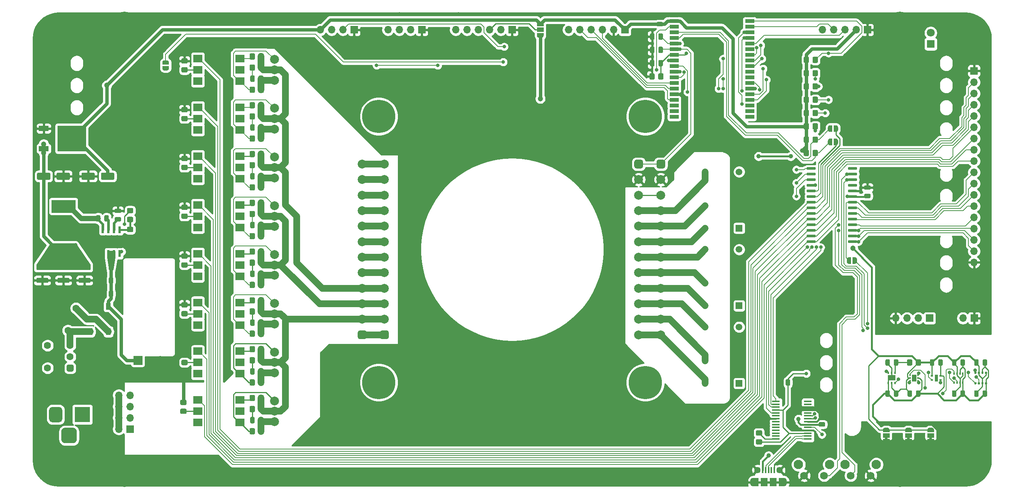
<source format=gbr>
G04 #@! TF.GenerationSoftware,KiCad,Pcbnew,(5.1.8-0-10_14)*
G04 #@! TF.CreationDate,2021-01-31T17:03:20-06:00*
G04 #@! TF.ProjectId,ClimateSprinklerController,436c696d-6174-4655-9370-72696e6b6c65,rev?*
G04 #@! TF.SameCoordinates,Original*
G04 #@! TF.FileFunction,Copper,L1,Top*
G04 #@! TF.FilePolarity,Positive*
%FSLAX46Y46*%
G04 Gerber Fmt 4.6, Leading zero omitted, Abs format (unit mm)*
G04 Created by KiCad (PCBNEW (5.1.8-0-10_14)) date 2021-01-31 17:03:20*
%MOMM*%
%LPD*%
G01*
G04 APERTURE LIST*
G04 #@! TA.AperFunction,EtchedComponent*
%ADD10C,0.100000*%
G04 #@! TD*
G04 #@! TA.AperFunction,ComponentPad*
%ADD11C,2.000000*%
G04 #@! TD*
G04 #@! TA.AperFunction,ComponentPad*
%ADD12R,2.000000X2.000000*%
G04 #@! TD*
G04 #@! TA.AperFunction,ComponentPad*
%ADD13C,0.800000*%
G04 #@! TD*
G04 #@! TA.AperFunction,ComponentPad*
%ADD14C,6.400000*%
G04 #@! TD*
G04 #@! TA.AperFunction,ComponentPad*
%ADD15C,7.500000*%
G04 #@! TD*
G04 #@! TA.AperFunction,ComponentPad*
%ADD16C,5.600000*%
G04 #@! TD*
G04 #@! TA.AperFunction,ComponentPad*
%ADD17R,1.700000X1.700000*%
G04 #@! TD*
G04 #@! TA.AperFunction,ComponentPad*
%ADD18O,1.700000X1.700000*%
G04 #@! TD*
G04 #@! TA.AperFunction,ComponentPad*
%ADD19C,1.600000*%
G04 #@! TD*
G04 #@! TA.AperFunction,SMDPad,CuDef*
%ADD20R,1.750000X0.450000*%
G04 #@! TD*
G04 #@! TA.AperFunction,SMDPad,CuDef*
%ADD21R,1.500000X1.900000*%
G04 #@! TD*
G04 #@! TA.AperFunction,ComponentPad*
%ADD22C,1.450000*%
G04 #@! TD*
G04 #@! TA.AperFunction,SMDPad,CuDef*
%ADD23R,0.400000X1.350000*%
G04 #@! TD*
G04 #@! TA.AperFunction,ComponentPad*
%ADD24O,1.200000X1.900000*%
G04 #@! TD*
G04 #@! TA.AperFunction,SMDPad,CuDef*
%ADD25R,1.200000X1.900000*%
G04 #@! TD*
G04 #@! TA.AperFunction,ComponentPad*
%ADD26C,1.501140*%
G04 #@! TD*
G04 #@! TA.AperFunction,ComponentPad*
%ADD27R,1.501140X1.501140*%
G04 #@! TD*
G04 #@! TA.AperFunction,SMDPad,CuDef*
%ADD28C,0.100000*%
G04 #@! TD*
G04 #@! TA.AperFunction,SMDPad,CuDef*
%ADD29R,1.500000X1.000000*%
G04 #@! TD*
G04 #@! TA.AperFunction,SMDPad,CuDef*
%ADD30R,2.000000X0.900000*%
G04 #@! TD*
G04 #@! TA.AperFunction,SMDPad,CuDef*
%ADD31R,5.000000X5.000000*%
G04 #@! TD*
G04 #@! TA.AperFunction,SMDPad,CuDef*
%ADD32R,1.700000X1.250000*%
G04 #@! TD*
G04 #@! TA.AperFunction,SMDPad,CuDef*
%ADD33R,0.450000X0.630000*%
G04 #@! TD*
G04 #@! TA.AperFunction,SMDPad,CuDef*
%ADD34R,5.400000X2.900000*%
G04 #@! TD*
G04 #@! TA.AperFunction,SMDPad,CuDef*
%ADD35R,0.350000X0.500000*%
G04 #@! TD*
G04 #@! TA.AperFunction,SMDPad,CuDef*
%ADD36R,0.700000X1.600000*%
G04 #@! TD*
G04 #@! TA.AperFunction,SMDPad,CuDef*
%ADD37R,0.600000X0.400000*%
G04 #@! TD*
G04 #@! TA.AperFunction,SMDPad,CuDef*
%ADD38R,1.000000X1.600000*%
G04 #@! TD*
G04 #@! TA.AperFunction,ComponentPad*
%ADD39C,2.100000*%
G04 #@! TD*
G04 #@! TA.AperFunction,ComponentPad*
%ADD40C,1.750000*%
G04 #@! TD*
G04 #@! TA.AperFunction,SMDPad,CuDef*
%ADD41R,2.000000X1.780000*%
G04 #@! TD*
G04 #@! TA.AperFunction,SMDPad,CuDef*
%ADD42R,2.200000X1.200000*%
G04 #@! TD*
G04 #@! TA.AperFunction,SMDPad,CuDef*
%ADD43R,6.400000X5.800000*%
G04 #@! TD*
G04 #@! TA.AperFunction,ComponentPad*
%ADD44C,0.600000*%
G04 #@! TD*
G04 #@! TA.AperFunction,SMDPad,CuDef*
%ADD45R,0.600000X1.550000*%
G04 #@! TD*
G04 #@! TA.AperFunction,SMDPad,CuDef*
%ADD46R,4.900000X2.950000*%
G04 #@! TD*
G04 #@! TA.AperFunction,ComponentPad*
%ADD47R,1.800000X1.800000*%
G04 #@! TD*
G04 #@! TA.AperFunction,ComponentPad*
%ADD48C,1.800000*%
G04 #@! TD*
G04 #@! TA.AperFunction,ComponentPad*
%ADD49R,3.500000X3.500000*%
G04 #@! TD*
G04 #@! TA.AperFunction,SMDPad,CuDef*
%ADD50R,1.100000X1.500000*%
G04 #@! TD*
G04 #@! TA.AperFunction,ViaPad*
%ADD51C,0.800000*%
G04 #@! TD*
G04 #@! TA.AperFunction,ViaPad*
%ADD52C,1.000000*%
G04 #@! TD*
G04 #@! TA.AperFunction,ViaPad*
%ADD53C,1.200000*%
G04 #@! TD*
G04 #@! TA.AperFunction,Conductor*
%ADD54C,0.250000*%
G04 #@! TD*
G04 #@! TA.AperFunction,Conductor*
%ADD55C,0.400000*%
G04 #@! TD*
G04 #@! TA.AperFunction,Conductor*
%ADD56C,0.800000*%
G04 #@! TD*
G04 #@! TA.AperFunction,Conductor*
%ADD57C,1.500000*%
G04 #@! TD*
G04 #@! TA.AperFunction,Conductor*
%ADD58C,0.200000*%
G04 #@! TD*
G04 #@! TA.AperFunction,Conductor*
%ADD59C,0.600000*%
G04 #@! TD*
G04 #@! TA.AperFunction,Conductor*
%ADD60C,1.200000*%
G04 #@! TD*
G04 #@! TA.AperFunction,Conductor*
%ADD61C,0.254000*%
G04 #@! TD*
G04 #@! TA.AperFunction,Conductor*
%ADD62C,0.100000*%
G04 #@! TD*
G04 APERTURE END LIST*
D10*
G36*
X243950000Y-132900000D02*
G01*
X243950000Y-132400000D01*
X244550000Y-132400000D01*
X244550000Y-132900000D01*
X243950000Y-132900000D01*
G37*
G36*
X238950000Y-132900000D02*
G01*
X238950000Y-132400000D01*
X239550000Y-132400000D01*
X239550000Y-132900000D01*
X238950000Y-132900000D01*
G37*
G36*
X233950000Y-132900000D02*
G01*
X233950000Y-132400000D01*
X234550000Y-132400000D01*
X234550000Y-132900000D01*
X233950000Y-132900000D01*
G37*
D11*
X70750000Y-115000000D03*
D12*
X65750000Y-115000000D03*
D13*
X151697056Y-118302944D03*
X150000000Y-117600000D03*
X148302944Y-118302944D03*
X147600000Y-120000000D03*
X148302944Y-121697056D03*
X150000000Y-122400000D03*
X151697056Y-121697056D03*
X152400000Y-120000000D03*
D14*
X150000000Y-120000000D03*
D13*
X151697056Y-58302944D03*
X150000000Y-57600000D03*
X148302944Y-58302944D03*
X147600000Y-60000000D03*
X148302944Y-61697056D03*
X150000000Y-62400000D03*
X151697056Y-61697056D03*
X152400000Y-60000000D03*
D14*
X150000000Y-60000000D03*
D15*
X180000000Y-120000000D03*
X120000000Y-120000000D03*
X180000000Y-60000000D03*
X120000000Y-60000000D03*
D16*
X237300000Y-140800000D03*
X62700000Y-140800000D03*
G04 #@! TA.AperFunction,SMDPad,CuDef*
G36*
G01*
X182050000Y-47525000D02*
X182050000Y-48475000D01*
G75*
G02*
X181800000Y-48725000I-250000J0D01*
G01*
X181300000Y-48725000D01*
G75*
G02*
X181050000Y-48475000I0J250000D01*
G01*
X181050000Y-47525000D01*
G75*
G02*
X181300000Y-47275000I250000J0D01*
G01*
X181800000Y-47275000D01*
G75*
G02*
X182050000Y-47525000I0J-250000D01*
G01*
G37*
G04 #@! TD.AperFunction*
G04 #@! TA.AperFunction,SMDPad,CuDef*
G36*
G01*
X183950000Y-47525000D02*
X183950000Y-48475000D01*
G75*
G02*
X183700000Y-48725000I-250000J0D01*
G01*
X183200000Y-48725000D01*
G75*
G02*
X182950000Y-48475000I0J250000D01*
G01*
X182950000Y-47525000D01*
G75*
G02*
X183200000Y-47275000I250000J0D01*
G01*
X183700000Y-47275000D01*
G75*
G02*
X183950000Y-47525000I0J-250000D01*
G01*
G37*
G04 #@! TD.AperFunction*
D17*
X230010000Y-40470000D03*
D18*
X227470000Y-40470000D03*
X224930000Y-40470000D03*
X222390000Y-40470000D03*
X219850000Y-40470000D03*
D19*
X45420000Y-111670000D03*
X45420000Y-116750000D03*
G04 #@! TA.AperFunction,ComponentPad*
G36*
G01*
X49700000Y-117150000D02*
X49700000Y-116350000D01*
G75*
G02*
X50100000Y-115950000I400000J0D01*
G01*
X50900000Y-115950000D01*
G75*
G02*
X51300000Y-116350000I0J-400000D01*
G01*
X51300000Y-117150000D01*
G75*
G02*
X50900000Y-117550000I-400000J0D01*
G01*
X50100000Y-117550000D01*
G75*
G02*
X49700000Y-117150000I0J400000D01*
G01*
G37*
G04 #@! TD.AperFunction*
X50500000Y-114210000D03*
X50500000Y-111670000D03*
D20*
X216600000Y-124275000D03*
X216600000Y-124925000D03*
X216600000Y-125575000D03*
X216600000Y-126225000D03*
X216600000Y-126875000D03*
X216600000Y-127525000D03*
X216600000Y-128175000D03*
X216600000Y-128825000D03*
X216600000Y-129475000D03*
X216600000Y-130125000D03*
X216600000Y-130775000D03*
X216600000Y-131425000D03*
X216600000Y-132075000D03*
X216600000Y-132725000D03*
X209400000Y-132725000D03*
X209400000Y-132075000D03*
X209400000Y-131425000D03*
X209400000Y-130775000D03*
X209400000Y-130125000D03*
X209400000Y-129475000D03*
X209400000Y-128825000D03*
X209400000Y-128175000D03*
X209400000Y-127525000D03*
X209400000Y-126875000D03*
X209400000Y-126225000D03*
X209400000Y-125575000D03*
X209400000Y-124925000D03*
X209400000Y-124275000D03*
G04 #@! TA.AperFunction,SMDPad,CuDef*
G36*
G01*
X206050001Y-134000000D02*
X205149999Y-134000000D01*
G75*
G02*
X204900000Y-133750001I0J249999D01*
G01*
X204900000Y-133049999D01*
G75*
G02*
X205149999Y-132800000I249999J0D01*
G01*
X206050001Y-132800000D01*
G75*
G02*
X206300000Y-133049999I0J-249999D01*
G01*
X206300000Y-133750001D01*
G75*
G02*
X206050001Y-134000000I-249999J0D01*
G01*
G37*
G04 #@! TD.AperFunction*
G04 #@! TA.AperFunction,SMDPad,CuDef*
G36*
G01*
X206050001Y-132000000D02*
X205149999Y-132000000D01*
G75*
G02*
X204900000Y-131750001I0J249999D01*
G01*
X204900000Y-131049999D01*
G75*
G02*
X205149999Y-130800000I249999J0D01*
G01*
X206050001Y-130800000D01*
G75*
G02*
X206300000Y-131049999I0J-249999D01*
G01*
X206300000Y-131750001D01*
G75*
G02*
X206050001Y-132000000I-249999J0D01*
G01*
G37*
G04 #@! TD.AperFunction*
D21*
X208750000Y-142487500D03*
D22*
X205250000Y-139787500D03*
D23*
X207100000Y-139787500D03*
X206450000Y-139787500D03*
X209050000Y-139787500D03*
X208400000Y-139787500D03*
X207750000Y-139787500D03*
D22*
X210250000Y-139787500D03*
D21*
X206750000Y-142487500D03*
D24*
X204250000Y-142487500D03*
X211250000Y-142487500D03*
D25*
X210650000Y-142487500D03*
X204850000Y-142487500D03*
G04 #@! TA.AperFunction,SMDPad,CuDef*
G36*
G01*
X211600000Y-120475000D02*
X211600000Y-119525000D01*
G75*
G02*
X211850000Y-119275000I250000J0D01*
G01*
X212350000Y-119275000D01*
G75*
G02*
X212600000Y-119525000I0J-250000D01*
G01*
X212600000Y-120475000D01*
G75*
G02*
X212350000Y-120725000I-250000J0D01*
G01*
X211850000Y-120725000D01*
G75*
G02*
X211600000Y-120475000I0J250000D01*
G01*
G37*
G04 #@! TD.AperFunction*
G04 #@! TA.AperFunction,SMDPad,CuDef*
G36*
G01*
X213500000Y-120475000D02*
X213500000Y-119525000D01*
G75*
G02*
X213750000Y-119275000I250000J0D01*
G01*
X214250000Y-119275000D01*
G75*
G02*
X214500000Y-119525000I0J-250000D01*
G01*
X214500000Y-120475000D01*
G75*
G02*
X214250000Y-120725000I-250000J0D01*
G01*
X213750000Y-120725000D01*
G75*
G02*
X213500000Y-120475000I0J250000D01*
G01*
G37*
G04 #@! TD.AperFunction*
G04 #@! TA.AperFunction,SMDPad,CuDef*
G36*
G01*
X220225000Y-128050000D02*
X219275000Y-128050000D01*
G75*
G02*
X219025000Y-127800000I0J250000D01*
G01*
X219025000Y-127300000D01*
G75*
G02*
X219275000Y-127050000I250000J0D01*
G01*
X220225000Y-127050000D01*
G75*
G02*
X220475000Y-127300000I0J-250000D01*
G01*
X220475000Y-127800000D01*
G75*
G02*
X220225000Y-128050000I-250000J0D01*
G01*
G37*
G04 #@! TD.AperFunction*
G04 #@! TA.AperFunction,SMDPad,CuDef*
G36*
G01*
X220225000Y-129950000D02*
X219275000Y-129950000D01*
G75*
G02*
X219025000Y-129700000I0J250000D01*
G01*
X219025000Y-129200000D01*
G75*
G02*
X219275000Y-128950000I250000J0D01*
G01*
X220225000Y-128950000D01*
G75*
G02*
X220475000Y-129200000I0J-250000D01*
G01*
X220475000Y-129700000D01*
G75*
G02*
X220225000Y-129950000I-250000J0D01*
G01*
G37*
G04 #@! TD.AperFunction*
D16*
X237300000Y-39200000D03*
X62700000Y-39200000D03*
G04 #@! TA.AperFunction,SMDPad,CuDef*
G36*
G01*
X256950000Y-120050000D02*
X256950000Y-120325000D01*
G75*
G02*
X256825000Y-120450000I-125000J0D01*
G01*
X256575000Y-120450000D01*
G75*
G02*
X256450000Y-120325000I0J125000D01*
G01*
X256450000Y-120050000D01*
G75*
G02*
X256575000Y-119925000I125000J0D01*
G01*
X256825000Y-119925000D01*
G75*
G02*
X256950000Y-120050000I0J-125000D01*
G01*
G37*
G04 #@! TD.AperFunction*
G04 #@! TA.AperFunction,SMDPad,CuDef*
G36*
G01*
X256150000Y-120050000D02*
X256150000Y-120325000D01*
G75*
G02*
X256025000Y-120450000I-125000J0D01*
G01*
X255775000Y-120450000D01*
G75*
G02*
X255650000Y-120325000I0J125000D01*
G01*
X255650000Y-120050000D01*
G75*
G02*
X255775000Y-119925000I125000J0D01*
G01*
X256025000Y-119925000D01*
G75*
G02*
X256150000Y-120050000I0J-125000D01*
G01*
G37*
G04 #@! TD.AperFunction*
G04 #@! TA.AperFunction,SMDPad,CuDef*
G36*
G01*
X255350000Y-120050000D02*
X255350000Y-120325000D01*
G75*
G02*
X255225000Y-120450000I-125000J0D01*
G01*
X254975000Y-120450000D01*
G75*
G02*
X254850000Y-120325000I0J125000D01*
G01*
X254850000Y-120050000D01*
G75*
G02*
X254975000Y-119925000I125000J0D01*
G01*
X255225000Y-119925000D01*
G75*
G02*
X255350000Y-120050000I0J-125000D01*
G01*
G37*
G04 #@! TD.AperFunction*
G04 #@! TA.AperFunction,SMDPad,CuDef*
G36*
G01*
X254550000Y-120050000D02*
X254550000Y-120325000D01*
G75*
G02*
X254425000Y-120450000I-125000J0D01*
G01*
X254175000Y-120450000D01*
G75*
G02*
X254050000Y-120325000I0J125000D01*
G01*
X254050000Y-120050000D01*
G75*
G02*
X254175000Y-119925000I125000J0D01*
G01*
X254425000Y-119925000D01*
G75*
G02*
X254550000Y-120050000I0J-125000D01*
G01*
G37*
G04 #@! TD.AperFunction*
G04 #@! TA.AperFunction,SMDPad,CuDef*
G36*
G01*
X254550000Y-117675000D02*
X254550000Y-117950000D01*
G75*
G02*
X254425000Y-118075000I-125000J0D01*
G01*
X254175000Y-118075000D01*
G75*
G02*
X254050000Y-117950000I0J125000D01*
G01*
X254050000Y-117675000D01*
G75*
G02*
X254175000Y-117550000I125000J0D01*
G01*
X254425000Y-117550000D01*
G75*
G02*
X254550000Y-117675000I0J-125000D01*
G01*
G37*
G04 #@! TD.AperFunction*
G04 #@! TA.AperFunction,SMDPad,CuDef*
G36*
G01*
X255350000Y-117675000D02*
X255350000Y-117950000D01*
G75*
G02*
X255225000Y-118075000I-125000J0D01*
G01*
X254975000Y-118075000D01*
G75*
G02*
X254850000Y-117950000I0J125000D01*
G01*
X254850000Y-117675000D01*
G75*
G02*
X254975000Y-117550000I125000J0D01*
G01*
X255225000Y-117550000D01*
G75*
G02*
X255350000Y-117675000I0J-125000D01*
G01*
G37*
G04 #@! TD.AperFunction*
G04 #@! TA.AperFunction,SMDPad,CuDef*
G36*
G01*
X256150000Y-117675000D02*
X256150000Y-117950000D01*
G75*
G02*
X256025000Y-118075000I-125000J0D01*
G01*
X255775000Y-118075000D01*
G75*
G02*
X255650000Y-117950000I0J125000D01*
G01*
X255650000Y-117675000D01*
G75*
G02*
X255775000Y-117550000I125000J0D01*
G01*
X256025000Y-117550000D01*
G75*
G02*
X256150000Y-117675000I0J-125000D01*
G01*
G37*
G04 #@! TD.AperFunction*
G04 #@! TA.AperFunction,SMDPad,CuDef*
G36*
G01*
X256950000Y-117675000D02*
X256950000Y-117950000D01*
G75*
G02*
X256825000Y-118075000I-125000J0D01*
G01*
X256575000Y-118075000D01*
G75*
G02*
X256450000Y-117950000I0J125000D01*
G01*
X256450000Y-117675000D01*
G75*
G02*
X256575000Y-117550000I125000J0D01*
G01*
X256825000Y-117550000D01*
G75*
G02*
X256950000Y-117675000I0J-125000D01*
G01*
G37*
G04 #@! TD.AperFunction*
D26*
X193500000Y-107500000D03*
X201120000Y-107500000D03*
X193500000Y-115120000D03*
X193500000Y-120200000D03*
D27*
X201120000Y-120200000D03*
D26*
X193500000Y-90000000D03*
X201120000Y-90000000D03*
X193500000Y-97620000D03*
X193500000Y-102700000D03*
D27*
X201120000Y-102700000D03*
D26*
X193500000Y-72500000D03*
X201120000Y-72500000D03*
X193500000Y-80120000D03*
X193500000Y-85200000D03*
D27*
X201120000Y-85200000D03*
G04 #@! TA.AperFunction,SMDPad,CuDef*
D28*
G36*
X243500602Y-130700000D02*
G01*
X243500602Y-130675466D01*
X243505412Y-130626635D01*
X243514984Y-130578510D01*
X243529228Y-130531555D01*
X243548005Y-130486222D01*
X243571136Y-130442949D01*
X243598396Y-130402150D01*
X243629524Y-130364221D01*
X243664221Y-130329524D01*
X243702150Y-130298396D01*
X243742949Y-130271136D01*
X243786222Y-130248005D01*
X243831555Y-130229228D01*
X243878510Y-130214984D01*
X243926635Y-130205412D01*
X243975466Y-130200602D01*
X244000000Y-130200602D01*
X244000000Y-130200000D01*
X244500000Y-130200000D01*
X244500000Y-130200602D01*
X244524534Y-130200602D01*
X244573365Y-130205412D01*
X244621490Y-130214984D01*
X244668445Y-130229228D01*
X244713778Y-130248005D01*
X244757051Y-130271136D01*
X244797850Y-130298396D01*
X244835779Y-130329524D01*
X244870476Y-130364221D01*
X244901604Y-130402150D01*
X244928864Y-130442949D01*
X244951995Y-130486222D01*
X244970772Y-130531555D01*
X244985016Y-130578510D01*
X244994588Y-130626635D01*
X244999398Y-130675466D01*
X244999398Y-130700000D01*
X245000000Y-130700000D01*
X245000000Y-131250000D01*
X243500000Y-131250000D01*
X243500000Y-130700000D01*
X243500602Y-130700000D01*
G37*
G04 #@! TD.AperFunction*
D29*
X244250000Y-132000000D03*
G04 #@! TA.AperFunction,SMDPad,CuDef*
D28*
G36*
X245000000Y-132750000D02*
G01*
X245000000Y-133300000D01*
X244999398Y-133300000D01*
X244999398Y-133324534D01*
X244994588Y-133373365D01*
X244985016Y-133421490D01*
X244970772Y-133468445D01*
X244951995Y-133513778D01*
X244928864Y-133557051D01*
X244901604Y-133597850D01*
X244870476Y-133635779D01*
X244835779Y-133670476D01*
X244797850Y-133701604D01*
X244757051Y-133728864D01*
X244713778Y-133751995D01*
X244668445Y-133770772D01*
X244621490Y-133785016D01*
X244573365Y-133794588D01*
X244524534Y-133799398D01*
X244500000Y-133799398D01*
X244500000Y-133800000D01*
X244000000Y-133800000D01*
X244000000Y-133799398D01*
X243975466Y-133799398D01*
X243926635Y-133794588D01*
X243878510Y-133785016D01*
X243831555Y-133770772D01*
X243786222Y-133751995D01*
X243742949Y-133728864D01*
X243702150Y-133701604D01*
X243664221Y-133670476D01*
X243629524Y-133635779D01*
X243598396Y-133597850D01*
X243571136Y-133557051D01*
X243548005Y-133513778D01*
X243529228Y-133468445D01*
X243514984Y-133421490D01*
X243505412Y-133373365D01*
X243500602Y-133324534D01*
X243500602Y-133300000D01*
X243500000Y-133300000D01*
X243500000Y-132750000D01*
X245000000Y-132750000D01*
G37*
G04 #@! TD.AperFunction*
D18*
X122060000Y-40470000D03*
X124600000Y-40470000D03*
X127140000Y-40470000D03*
D17*
X129680000Y-40470000D03*
G04 #@! TA.AperFunction,SMDPad,CuDef*
G36*
G01*
X254050000Y-115975000D02*
X254050000Y-115025000D01*
G75*
G02*
X254300000Y-114775000I250000J0D01*
G01*
X254800000Y-114775000D01*
G75*
G02*
X255050000Y-115025000I0J-250000D01*
G01*
X255050000Y-115975000D01*
G75*
G02*
X254800000Y-116225000I-250000J0D01*
G01*
X254300000Y-116225000D01*
G75*
G02*
X254050000Y-115975000I0J250000D01*
G01*
G37*
G04 #@! TD.AperFunction*
G04 #@! TA.AperFunction,SMDPad,CuDef*
G36*
G01*
X255950000Y-115975000D02*
X255950000Y-115025000D01*
G75*
G02*
X256200000Y-114775000I250000J0D01*
G01*
X256700000Y-114775000D01*
G75*
G02*
X256950000Y-115025000I0J-250000D01*
G01*
X256950000Y-115975000D01*
G75*
G02*
X256700000Y-116225000I-250000J0D01*
G01*
X256200000Y-116225000D01*
G75*
G02*
X255950000Y-115975000I0J250000D01*
G01*
G37*
G04 #@! TD.AperFunction*
G04 #@! TA.AperFunction,SMDPad,CuDef*
G36*
G01*
X254050000Y-122975000D02*
X254050000Y-122025000D01*
G75*
G02*
X254300000Y-121775000I250000J0D01*
G01*
X254800000Y-121775000D01*
G75*
G02*
X255050000Y-122025000I0J-250000D01*
G01*
X255050000Y-122975000D01*
G75*
G02*
X254800000Y-123225000I-250000J0D01*
G01*
X254300000Y-123225000D01*
G75*
G02*
X254050000Y-122975000I0J250000D01*
G01*
G37*
G04 #@! TD.AperFunction*
G04 #@! TA.AperFunction,SMDPad,CuDef*
G36*
G01*
X255950000Y-122975000D02*
X255950000Y-122025000D01*
G75*
G02*
X256200000Y-121775000I250000J0D01*
G01*
X256700000Y-121775000D01*
G75*
G02*
X256950000Y-122025000I0J-250000D01*
G01*
X256950000Y-122975000D01*
G75*
G02*
X256700000Y-123225000I-250000J0D01*
G01*
X256200000Y-123225000D01*
G75*
G02*
X255950000Y-122975000I0J250000D01*
G01*
G37*
G04 #@! TD.AperFunction*
D30*
X186500000Y-37245000D03*
X186500000Y-38515000D03*
X186500000Y-39785000D03*
X186500000Y-41055000D03*
X186500000Y-42325000D03*
X186500000Y-43595000D03*
X186500000Y-44865000D03*
X186500000Y-46135000D03*
X186500000Y-47405000D03*
X186500000Y-48675000D03*
X186500000Y-49945000D03*
X186500000Y-51215000D03*
X186500000Y-52485000D03*
X186500000Y-53755000D03*
X186500000Y-55025000D03*
X186500000Y-56295000D03*
X186500000Y-57565000D03*
X186500000Y-58835000D03*
X186500000Y-60105000D03*
X203500000Y-60105000D03*
X203500000Y-58835000D03*
X203500000Y-57565000D03*
X203500000Y-56295000D03*
X203500000Y-55025000D03*
X203500000Y-53755000D03*
X203500000Y-52485000D03*
X203500000Y-51215000D03*
X203500000Y-49945000D03*
X203500000Y-48675000D03*
X203500000Y-47405000D03*
X203500000Y-46135000D03*
X203500000Y-44865000D03*
X203500000Y-43595000D03*
X203500000Y-42325000D03*
X203500000Y-41055000D03*
X203500000Y-39785000D03*
X203500000Y-38515000D03*
X203500000Y-37245000D03*
D31*
X194000000Y-44745000D03*
D13*
X196000000Y-42745000D03*
X196000000Y-43745000D03*
X196000000Y-44745000D03*
X196000000Y-45745000D03*
X196000000Y-46745000D03*
X195000000Y-42745000D03*
X195000000Y-43745000D03*
X195000000Y-44745000D03*
X195000000Y-45745000D03*
X195000000Y-46745000D03*
X194000000Y-42745000D03*
X194000000Y-43745000D03*
X194000000Y-44745000D03*
X194000000Y-45745000D03*
X194000000Y-46745000D03*
X193000000Y-42745000D03*
X193000000Y-43745000D03*
X193000000Y-44745000D03*
X193000000Y-45745000D03*
X193000000Y-46745000D03*
X192000000Y-42745000D03*
X192000000Y-43745000D03*
X192000000Y-44745000D03*
X192000000Y-45745000D03*
X192000000Y-46745000D03*
D32*
X235459000Y-118953000D03*
D33*
X236259000Y-120103000D03*
X235459000Y-120103000D03*
X234659000Y-120103000D03*
X234659000Y-117803000D03*
X235459000Y-117803000D03*
X236259000Y-117803000D03*
G04 #@! TA.AperFunction,SMDPad,CuDef*
G36*
G01*
X242100000Y-115049999D02*
X242100000Y-115950001D01*
G75*
G02*
X241850001Y-116200000I-249999J0D01*
G01*
X241149999Y-116200000D01*
G75*
G02*
X240900000Y-115950001I0J249999D01*
G01*
X240900000Y-115049999D01*
G75*
G02*
X241149999Y-114800000I249999J0D01*
G01*
X241850001Y-114800000D01*
G75*
G02*
X242100000Y-115049999I0J-249999D01*
G01*
G37*
G04 #@! TD.AperFunction*
G04 #@! TA.AperFunction,SMDPad,CuDef*
G36*
G01*
X240100000Y-115049999D02*
X240100000Y-115950001D01*
G75*
G02*
X239850001Y-116200000I-249999J0D01*
G01*
X239149999Y-116200000D01*
G75*
G02*
X238900000Y-115950001I0J249999D01*
G01*
X238900000Y-115049999D01*
G75*
G02*
X239149999Y-114800000I249999J0D01*
G01*
X239850001Y-114800000D01*
G75*
G02*
X240100000Y-115049999I0J-249999D01*
G01*
G37*
G04 #@! TD.AperFunction*
G04 #@! TA.AperFunction,SMDPad,CuDef*
G36*
G01*
X235950000Y-115975000D02*
X235950000Y-115025000D01*
G75*
G02*
X236200000Y-114775000I250000J0D01*
G01*
X236700000Y-114775000D01*
G75*
G02*
X236950000Y-115025000I0J-250000D01*
G01*
X236950000Y-115975000D01*
G75*
G02*
X236700000Y-116225000I-250000J0D01*
G01*
X236200000Y-116225000D01*
G75*
G02*
X235950000Y-115975000I0J250000D01*
G01*
G37*
G04 #@! TD.AperFunction*
G04 #@! TA.AperFunction,SMDPad,CuDef*
G36*
G01*
X234050000Y-115975000D02*
X234050000Y-115025000D01*
G75*
G02*
X234300000Y-114775000I250000J0D01*
G01*
X234800000Y-114775000D01*
G75*
G02*
X235050000Y-115025000I0J-250000D01*
G01*
X235050000Y-115975000D01*
G75*
G02*
X234800000Y-116225000I-250000J0D01*
G01*
X234300000Y-116225000D01*
G75*
G02*
X234050000Y-115975000I0J250000D01*
G01*
G37*
G04 #@! TD.AperFunction*
G04 #@! TA.AperFunction,SMDPad,CuDef*
G36*
G01*
X234050000Y-122975000D02*
X234050000Y-122025000D01*
G75*
G02*
X234300000Y-121775000I250000J0D01*
G01*
X234800000Y-121775000D01*
G75*
G02*
X235050000Y-122025000I0J-250000D01*
G01*
X235050000Y-122975000D01*
G75*
G02*
X234800000Y-123225000I-250000J0D01*
G01*
X234300000Y-123225000D01*
G75*
G02*
X234050000Y-122975000I0J250000D01*
G01*
G37*
G04 #@! TD.AperFunction*
G04 #@! TA.AperFunction,SMDPad,CuDef*
G36*
G01*
X235950000Y-122975000D02*
X235950000Y-122025000D01*
G75*
G02*
X236200000Y-121775000I250000J0D01*
G01*
X236700000Y-121775000D01*
G75*
G02*
X236950000Y-122025000I0J-250000D01*
G01*
X236950000Y-122975000D01*
G75*
G02*
X236700000Y-123225000I-250000J0D01*
G01*
X236200000Y-123225000D01*
G75*
G02*
X235950000Y-122975000I0J250000D01*
G01*
G37*
G04 #@! TD.AperFunction*
G04 #@! TA.AperFunction,SMDPad,CuDef*
G36*
G01*
X215650000Y-68700001D02*
X215650000Y-67799999D01*
G75*
G02*
X215899999Y-67550000I249999J0D01*
G01*
X216600001Y-67550000D01*
G75*
G02*
X216850000Y-67799999I0J-249999D01*
G01*
X216850000Y-68700001D01*
G75*
G02*
X216600001Y-68950000I-249999J0D01*
G01*
X215899999Y-68950000D01*
G75*
G02*
X215650000Y-68700001I0J249999D01*
G01*
G37*
G04 #@! TD.AperFunction*
G04 #@! TA.AperFunction,SMDPad,CuDef*
G36*
G01*
X217650000Y-68700001D02*
X217650000Y-67799999D01*
G75*
G02*
X217899999Y-67550000I249999J0D01*
G01*
X218600001Y-67550000D01*
G75*
G02*
X218850000Y-67799999I0J-249999D01*
G01*
X218850000Y-68700001D01*
G75*
G02*
X218600001Y-68950000I-249999J0D01*
G01*
X217899999Y-68950000D01*
G75*
G02*
X217650000Y-68700001I0J249999D01*
G01*
G37*
G04 #@! TD.AperFunction*
G04 #@! TA.AperFunction,SMDPad,CuDef*
G36*
G01*
X215650000Y-65700001D02*
X215650000Y-64799999D01*
G75*
G02*
X215899999Y-64550000I249999J0D01*
G01*
X216600001Y-64550000D01*
G75*
G02*
X216850000Y-64799999I0J-249999D01*
G01*
X216850000Y-65700001D01*
G75*
G02*
X216600001Y-65950000I-249999J0D01*
G01*
X215899999Y-65950000D01*
G75*
G02*
X215650000Y-65700001I0J249999D01*
G01*
G37*
G04 #@! TD.AperFunction*
G04 #@! TA.AperFunction,SMDPad,CuDef*
G36*
G01*
X217650000Y-65700001D02*
X217650000Y-64799999D01*
G75*
G02*
X217899999Y-64550000I249999J0D01*
G01*
X218600001Y-64550000D01*
G75*
G02*
X218850000Y-64799999I0J-249999D01*
G01*
X218850000Y-65700001D01*
G75*
G02*
X218600001Y-65950000I-249999J0D01*
G01*
X217899999Y-65950000D01*
G75*
G02*
X217650000Y-65700001I0J249999D01*
G01*
G37*
G04 #@! TD.AperFunction*
G04 #@! TA.AperFunction,SMDPad,CuDef*
G36*
G01*
X92100000Y-125549999D02*
X92100000Y-126450001D01*
G75*
G02*
X91850001Y-126700000I-249999J0D01*
G01*
X91149999Y-126700000D01*
G75*
G02*
X90900000Y-126450001I0J249999D01*
G01*
X90900000Y-125549999D01*
G75*
G02*
X91149999Y-125300000I249999J0D01*
G01*
X91850001Y-125300000D01*
G75*
G02*
X92100000Y-125549999I0J-249999D01*
G01*
G37*
G04 #@! TD.AperFunction*
G04 #@! TA.AperFunction,SMDPad,CuDef*
G36*
G01*
X94100000Y-125549999D02*
X94100000Y-126450001D01*
G75*
G02*
X93850001Y-126700000I-249999J0D01*
G01*
X93149999Y-126700000D01*
G75*
G02*
X92900000Y-126450001I0J249999D01*
G01*
X92900000Y-125549999D01*
G75*
G02*
X93149999Y-125300000I249999J0D01*
G01*
X93850001Y-125300000D01*
G75*
G02*
X94100000Y-125549999I0J-249999D01*
G01*
G37*
G04 #@! TD.AperFunction*
G04 #@! TA.AperFunction,SMDPad,CuDef*
G36*
G01*
X92100000Y-114549999D02*
X92100000Y-115450001D01*
G75*
G02*
X91850001Y-115700000I-249999J0D01*
G01*
X91149999Y-115700000D01*
G75*
G02*
X90900000Y-115450001I0J249999D01*
G01*
X90900000Y-114549999D01*
G75*
G02*
X91149999Y-114300000I249999J0D01*
G01*
X91850001Y-114300000D01*
G75*
G02*
X92100000Y-114549999I0J-249999D01*
G01*
G37*
G04 #@! TD.AperFunction*
G04 #@! TA.AperFunction,SMDPad,CuDef*
G36*
G01*
X94100000Y-114549999D02*
X94100000Y-115450001D01*
G75*
G02*
X93850001Y-115700000I-249999J0D01*
G01*
X93149999Y-115700000D01*
G75*
G02*
X92900000Y-115450001I0J249999D01*
G01*
X92900000Y-114549999D01*
G75*
G02*
X93149999Y-114300000I249999J0D01*
G01*
X93850001Y-114300000D01*
G75*
G02*
X94100000Y-114549999I0J-249999D01*
G01*
G37*
G04 #@! TD.AperFunction*
G04 #@! TA.AperFunction,SMDPad,CuDef*
G36*
G01*
X92100000Y-103549999D02*
X92100000Y-104450001D01*
G75*
G02*
X91850001Y-104700000I-249999J0D01*
G01*
X91149999Y-104700000D01*
G75*
G02*
X90900000Y-104450001I0J249999D01*
G01*
X90900000Y-103549999D01*
G75*
G02*
X91149999Y-103300000I249999J0D01*
G01*
X91850001Y-103300000D01*
G75*
G02*
X92100000Y-103549999I0J-249999D01*
G01*
G37*
G04 #@! TD.AperFunction*
G04 #@! TA.AperFunction,SMDPad,CuDef*
G36*
G01*
X94100000Y-103549999D02*
X94100000Y-104450001D01*
G75*
G02*
X93850001Y-104700000I-249999J0D01*
G01*
X93149999Y-104700000D01*
G75*
G02*
X92900000Y-104450001I0J249999D01*
G01*
X92900000Y-103549999D01*
G75*
G02*
X93149999Y-103300000I249999J0D01*
G01*
X93850001Y-103300000D01*
G75*
G02*
X94100000Y-103549999I0J-249999D01*
G01*
G37*
G04 #@! TD.AperFunction*
G04 #@! TA.AperFunction,SMDPad,CuDef*
G36*
G01*
X92100000Y-92549999D02*
X92100000Y-93450001D01*
G75*
G02*
X91850001Y-93700000I-249999J0D01*
G01*
X91149999Y-93700000D01*
G75*
G02*
X90900000Y-93450001I0J249999D01*
G01*
X90900000Y-92549999D01*
G75*
G02*
X91149999Y-92300000I249999J0D01*
G01*
X91850001Y-92300000D01*
G75*
G02*
X92100000Y-92549999I0J-249999D01*
G01*
G37*
G04 #@! TD.AperFunction*
G04 #@! TA.AperFunction,SMDPad,CuDef*
G36*
G01*
X94100000Y-92549999D02*
X94100000Y-93450001D01*
G75*
G02*
X93850001Y-93700000I-249999J0D01*
G01*
X93149999Y-93700000D01*
G75*
G02*
X92900000Y-93450001I0J249999D01*
G01*
X92900000Y-92549999D01*
G75*
G02*
X93149999Y-92300000I249999J0D01*
G01*
X93850001Y-92300000D01*
G75*
G02*
X94100000Y-92549999I0J-249999D01*
G01*
G37*
G04 #@! TD.AperFunction*
G04 #@! TA.AperFunction,SMDPad,CuDef*
G36*
G01*
X92100000Y-81549999D02*
X92100000Y-82450001D01*
G75*
G02*
X91850001Y-82700000I-249999J0D01*
G01*
X91149999Y-82700000D01*
G75*
G02*
X90900000Y-82450001I0J249999D01*
G01*
X90900000Y-81549999D01*
G75*
G02*
X91149999Y-81300000I249999J0D01*
G01*
X91850001Y-81300000D01*
G75*
G02*
X92100000Y-81549999I0J-249999D01*
G01*
G37*
G04 #@! TD.AperFunction*
G04 #@! TA.AperFunction,SMDPad,CuDef*
G36*
G01*
X94100000Y-81549999D02*
X94100000Y-82450001D01*
G75*
G02*
X93850001Y-82700000I-249999J0D01*
G01*
X93149999Y-82700000D01*
G75*
G02*
X92900000Y-82450001I0J249999D01*
G01*
X92900000Y-81549999D01*
G75*
G02*
X93149999Y-81300000I249999J0D01*
G01*
X93850001Y-81300000D01*
G75*
G02*
X94100000Y-81549999I0J-249999D01*
G01*
G37*
G04 #@! TD.AperFunction*
G04 #@! TA.AperFunction,SMDPad,CuDef*
G36*
G01*
X92100000Y-70549999D02*
X92100000Y-71450001D01*
G75*
G02*
X91850001Y-71700000I-249999J0D01*
G01*
X91149999Y-71700000D01*
G75*
G02*
X90900000Y-71450001I0J249999D01*
G01*
X90900000Y-70549999D01*
G75*
G02*
X91149999Y-70300000I249999J0D01*
G01*
X91850001Y-70300000D01*
G75*
G02*
X92100000Y-70549999I0J-249999D01*
G01*
G37*
G04 #@! TD.AperFunction*
G04 #@! TA.AperFunction,SMDPad,CuDef*
G36*
G01*
X94100000Y-70549999D02*
X94100000Y-71450001D01*
G75*
G02*
X93850001Y-71700000I-249999J0D01*
G01*
X93149999Y-71700000D01*
G75*
G02*
X92900000Y-71450001I0J249999D01*
G01*
X92900000Y-70549999D01*
G75*
G02*
X93149999Y-70300000I249999J0D01*
G01*
X93850001Y-70300000D01*
G75*
G02*
X94100000Y-70549999I0J-249999D01*
G01*
G37*
G04 #@! TD.AperFunction*
G04 #@! TA.AperFunction,SMDPad,CuDef*
G36*
G01*
X92100000Y-59549999D02*
X92100000Y-60450001D01*
G75*
G02*
X91850001Y-60700000I-249999J0D01*
G01*
X91149999Y-60700000D01*
G75*
G02*
X90900000Y-60450001I0J249999D01*
G01*
X90900000Y-59549999D01*
G75*
G02*
X91149999Y-59300000I249999J0D01*
G01*
X91850001Y-59300000D01*
G75*
G02*
X92100000Y-59549999I0J-249999D01*
G01*
G37*
G04 #@! TD.AperFunction*
G04 #@! TA.AperFunction,SMDPad,CuDef*
G36*
G01*
X94100000Y-59549999D02*
X94100000Y-60450001D01*
G75*
G02*
X93850001Y-60700000I-249999J0D01*
G01*
X93149999Y-60700000D01*
G75*
G02*
X92900000Y-60450001I0J249999D01*
G01*
X92900000Y-59549999D01*
G75*
G02*
X93149999Y-59300000I249999J0D01*
G01*
X93850001Y-59300000D01*
G75*
G02*
X94100000Y-59549999I0J-249999D01*
G01*
G37*
G04 #@! TD.AperFunction*
G04 #@! TA.AperFunction,SMDPad,CuDef*
G36*
G01*
X92100000Y-48549999D02*
X92100000Y-49450001D01*
G75*
G02*
X91850001Y-49700000I-249999J0D01*
G01*
X91149999Y-49700000D01*
G75*
G02*
X90900000Y-49450001I0J249999D01*
G01*
X90900000Y-48549999D01*
G75*
G02*
X91149999Y-48300000I249999J0D01*
G01*
X91850001Y-48300000D01*
G75*
G02*
X92100000Y-48549999I0J-249999D01*
G01*
G37*
G04 #@! TD.AperFunction*
G04 #@! TA.AperFunction,SMDPad,CuDef*
G36*
G01*
X94100000Y-48549999D02*
X94100000Y-49450001D01*
G75*
G02*
X93850001Y-49700000I-249999J0D01*
G01*
X93149999Y-49700000D01*
G75*
G02*
X92900000Y-49450001I0J249999D01*
G01*
X92900000Y-48549999D01*
G75*
G02*
X93149999Y-48300000I249999J0D01*
G01*
X93850001Y-48300000D01*
G75*
G02*
X94100000Y-48549999I0J-249999D01*
G01*
G37*
G04 #@! TD.AperFunction*
G04 #@! TA.AperFunction,SMDPad,CuDef*
G36*
G01*
X92900000Y-131450001D02*
X92900000Y-130549999D01*
G75*
G02*
X93149999Y-130300000I249999J0D01*
G01*
X93850001Y-130300000D01*
G75*
G02*
X94100000Y-130549999I0J-249999D01*
G01*
X94100000Y-131450001D01*
G75*
G02*
X93850001Y-131700000I-249999J0D01*
G01*
X93149999Y-131700000D01*
G75*
G02*
X92900000Y-131450001I0J249999D01*
G01*
G37*
G04 #@! TD.AperFunction*
G04 #@! TA.AperFunction,SMDPad,CuDef*
G36*
G01*
X90900000Y-131450001D02*
X90900000Y-130549999D01*
G75*
G02*
X91149999Y-130300000I249999J0D01*
G01*
X91850001Y-130300000D01*
G75*
G02*
X92100000Y-130549999I0J-249999D01*
G01*
X92100000Y-131450001D01*
G75*
G02*
X91850001Y-131700000I-249999J0D01*
G01*
X91149999Y-131700000D01*
G75*
G02*
X90900000Y-131450001I0J249999D01*
G01*
G37*
G04 #@! TD.AperFunction*
G04 #@! TA.AperFunction,SMDPad,CuDef*
G36*
G01*
X92900000Y-120450001D02*
X92900000Y-119549999D01*
G75*
G02*
X93149999Y-119300000I249999J0D01*
G01*
X93850001Y-119300000D01*
G75*
G02*
X94100000Y-119549999I0J-249999D01*
G01*
X94100000Y-120450001D01*
G75*
G02*
X93850001Y-120700000I-249999J0D01*
G01*
X93149999Y-120700000D01*
G75*
G02*
X92900000Y-120450001I0J249999D01*
G01*
G37*
G04 #@! TD.AperFunction*
G04 #@! TA.AperFunction,SMDPad,CuDef*
G36*
G01*
X90900000Y-120450001D02*
X90900000Y-119549999D01*
G75*
G02*
X91149999Y-119300000I249999J0D01*
G01*
X91850001Y-119300000D01*
G75*
G02*
X92100000Y-119549999I0J-249999D01*
G01*
X92100000Y-120450001D01*
G75*
G02*
X91850001Y-120700000I-249999J0D01*
G01*
X91149999Y-120700000D01*
G75*
G02*
X90900000Y-120450001I0J249999D01*
G01*
G37*
G04 #@! TD.AperFunction*
G04 #@! TA.AperFunction,SMDPad,CuDef*
G36*
G01*
X92900000Y-109450001D02*
X92900000Y-108549999D01*
G75*
G02*
X93149999Y-108300000I249999J0D01*
G01*
X93850001Y-108300000D01*
G75*
G02*
X94100000Y-108549999I0J-249999D01*
G01*
X94100000Y-109450001D01*
G75*
G02*
X93850001Y-109700000I-249999J0D01*
G01*
X93149999Y-109700000D01*
G75*
G02*
X92900000Y-109450001I0J249999D01*
G01*
G37*
G04 #@! TD.AperFunction*
G04 #@! TA.AperFunction,SMDPad,CuDef*
G36*
G01*
X90900000Y-109450001D02*
X90900000Y-108549999D01*
G75*
G02*
X91149999Y-108300000I249999J0D01*
G01*
X91850001Y-108300000D01*
G75*
G02*
X92100000Y-108549999I0J-249999D01*
G01*
X92100000Y-109450001D01*
G75*
G02*
X91850001Y-109700000I-249999J0D01*
G01*
X91149999Y-109700000D01*
G75*
G02*
X90900000Y-109450001I0J249999D01*
G01*
G37*
G04 #@! TD.AperFunction*
G04 #@! TA.AperFunction,SMDPad,CuDef*
G36*
G01*
X92900000Y-98450001D02*
X92900000Y-97549999D01*
G75*
G02*
X93149999Y-97300000I249999J0D01*
G01*
X93850001Y-97300000D01*
G75*
G02*
X94100000Y-97549999I0J-249999D01*
G01*
X94100000Y-98450001D01*
G75*
G02*
X93850001Y-98700000I-249999J0D01*
G01*
X93149999Y-98700000D01*
G75*
G02*
X92900000Y-98450001I0J249999D01*
G01*
G37*
G04 #@! TD.AperFunction*
G04 #@! TA.AperFunction,SMDPad,CuDef*
G36*
G01*
X90900000Y-98450001D02*
X90900000Y-97549999D01*
G75*
G02*
X91149999Y-97300000I249999J0D01*
G01*
X91850001Y-97300000D01*
G75*
G02*
X92100000Y-97549999I0J-249999D01*
G01*
X92100000Y-98450001D01*
G75*
G02*
X91850001Y-98700000I-249999J0D01*
G01*
X91149999Y-98700000D01*
G75*
G02*
X90900000Y-98450001I0J249999D01*
G01*
G37*
G04 #@! TD.AperFunction*
G04 #@! TA.AperFunction,SMDPad,CuDef*
G36*
G01*
X92900000Y-87450001D02*
X92900000Y-86549999D01*
G75*
G02*
X93149999Y-86300000I249999J0D01*
G01*
X93850001Y-86300000D01*
G75*
G02*
X94100000Y-86549999I0J-249999D01*
G01*
X94100000Y-87450001D01*
G75*
G02*
X93850001Y-87700000I-249999J0D01*
G01*
X93149999Y-87700000D01*
G75*
G02*
X92900000Y-87450001I0J249999D01*
G01*
G37*
G04 #@! TD.AperFunction*
G04 #@! TA.AperFunction,SMDPad,CuDef*
G36*
G01*
X90900000Y-87450001D02*
X90900000Y-86549999D01*
G75*
G02*
X91149999Y-86300000I249999J0D01*
G01*
X91850001Y-86300000D01*
G75*
G02*
X92100000Y-86549999I0J-249999D01*
G01*
X92100000Y-87450001D01*
G75*
G02*
X91850001Y-87700000I-249999J0D01*
G01*
X91149999Y-87700000D01*
G75*
G02*
X90900000Y-87450001I0J249999D01*
G01*
G37*
G04 #@! TD.AperFunction*
G04 #@! TA.AperFunction,SMDPad,CuDef*
G36*
G01*
X92900000Y-76450001D02*
X92900000Y-75549999D01*
G75*
G02*
X93149999Y-75300000I249999J0D01*
G01*
X93850001Y-75300000D01*
G75*
G02*
X94100000Y-75549999I0J-249999D01*
G01*
X94100000Y-76450001D01*
G75*
G02*
X93850001Y-76700000I-249999J0D01*
G01*
X93149999Y-76700000D01*
G75*
G02*
X92900000Y-76450001I0J249999D01*
G01*
G37*
G04 #@! TD.AperFunction*
G04 #@! TA.AperFunction,SMDPad,CuDef*
G36*
G01*
X90900000Y-76450001D02*
X90900000Y-75549999D01*
G75*
G02*
X91149999Y-75300000I249999J0D01*
G01*
X91850001Y-75300000D01*
G75*
G02*
X92100000Y-75549999I0J-249999D01*
G01*
X92100000Y-76450001D01*
G75*
G02*
X91850001Y-76700000I-249999J0D01*
G01*
X91149999Y-76700000D01*
G75*
G02*
X90900000Y-76450001I0J249999D01*
G01*
G37*
G04 #@! TD.AperFunction*
G04 #@! TA.AperFunction,SMDPad,CuDef*
G36*
G01*
X92900000Y-65450001D02*
X92900000Y-64549999D01*
G75*
G02*
X93149999Y-64300000I249999J0D01*
G01*
X93850001Y-64300000D01*
G75*
G02*
X94100000Y-64549999I0J-249999D01*
G01*
X94100000Y-65450001D01*
G75*
G02*
X93850001Y-65700000I-249999J0D01*
G01*
X93149999Y-65700000D01*
G75*
G02*
X92900000Y-65450001I0J249999D01*
G01*
G37*
G04 #@! TD.AperFunction*
G04 #@! TA.AperFunction,SMDPad,CuDef*
G36*
G01*
X90900000Y-65450001D02*
X90900000Y-64549999D01*
G75*
G02*
X91149999Y-64300000I249999J0D01*
G01*
X91850001Y-64300000D01*
G75*
G02*
X92100000Y-64549999I0J-249999D01*
G01*
X92100000Y-65450001D01*
G75*
G02*
X91850001Y-65700000I-249999J0D01*
G01*
X91149999Y-65700000D01*
G75*
G02*
X90900000Y-65450001I0J249999D01*
G01*
G37*
G04 #@! TD.AperFunction*
G04 #@! TA.AperFunction,SMDPad,CuDef*
G36*
G01*
X92900000Y-54450001D02*
X92900000Y-53549999D01*
G75*
G02*
X93149999Y-53300000I249999J0D01*
G01*
X93850001Y-53300000D01*
G75*
G02*
X94100000Y-53549999I0J-249999D01*
G01*
X94100000Y-54450001D01*
G75*
G02*
X93850001Y-54700000I-249999J0D01*
G01*
X93149999Y-54700000D01*
G75*
G02*
X92900000Y-54450001I0J249999D01*
G01*
G37*
G04 #@! TD.AperFunction*
G04 #@! TA.AperFunction,SMDPad,CuDef*
G36*
G01*
X90900000Y-54450001D02*
X90900000Y-53549999D01*
G75*
G02*
X91149999Y-53300000I249999J0D01*
G01*
X91850001Y-53300000D01*
G75*
G02*
X92100000Y-53549999I0J-249999D01*
G01*
X92100000Y-54450001D01*
G75*
G02*
X91850001Y-54700000I-249999J0D01*
G01*
X91149999Y-54700000D01*
G75*
G02*
X90900000Y-54450001I0J249999D01*
G01*
G37*
G04 #@! TD.AperFunction*
G04 #@! TA.AperFunction,SMDPad,CuDef*
G36*
G01*
X92100000Y-123049999D02*
X92100000Y-123950001D01*
G75*
G02*
X91850001Y-124200000I-249999J0D01*
G01*
X91149999Y-124200000D01*
G75*
G02*
X90900000Y-123950001I0J249999D01*
G01*
X90900000Y-123049999D01*
G75*
G02*
X91149999Y-122800000I249999J0D01*
G01*
X91850001Y-122800000D01*
G75*
G02*
X92100000Y-123049999I0J-249999D01*
G01*
G37*
G04 #@! TD.AperFunction*
G04 #@! TA.AperFunction,SMDPad,CuDef*
G36*
G01*
X94100000Y-123049999D02*
X94100000Y-123950001D01*
G75*
G02*
X93850001Y-124200000I-249999J0D01*
G01*
X93149999Y-124200000D01*
G75*
G02*
X92900000Y-123950001I0J249999D01*
G01*
X92900000Y-123049999D01*
G75*
G02*
X93149999Y-122800000I249999J0D01*
G01*
X93850001Y-122800000D01*
G75*
G02*
X94100000Y-123049999I0J-249999D01*
G01*
G37*
G04 #@! TD.AperFunction*
G04 #@! TA.AperFunction,SMDPad,CuDef*
G36*
G01*
X92100000Y-112049999D02*
X92100000Y-112950001D01*
G75*
G02*
X91850001Y-113200000I-249999J0D01*
G01*
X91149999Y-113200000D01*
G75*
G02*
X90900000Y-112950001I0J249999D01*
G01*
X90900000Y-112049999D01*
G75*
G02*
X91149999Y-111800000I249999J0D01*
G01*
X91850001Y-111800000D01*
G75*
G02*
X92100000Y-112049999I0J-249999D01*
G01*
G37*
G04 #@! TD.AperFunction*
G04 #@! TA.AperFunction,SMDPad,CuDef*
G36*
G01*
X94100000Y-112049999D02*
X94100000Y-112950001D01*
G75*
G02*
X93850001Y-113200000I-249999J0D01*
G01*
X93149999Y-113200000D01*
G75*
G02*
X92900000Y-112950001I0J249999D01*
G01*
X92900000Y-112049999D01*
G75*
G02*
X93149999Y-111800000I249999J0D01*
G01*
X93850001Y-111800000D01*
G75*
G02*
X94100000Y-112049999I0J-249999D01*
G01*
G37*
G04 #@! TD.AperFunction*
G04 #@! TA.AperFunction,SMDPad,CuDef*
G36*
G01*
X92100000Y-101049999D02*
X92100000Y-101950001D01*
G75*
G02*
X91850001Y-102200000I-249999J0D01*
G01*
X91149999Y-102200000D01*
G75*
G02*
X90900000Y-101950001I0J249999D01*
G01*
X90900000Y-101049999D01*
G75*
G02*
X91149999Y-100800000I249999J0D01*
G01*
X91850001Y-100800000D01*
G75*
G02*
X92100000Y-101049999I0J-249999D01*
G01*
G37*
G04 #@! TD.AperFunction*
G04 #@! TA.AperFunction,SMDPad,CuDef*
G36*
G01*
X94100000Y-101049999D02*
X94100000Y-101950001D01*
G75*
G02*
X93850001Y-102200000I-249999J0D01*
G01*
X93149999Y-102200000D01*
G75*
G02*
X92900000Y-101950001I0J249999D01*
G01*
X92900000Y-101049999D01*
G75*
G02*
X93149999Y-100800000I249999J0D01*
G01*
X93850001Y-100800000D01*
G75*
G02*
X94100000Y-101049999I0J-249999D01*
G01*
G37*
G04 #@! TD.AperFunction*
G04 #@! TA.AperFunction,SMDPad,CuDef*
G36*
G01*
X92100000Y-90049999D02*
X92100000Y-90950001D01*
G75*
G02*
X91850001Y-91200000I-249999J0D01*
G01*
X91149999Y-91200000D01*
G75*
G02*
X90900000Y-90950001I0J249999D01*
G01*
X90900000Y-90049999D01*
G75*
G02*
X91149999Y-89800000I249999J0D01*
G01*
X91850001Y-89800000D01*
G75*
G02*
X92100000Y-90049999I0J-249999D01*
G01*
G37*
G04 #@! TD.AperFunction*
G04 #@! TA.AperFunction,SMDPad,CuDef*
G36*
G01*
X94100000Y-90049999D02*
X94100000Y-90950001D01*
G75*
G02*
X93850001Y-91200000I-249999J0D01*
G01*
X93149999Y-91200000D01*
G75*
G02*
X92900000Y-90950001I0J249999D01*
G01*
X92900000Y-90049999D01*
G75*
G02*
X93149999Y-89800000I249999J0D01*
G01*
X93850001Y-89800000D01*
G75*
G02*
X94100000Y-90049999I0J-249999D01*
G01*
G37*
G04 #@! TD.AperFunction*
G04 #@! TA.AperFunction,SMDPad,CuDef*
G36*
G01*
X92100000Y-79049999D02*
X92100000Y-79950001D01*
G75*
G02*
X91850001Y-80200000I-249999J0D01*
G01*
X91149999Y-80200000D01*
G75*
G02*
X90900000Y-79950001I0J249999D01*
G01*
X90900000Y-79049999D01*
G75*
G02*
X91149999Y-78800000I249999J0D01*
G01*
X91850001Y-78800000D01*
G75*
G02*
X92100000Y-79049999I0J-249999D01*
G01*
G37*
G04 #@! TD.AperFunction*
G04 #@! TA.AperFunction,SMDPad,CuDef*
G36*
G01*
X94100000Y-79049999D02*
X94100000Y-79950001D01*
G75*
G02*
X93850001Y-80200000I-249999J0D01*
G01*
X93149999Y-80200000D01*
G75*
G02*
X92900000Y-79950001I0J249999D01*
G01*
X92900000Y-79049999D01*
G75*
G02*
X93149999Y-78800000I249999J0D01*
G01*
X93850001Y-78800000D01*
G75*
G02*
X94100000Y-79049999I0J-249999D01*
G01*
G37*
G04 #@! TD.AperFunction*
G04 #@! TA.AperFunction,SMDPad,CuDef*
G36*
G01*
X92100000Y-68049999D02*
X92100000Y-68950001D01*
G75*
G02*
X91850001Y-69200000I-249999J0D01*
G01*
X91149999Y-69200000D01*
G75*
G02*
X90900000Y-68950001I0J249999D01*
G01*
X90900000Y-68049999D01*
G75*
G02*
X91149999Y-67800000I249999J0D01*
G01*
X91850001Y-67800000D01*
G75*
G02*
X92100000Y-68049999I0J-249999D01*
G01*
G37*
G04 #@! TD.AperFunction*
G04 #@! TA.AperFunction,SMDPad,CuDef*
G36*
G01*
X94100000Y-68049999D02*
X94100000Y-68950001D01*
G75*
G02*
X93850001Y-69200000I-249999J0D01*
G01*
X93149999Y-69200000D01*
G75*
G02*
X92900000Y-68950001I0J249999D01*
G01*
X92900000Y-68049999D01*
G75*
G02*
X93149999Y-67800000I249999J0D01*
G01*
X93850001Y-67800000D01*
G75*
G02*
X94100000Y-68049999I0J-249999D01*
G01*
G37*
G04 #@! TD.AperFunction*
G04 #@! TA.AperFunction,SMDPad,CuDef*
G36*
G01*
X92100000Y-57049999D02*
X92100000Y-57950001D01*
G75*
G02*
X91850001Y-58200000I-249999J0D01*
G01*
X91149999Y-58200000D01*
G75*
G02*
X90900000Y-57950001I0J249999D01*
G01*
X90900000Y-57049999D01*
G75*
G02*
X91149999Y-56800000I249999J0D01*
G01*
X91850001Y-56800000D01*
G75*
G02*
X92100000Y-57049999I0J-249999D01*
G01*
G37*
G04 #@! TD.AperFunction*
G04 #@! TA.AperFunction,SMDPad,CuDef*
G36*
G01*
X94100000Y-57049999D02*
X94100000Y-57950001D01*
G75*
G02*
X93850001Y-58200000I-249999J0D01*
G01*
X93149999Y-58200000D01*
G75*
G02*
X92900000Y-57950001I0J249999D01*
G01*
X92900000Y-57049999D01*
G75*
G02*
X93149999Y-56800000I249999J0D01*
G01*
X93850001Y-56800000D01*
G75*
G02*
X94100000Y-57049999I0J-249999D01*
G01*
G37*
G04 #@! TD.AperFunction*
G04 #@! TA.AperFunction,SMDPad,CuDef*
G36*
G01*
X92100000Y-46049999D02*
X92100000Y-46950001D01*
G75*
G02*
X91850001Y-47200000I-249999J0D01*
G01*
X91149999Y-47200000D01*
G75*
G02*
X90900000Y-46950001I0J249999D01*
G01*
X90900000Y-46049999D01*
G75*
G02*
X91149999Y-45800000I249999J0D01*
G01*
X91850001Y-45800000D01*
G75*
G02*
X92100000Y-46049999I0J-249999D01*
G01*
G37*
G04 #@! TD.AperFunction*
G04 #@! TA.AperFunction,SMDPad,CuDef*
G36*
G01*
X94100000Y-46049999D02*
X94100000Y-46950001D01*
G75*
G02*
X93850001Y-47200000I-249999J0D01*
G01*
X93149999Y-47200000D01*
G75*
G02*
X92900000Y-46950001I0J249999D01*
G01*
X92900000Y-46049999D01*
G75*
G02*
X93149999Y-45800000I249999J0D01*
G01*
X93850001Y-45800000D01*
G75*
G02*
X94100000Y-46049999I0J-249999D01*
G01*
G37*
G04 #@! TD.AperFunction*
G04 #@! TA.AperFunction,SMDPad,CuDef*
G36*
G01*
X76450400Y-125100000D02*
X75549600Y-125100000D01*
G75*
G02*
X75300000Y-124850400I0J249600D01*
G01*
X75300000Y-124149600D01*
G75*
G02*
X75549600Y-123900000I249600J0D01*
G01*
X76450400Y-123900000D01*
G75*
G02*
X76700000Y-124149600I0J-249600D01*
G01*
X76700000Y-124850400D01*
G75*
G02*
X76450400Y-125100000I-249600J0D01*
G01*
G37*
G04 #@! TD.AperFunction*
G04 #@! TA.AperFunction,SMDPad,CuDef*
G36*
G01*
X76450400Y-127100000D02*
X75549600Y-127100000D01*
G75*
G02*
X75300000Y-126850400I0J249600D01*
G01*
X75300000Y-126149600D01*
G75*
G02*
X75549600Y-125900000I249600J0D01*
G01*
X76450400Y-125900000D01*
G75*
G02*
X76700000Y-126149600I0J-249600D01*
G01*
X76700000Y-126850400D01*
G75*
G02*
X76450400Y-127100000I-249600J0D01*
G01*
G37*
G04 #@! TD.AperFunction*
G04 #@! TA.AperFunction,SMDPad,CuDef*
G36*
G01*
X76700400Y-114100000D02*
X75799600Y-114100000D01*
G75*
G02*
X75550000Y-113850400I0J249600D01*
G01*
X75550000Y-113149600D01*
G75*
G02*
X75799600Y-112900000I249600J0D01*
G01*
X76700400Y-112900000D01*
G75*
G02*
X76950000Y-113149600I0J-249600D01*
G01*
X76950000Y-113850400D01*
G75*
G02*
X76700400Y-114100000I-249600J0D01*
G01*
G37*
G04 #@! TD.AperFunction*
G04 #@! TA.AperFunction,SMDPad,CuDef*
G36*
G01*
X76700400Y-116100000D02*
X75799600Y-116100000D01*
G75*
G02*
X75550000Y-115850400I0J249600D01*
G01*
X75550000Y-115149600D01*
G75*
G02*
X75799600Y-114900000I249600J0D01*
G01*
X76700400Y-114900000D01*
G75*
G02*
X76950000Y-115149600I0J-249600D01*
G01*
X76950000Y-115850400D01*
G75*
G02*
X76700400Y-116100000I-249600J0D01*
G01*
G37*
G04 #@! TD.AperFunction*
G04 #@! TA.AperFunction,SMDPad,CuDef*
G36*
G01*
X76700400Y-103100000D02*
X75799600Y-103100000D01*
G75*
G02*
X75550000Y-102850400I0J249600D01*
G01*
X75550000Y-102149600D01*
G75*
G02*
X75799600Y-101900000I249600J0D01*
G01*
X76700400Y-101900000D01*
G75*
G02*
X76950000Y-102149600I0J-249600D01*
G01*
X76950000Y-102850400D01*
G75*
G02*
X76700400Y-103100000I-249600J0D01*
G01*
G37*
G04 #@! TD.AperFunction*
G04 #@! TA.AperFunction,SMDPad,CuDef*
G36*
G01*
X76700400Y-105100000D02*
X75799600Y-105100000D01*
G75*
G02*
X75550000Y-104850400I0J249600D01*
G01*
X75550000Y-104149600D01*
G75*
G02*
X75799600Y-103900000I249600J0D01*
G01*
X76700400Y-103900000D01*
G75*
G02*
X76950000Y-104149600I0J-249600D01*
G01*
X76950000Y-104850400D01*
G75*
G02*
X76700400Y-105100000I-249600J0D01*
G01*
G37*
G04 #@! TD.AperFunction*
G04 #@! TA.AperFunction,SMDPad,CuDef*
G36*
G01*
X76700400Y-92100000D02*
X75799600Y-92100000D01*
G75*
G02*
X75550000Y-91850400I0J249600D01*
G01*
X75550000Y-91149600D01*
G75*
G02*
X75799600Y-90900000I249600J0D01*
G01*
X76700400Y-90900000D01*
G75*
G02*
X76950000Y-91149600I0J-249600D01*
G01*
X76950000Y-91850400D01*
G75*
G02*
X76700400Y-92100000I-249600J0D01*
G01*
G37*
G04 #@! TD.AperFunction*
G04 #@! TA.AperFunction,SMDPad,CuDef*
G36*
G01*
X76700400Y-94100000D02*
X75799600Y-94100000D01*
G75*
G02*
X75550000Y-93850400I0J249600D01*
G01*
X75550000Y-93149600D01*
G75*
G02*
X75799600Y-92900000I249600J0D01*
G01*
X76700400Y-92900000D01*
G75*
G02*
X76950000Y-93149600I0J-249600D01*
G01*
X76950000Y-93850400D01*
G75*
G02*
X76700400Y-94100000I-249600J0D01*
G01*
G37*
G04 #@! TD.AperFunction*
G04 #@! TA.AperFunction,SMDPad,CuDef*
G36*
G01*
X76700400Y-81100000D02*
X75799600Y-81100000D01*
G75*
G02*
X75550000Y-80850400I0J249600D01*
G01*
X75550000Y-80149600D01*
G75*
G02*
X75799600Y-79900000I249600J0D01*
G01*
X76700400Y-79900000D01*
G75*
G02*
X76950000Y-80149600I0J-249600D01*
G01*
X76950000Y-80850400D01*
G75*
G02*
X76700400Y-81100000I-249600J0D01*
G01*
G37*
G04 #@! TD.AperFunction*
G04 #@! TA.AperFunction,SMDPad,CuDef*
G36*
G01*
X76700400Y-83100000D02*
X75799600Y-83100000D01*
G75*
G02*
X75550000Y-82850400I0J249600D01*
G01*
X75550000Y-82149600D01*
G75*
G02*
X75799600Y-81900000I249600J0D01*
G01*
X76700400Y-81900000D01*
G75*
G02*
X76950000Y-82149600I0J-249600D01*
G01*
X76950000Y-82850400D01*
G75*
G02*
X76700400Y-83100000I-249600J0D01*
G01*
G37*
G04 #@! TD.AperFunction*
G04 #@! TA.AperFunction,SMDPad,CuDef*
G36*
G01*
X76700400Y-70100000D02*
X75799600Y-70100000D01*
G75*
G02*
X75550000Y-69850400I0J249600D01*
G01*
X75550000Y-69149600D01*
G75*
G02*
X75799600Y-68900000I249600J0D01*
G01*
X76700400Y-68900000D01*
G75*
G02*
X76950000Y-69149600I0J-249600D01*
G01*
X76950000Y-69850400D01*
G75*
G02*
X76700400Y-70100000I-249600J0D01*
G01*
G37*
G04 #@! TD.AperFunction*
G04 #@! TA.AperFunction,SMDPad,CuDef*
G36*
G01*
X76700400Y-72100000D02*
X75799600Y-72100000D01*
G75*
G02*
X75550000Y-71850400I0J249600D01*
G01*
X75550000Y-71149600D01*
G75*
G02*
X75799600Y-70900000I249600J0D01*
G01*
X76700400Y-70900000D01*
G75*
G02*
X76950000Y-71149600I0J-249600D01*
G01*
X76950000Y-71850400D01*
G75*
G02*
X76700400Y-72100000I-249600J0D01*
G01*
G37*
G04 #@! TD.AperFunction*
G04 #@! TA.AperFunction,SMDPad,CuDef*
G36*
G01*
X76700400Y-59100000D02*
X75799600Y-59100000D01*
G75*
G02*
X75550000Y-58850400I0J249600D01*
G01*
X75550000Y-58149600D01*
G75*
G02*
X75799600Y-57900000I249600J0D01*
G01*
X76700400Y-57900000D01*
G75*
G02*
X76950000Y-58149600I0J-249600D01*
G01*
X76950000Y-58850400D01*
G75*
G02*
X76700400Y-59100000I-249600J0D01*
G01*
G37*
G04 #@! TD.AperFunction*
G04 #@! TA.AperFunction,SMDPad,CuDef*
G36*
G01*
X76700400Y-61100000D02*
X75799600Y-61100000D01*
G75*
G02*
X75550000Y-60850400I0J249600D01*
G01*
X75550000Y-60149600D01*
G75*
G02*
X75799600Y-59900000I249600J0D01*
G01*
X76700400Y-59900000D01*
G75*
G02*
X76950000Y-60149600I0J-249600D01*
G01*
X76950000Y-60850400D01*
G75*
G02*
X76700400Y-61100000I-249600J0D01*
G01*
G37*
G04 #@! TD.AperFunction*
G04 #@! TA.AperFunction,SMDPad,CuDef*
G36*
G01*
X76700400Y-48100000D02*
X75799600Y-48100000D01*
G75*
G02*
X75550000Y-47850400I0J249600D01*
G01*
X75550000Y-47149600D01*
G75*
G02*
X75799600Y-46900000I249600J0D01*
G01*
X76700400Y-46900000D01*
G75*
G02*
X76950000Y-47149600I0J-249600D01*
G01*
X76950000Y-47850400D01*
G75*
G02*
X76700400Y-48100000I-249600J0D01*
G01*
G37*
G04 #@! TD.AperFunction*
G04 #@! TA.AperFunction,SMDPad,CuDef*
G36*
G01*
X76700400Y-50100000D02*
X75799600Y-50100000D01*
G75*
G02*
X75550000Y-49850400I0J249600D01*
G01*
X75550000Y-49149600D01*
G75*
G02*
X75799600Y-48900000I249600J0D01*
G01*
X76700400Y-48900000D01*
G75*
G02*
X76950000Y-49149600I0J-249600D01*
G01*
X76950000Y-49850400D01*
G75*
G02*
X76700400Y-50100000I-249600J0D01*
G01*
G37*
G04 #@! TD.AperFunction*
G04 #@! TA.AperFunction,SMDPad,CuDef*
G36*
G01*
X216850000Y-46799999D02*
X216850000Y-47700001D01*
G75*
G02*
X216600001Y-47950000I-249999J0D01*
G01*
X215899999Y-47950000D01*
G75*
G02*
X215650000Y-47700001I0J249999D01*
G01*
X215650000Y-46799999D01*
G75*
G02*
X215899999Y-46550000I249999J0D01*
G01*
X216600001Y-46550000D01*
G75*
G02*
X216850000Y-46799999I0J-249999D01*
G01*
G37*
G04 #@! TD.AperFunction*
G04 #@! TA.AperFunction,SMDPad,CuDef*
G36*
G01*
X218850000Y-46799999D02*
X218850000Y-47700001D01*
G75*
G02*
X218600001Y-47950000I-249999J0D01*
G01*
X217899999Y-47950000D01*
G75*
G02*
X217650000Y-47700001I0J249999D01*
G01*
X217650000Y-46799999D01*
G75*
G02*
X217899999Y-46550000I249999J0D01*
G01*
X218600001Y-46550000D01*
G75*
G02*
X218850000Y-46799999I0J-249999D01*
G01*
G37*
G04 #@! TD.AperFunction*
G04 #@! TA.AperFunction,SMDPad,CuDef*
G36*
G01*
X63549999Y-86900000D02*
X64450001Y-86900000D01*
G75*
G02*
X64700000Y-87149999I0J-249999D01*
G01*
X64700000Y-87850001D01*
G75*
G02*
X64450001Y-88100000I-249999J0D01*
G01*
X63549999Y-88100000D01*
G75*
G02*
X63300000Y-87850001I0J249999D01*
G01*
X63300000Y-87149999D01*
G75*
G02*
X63549999Y-86900000I249999J0D01*
G01*
G37*
G04 #@! TD.AperFunction*
G04 #@! TA.AperFunction,SMDPad,CuDef*
G36*
G01*
X63549999Y-84900000D02*
X64450001Y-84900000D01*
G75*
G02*
X64700000Y-85149999I0J-249999D01*
G01*
X64700000Y-85850001D01*
G75*
G02*
X64450001Y-86100000I-249999J0D01*
G01*
X63549999Y-86100000D01*
G75*
G02*
X63300000Y-85850001I0J249999D01*
G01*
X63300000Y-85149999D01*
G75*
G02*
X63549999Y-84900000I249999J0D01*
G01*
G37*
G04 #@! TD.AperFunction*
G04 #@! TA.AperFunction,SMDPad,CuDef*
G36*
G01*
X63549999Y-82650000D02*
X64450001Y-82650000D01*
G75*
G02*
X64700000Y-82899999I0J-249999D01*
G01*
X64700000Y-83600001D01*
G75*
G02*
X64450001Y-83850000I-249999J0D01*
G01*
X63549999Y-83850000D01*
G75*
G02*
X63300000Y-83600001I0J249999D01*
G01*
X63300000Y-82899999D01*
G75*
G02*
X63549999Y-82650000I249999J0D01*
G01*
G37*
G04 #@! TD.AperFunction*
G04 #@! TA.AperFunction,SMDPad,CuDef*
G36*
G01*
X63549999Y-80650000D02*
X64450001Y-80650000D01*
G75*
G02*
X64700000Y-80899999I0J-249999D01*
G01*
X64700000Y-81600001D01*
G75*
G02*
X64450001Y-81850000I-249999J0D01*
G01*
X63549999Y-81850000D01*
G75*
G02*
X63300000Y-81600001I0J249999D01*
G01*
X63300000Y-80899999D01*
G75*
G02*
X63549999Y-80650000I249999J0D01*
G01*
G37*
G04 #@! TD.AperFunction*
G04 #@! TA.AperFunction,SMDPad,CuDef*
G36*
G01*
X180900000Y-51450400D02*
X180900000Y-50549600D01*
G75*
G02*
X181149600Y-50300000I249600J0D01*
G01*
X181850400Y-50300000D01*
G75*
G02*
X182100000Y-50549600I0J-249600D01*
G01*
X182100000Y-51450400D01*
G75*
G02*
X181850400Y-51700000I-249600J0D01*
G01*
X181149600Y-51700000D01*
G75*
G02*
X180900000Y-51450400I0J249600D01*
G01*
G37*
G04 #@! TD.AperFunction*
G04 #@! TA.AperFunction,SMDPad,CuDef*
G36*
G01*
X182900000Y-51450400D02*
X182900000Y-50549600D01*
G75*
G02*
X183149600Y-50300000I249600J0D01*
G01*
X183850400Y-50300000D01*
G75*
G02*
X184100000Y-50549600I0J-249600D01*
G01*
X184100000Y-51450400D01*
G75*
G02*
X183850400Y-51700000I-249600J0D01*
G01*
X183149600Y-51700000D01*
G75*
G02*
X182900000Y-51450400I0J249600D01*
G01*
G37*
G04 #@! TD.AperFunction*
G04 #@! TA.AperFunction,SMDPad,CuDef*
G36*
G01*
X217650000Y-59700001D02*
X217650000Y-58799999D01*
G75*
G02*
X217899999Y-58550000I249999J0D01*
G01*
X218600001Y-58550000D01*
G75*
G02*
X218850000Y-58799999I0J-249999D01*
G01*
X218850000Y-59700001D01*
G75*
G02*
X218600001Y-59950000I-249999J0D01*
G01*
X217899999Y-59950000D01*
G75*
G02*
X217650000Y-59700001I0J249999D01*
G01*
G37*
G04 #@! TD.AperFunction*
G04 #@! TA.AperFunction,SMDPad,CuDef*
G36*
G01*
X215650000Y-59700001D02*
X215650000Y-58799999D01*
G75*
G02*
X215899999Y-58550000I249999J0D01*
G01*
X216600001Y-58550000D01*
G75*
G02*
X216850000Y-58799999I0J-249999D01*
G01*
X216850000Y-59700001D01*
G75*
G02*
X216600001Y-59950000I-249999J0D01*
G01*
X215899999Y-59950000D01*
G75*
G02*
X215650000Y-59700001I0J249999D01*
G01*
G37*
G04 #@! TD.AperFunction*
G04 #@! TA.AperFunction,SMDPad,CuDef*
G36*
G01*
X217650000Y-56700001D02*
X217650000Y-55799999D01*
G75*
G02*
X217899999Y-55550000I249999J0D01*
G01*
X218600001Y-55550000D01*
G75*
G02*
X218850000Y-55799999I0J-249999D01*
G01*
X218850000Y-56700001D01*
G75*
G02*
X218600001Y-56950000I-249999J0D01*
G01*
X217899999Y-56950000D01*
G75*
G02*
X217650000Y-56700001I0J249999D01*
G01*
G37*
G04 #@! TD.AperFunction*
G04 #@! TA.AperFunction,SMDPad,CuDef*
G36*
G01*
X215650000Y-56700001D02*
X215650000Y-55799999D01*
G75*
G02*
X215899999Y-55550000I249999J0D01*
G01*
X216600001Y-55550000D01*
G75*
G02*
X216850000Y-55799999I0J-249999D01*
G01*
X216850000Y-56700001D01*
G75*
G02*
X216600001Y-56950000I-249999J0D01*
G01*
X215899999Y-56950000D01*
G75*
G02*
X215650000Y-56700001I0J249999D01*
G01*
G37*
G04 #@! TD.AperFunction*
G04 #@! TA.AperFunction,SMDPad,CuDef*
G36*
G01*
X215650000Y-62700001D02*
X215650000Y-61799999D01*
G75*
G02*
X215899999Y-61550000I249999J0D01*
G01*
X216600001Y-61550000D01*
G75*
G02*
X216850000Y-61799999I0J-249999D01*
G01*
X216850000Y-62700001D01*
G75*
G02*
X216600001Y-62950000I-249999J0D01*
G01*
X215899999Y-62950000D01*
G75*
G02*
X215650000Y-62700001I0J249999D01*
G01*
G37*
G04 #@! TD.AperFunction*
G04 #@! TA.AperFunction,SMDPad,CuDef*
G36*
G01*
X217650000Y-62700001D02*
X217650000Y-61799999D01*
G75*
G02*
X217899999Y-61550000I249999J0D01*
G01*
X218600001Y-61550000D01*
G75*
G02*
X218850000Y-61799999I0J-249999D01*
G01*
X218850000Y-62700001D01*
G75*
G02*
X218600001Y-62950000I-249999J0D01*
G01*
X217899999Y-62950000D01*
G75*
G02*
X217650000Y-62700001I0J249999D01*
G01*
G37*
G04 #@! TD.AperFunction*
G04 #@! TA.AperFunction,SMDPad,CuDef*
G36*
G01*
X216850000Y-52799999D02*
X216850000Y-53700001D01*
G75*
G02*
X216600001Y-53950000I-249999J0D01*
G01*
X215899999Y-53950000D01*
G75*
G02*
X215650000Y-53700001I0J249999D01*
G01*
X215650000Y-52799999D01*
G75*
G02*
X215899999Y-52550000I249999J0D01*
G01*
X216600001Y-52550000D01*
G75*
G02*
X216850000Y-52799999I0J-249999D01*
G01*
G37*
G04 #@! TD.AperFunction*
G04 #@! TA.AperFunction,SMDPad,CuDef*
G36*
G01*
X218850000Y-52799999D02*
X218850000Y-53700001D01*
G75*
G02*
X218600001Y-53950000I-249999J0D01*
G01*
X217899999Y-53950000D01*
G75*
G02*
X217650000Y-53700001I0J249999D01*
G01*
X217650000Y-52799999D01*
G75*
G02*
X217899999Y-52550000I249999J0D01*
G01*
X218600001Y-52550000D01*
G75*
G02*
X218850000Y-52799999I0J-249999D01*
G01*
G37*
G04 #@! TD.AperFunction*
G04 #@! TA.AperFunction,SMDPad,CuDef*
G36*
G01*
X218850000Y-49799999D02*
X218850000Y-50700001D01*
G75*
G02*
X218600001Y-50950000I-249999J0D01*
G01*
X217899999Y-50950000D01*
G75*
G02*
X217650000Y-50700001I0J249999D01*
G01*
X217650000Y-49799999D01*
G75*
G02*
X217899999Y-49550000I249999J0D01*
G01*
X218600001Y-49550000D01*
G75*
G02*
X218850000Y-49799999I0J-249999D01*
G01*
G37*
G04 #@! TD.AperFunction*
G04 #@! TA.AperFunction,SMDPad,CuDef*
G36*
G01*
X216850000Y-49799999D02*
X216850000Y-50700001D01*
G75*
G02*
X216600001Y-50950000I-249999J0D01*
G01*
X215899999Y-50950000D01*
G75*
G02*
X215650000Y-50700001I0J249999D01*
G01*
X215650000Y-49799999D01*
G75*
G02*
X215899999Y-49550000I249999J0D01*
G01*
X216600001Y-49550000D01*
G75*
G02*
X216850000Y-49799999I0J-249999D01*
G01*
G37*
G04 #@! TD.AperFunction*
G04 #@! TA.AperFunction,SMDPad,CuDef*
D28*
G36*
X222400000Y-62000000D02*
G01*
X222900000Y-62000000D01*
X222900000Y-62000602D01*
X222924534Y-62000602D01*
X222973365Y-62005412D01*
X223021490Y-62014984D01*
X223068445Y-62029228D01*
X223113778Y-62048005D01*
X223157051Y-62071136D01*
X223197850Y-62098396D01*
X223235779Y-62129524D01*
X223270476Y-62164221D01*
X223301604Y-62202150D01*
X223328864Y-62242949D01*
X223351995Y-62286222D01*
X223370772Y-62331555D01*
X223385016Y-62378510D01*
X223394588Y-62426635D01*
X223399398Y-62475466D01*
X223399398Y-62500000D01*
X223400000Y-62500000D01*
X223400000Y-63000000D01*
X223399398Y-63000000D01*
X223399398Y-63024534D01*
X223394588Y-63073365D01*
X223385016Y-63121490D01*
X223370772Y-63168445D01*
X223351995Y-63213778D01*
X223328864Y-63257051D01*
X223301604Y-63297850D01*
X223270476Y-63335779D01*
X223235779Y-63370476D01*
X223197850Y-63401604D01*
X223157051Y-63428864D01*
X223113778Y-63451995D01*
X223068445Y-63470772D01*
X223021490Y-63485016D01*
X222973365Y-63494588D01*
X222924534Y-63499398D01*
X222900000Y-63499398D01*
X222900000Y-63500000D01*
X222400000Y-63500000D01*
X222400000Y-62000000D01*
G37*
G04 #@! TD.AperFunction*
G04 #@! TA.AperFunction,SMDPad,CuDef*
G36*
X221600000Y-63499398D02*
G01*
X221575466Y-63499398D01*
X221526635Y-63494588D01*
X221478510Y-63485016D01*
X221431555Y-63470772D01*
X221386222Y-63451995D01*
X221342949Y-63428864D01*
X221302150Y-63401604D01*
X221264221Y-63370476D01*
X221229524Y-63335779D01*
X221198396Y-63297850D01*
X221171136Y-63257051D01*
X221148005Y-63213778D01*
X221129228Y-63168445D01*
X221114984Y-63121490D01*
X221105412Y-63073365D01*
X221100602Y-63024534D01*
X221100602Y-63000000D01*
X221100000Y-63000000D01*
X221100000Y-62500000D01*
X221100602Y-62500000D01*
X221100602Y-62475466D01*
X221105412Y-62426635D01*
X221114984Y-62378510D01*
X221129228Y-62331555D01*
X221148005Y-62286222D01*
X221171136Y-62242949D01*
X221198396Y-62202150D01*
X221229524Y-62164221D01*
X221264221Y-62129524D01*
X221302150Y-62098396D01*
X221342949Y-62071136D01*
X221386222Y-62048005D01*
X221431555Y-62029228D01*
X221478510Y-62014984D01*
X221526635Y-62005412D01*
X221575466Y-62000602D01*
X221600000Y-62000602D01*
X221600000Y-62000000D01*
X222100000Y-62000000D01*
X222100000Y-63500000D01*
X221600000Y-63500000D01*
X221600000Y-63499398D01*
G37*
G04 #@! TD.AperFunction*
G04 #@! TA.AperFunction,SMDPad,CuDef*
G36*
X222400000Y-65000000D02*
G01*
X222900000Y-65000000D01*
X222900000Y-65000602D01*
X222924534Y-65000602D01*
X222973365Y-65005412D01*
X223021490Y-65014984D01*
X223068445Y-65029228D01*
X223113778Y-65048005D01*
X223157051Y-65071136D01*
X223197850Y-65098396D01*
X223235779Y-65129524D01*
X223270476Y-65164221D01*
X223301604Y-65202150D01*
X223328864Y-65242949D01*
X223351995Y-65286222D01*
X223370772Y-65331555D01*
X223385016Y-65378510D01*
X223394588Y-65426635D01*
X223399398Y-65475466D01*
X223399398Y-65500000D01*
X223400000Y-65500000D01*
X223400000Y-66000000D01*
X223399398Y-66000000D01*
X223399398Y-66024534D01*
X223394588Y-66073365D01*
X223385016Y-66121490D01*
X223370772Y-66168445D01*
X223351995Y-66213778D01*
X223328864Y-66257051D01*
X223301604Y-66297850D01*
X223270476Y-66335779D01*
X223235779Y-66370476D01*
X223197850Y-66401604D01*
X223157051Y-66428864D01*
X223113778Y-66451995D01*
X223068445Y-66470772D01*
X223021490Y-66485016D01*
X222973365Y-66494588D01*
X222924534Y-66499398D01*
X222900000Y-66499398D01*
X222900000Y-66500000D01*
X222400000Y-66500000D01*
X222400000Y-65000000D01*
G37*
G04 #@! TD.AperFunction*
G04 #@! TA.AperFunction,SMDPad,CuDef*
G36*
X221600000Y-66499398D02*
G01*
X221575466Y-66499398D01*
X221526635Y-66494588D01*
X221478510Y-66485016D01*
X221431555Y-66470772D01*
X221386222Y-66451995D01*
X221342949Y-66428864D01*
X221302150Y-66401604D01*
X221264221Y-66370476D01*
X221229524Y-66335779D01*
X221198396Y-66297850D01*
X221171136Y-66257051D01*
X221148005Y-66213778D01*
X221129228Y-66168445D01*
X221114984Y-66121490D01*
X221105412Y-66073365D01*
X221100602Y-66024534D01*
X221100602Y-66000000D01*
X221100000Y-66000000D01*
X221100000Y-65500000D01*
X221100602Y-65500000D01*
X221100602Y-65475466D01*
X221105412Y-65426635D01*
X221114984Y-65378510D01*
X221129228Y-65331555D01*
X221148005Y-65286222D01*
X221171136Y-65242949D01*
X221198396Y-65202150D01*
X221229524Y-65164221D01*
X221264221Y-65129524D01*
X221302150Y-65098396D01*
X221342949Y-65071136D01*
X221386222Y-65048005D01*
X221431555Y-65029228D01*
X221478510Y-65014984D01*
X221526635Y-65005412D01*
X221575466Y-65000602D01*
X221600000Y-65000602D01*
X221600000Y-65000000D01*
X222100000Y-65000000D01*
X222100000Y-66500000D01*
X221600000Y-66500000D01*
X221600000Y-66499398D01*
G37*
G04 #@! TD.AperFunction*
D19*
X50000000Y-108250000D03*
X51800000Y-103250000D03*
D34*
X49000000Y-90200000D03*
X49000000Y-80300000D03*
G04 #@! TA.AperFunction,SMDPad,CuDef*
G36*
G01*
X43149999Y-96400000D02*
X45350001Y-96400000D01*
G75*
G02*
X45600000Y-96649999I0J-249999D01*
G01*
X45600000Y-97300001D01*
G75*
G02*
X45350001Y-97550000I-249999J0D01*
G01*
X43149999Y-97550000D01*
G75*
G02*
X42900000Y-97300001I0J249999D01*
G01*
X42900000Y-96649999D01*
G75*
G02*
X43149999Y-96400000I249999J0D01*
G01*
G37*
G04 #@! TD.AperFunction*
G04 #@! TA.AperFunction,SMDPad,CuDef*
G36*
G01*
X43149999Y-93450000D02*
X45350001Y-93450000D01*
G75*
G02*
X45600000Y-93699999I0J-249999D01*
G01*
X45600000Y-94350001D01*
G75*
G02*
X45350001Y-94600000I-249999J0D01*
G01*
X43149999Y-94600000D01*
G75*
G02*
X42900000Y-94350001I0J249999D01*
G01*
X42900000Y-93699999D01*
G75*
G02*
X43149999Y-93450000I249999J0D01*
G01*
G37*
G04 #@! TD.AperFunction*
G04 #@! TA.AperFunction,SMDPad,CuDef*
G36*
G01*
X47899999Y-96400000D02*
X50100001Y-96400000D01*
G75*
G02*
X50350000Y-96649999I0J-249999D01*
G01*
X50350000Y-97300001D01*
G75*
G02*
X50100001Y-97550000I-249999J0D01*
G01*
X47899999Y-97550000D01*
G75*
G02*
X47650000Y-97300001I0J249999D01*
G01*
X47650000Y-96649999D01*
G75*
G02*
X47899999Y-96400000I249999J0D01*
G01*
G37*
G04 #@! TD.AperFunction*
G04 #@! TA.AperFunction,SMDPad,CuDef*
G36*
G01*
X47899999Y-93450000D02*
X50100001Y-93450000D01*
G75*
G02*
X50350000Y-93699999I0J-249999D01*
G01*
X50350000Y-94350001D01*
G75*
G02*
X50100001Y-94600000I-249999J0D01*
G01*
X47899999Y-94600000D01*
G75*
G02*
X47650000Y-94350001I0J249999D01*
G01*
X47650000Y-93699999D01*
G75*
G02*
X47899999Y-93450000I249999J0D01*
G01*
G37*
G04 #@! TD.AperFunction*
G04 #@! TA.AperFunction,SMDPad,CuDef*
G36*
G01*
X52649999Y-96400000D02*
X54850001Y-96400000D01*
G75*
G02*
X55100000Y-96649999I0J-249999D01*
G01*
X55100000Y-97300001D01*
G75*
G02*
X54850001Y-97550000I-249999J0D01*
G01*
X52649999Y-97550000D01*
G75*
G02*
X52400000Y-97300001I0J249999D01*
G01*
X52400000Y-96649999D01*
G75*
G02*
X52649999Y-96400000I249999J0D01*
G01*
G37*
G04 #@! TD.AperFunction*
G04 #@! TA.AperFunction,SMDPad,CuDef*
G36*
G01*
X52649999Y-93450000D02*
X54850001Y-93450000D01*
G75*
G02*
X55100000Y-93699999I0J-249999D01*
G01*
X55100000Y-94350001D01*
G75*
G02*
X54850001Y-94600000I-249999J0D01*
G01*
X52649999Y-94600000D01*
G75*
G02*
X52400000Y-94350001I0J249999D01*
G01*
X52400000Y-93699999D01*
G75*
G02*
X52649999Y-93450000I249999J0D01*
G01*
G37*
G04 #@! TD.AperFunction*
G04 #@! TA.AperFunction,SMDPad,CuDef*
G36*
G01*
X183950000Y-44525000D02*
X183950000Y-45475000D01*
G75*
G02*
X183700000Y-45725000I-250000J0D01*
G01*
X183200000Y-45725000D01*
G75*
G02*
X182950000Y-45475000I0J250000D01*
G01*
X182950000Y-44525000D01*
G75*
G02*
X183200000Y-44275000I250000J0D01*
G01*
X183700000Y-44275000D01*
G75*
G02*
X183950000Y-44525000I0J-250000D01*
G01*
G37*
G04 #@! TD.AperFunction*
G04 #@! TA.AperFunction,SMDPad,CuDef*
G36*
G01*
X182050000Y-44525000D02*
X182050000Y-45475000D01*
G75*
G02*
X181800000Y-45725000I-250000J0D01*
G01*
X181300000Y-45725000D01*
G75*
G02*
X181050000Y-45475000I0J250000D01*
G01*
X181050000Y-44525000D01*
G75*
G02*
X181300000Y-44275000I250000J0D01*
G01*
X181800000Y-44275000D01*
G75*
G02*
X182050000Y-44525000I0J-250000D01*
G01*
G37*
G04 #@! TD.AperFunction*
G04 #@! TA.AperFunction,SMDPad,CuDef*
G36*
G01*
X183950000Y-41525000D02*
X183950000Y-42475000D01*
G75*
G02*
X183700000Y-42725000I-250000J0D01*
G01*
X183200000Y-42725000D01*
G75*
G02*
X182950000Y-42475000I0J250000D01*
G01*
X182950000Y-41525000D01*
G75*
G02*
X183200000Y-41275000I250000J0D01*
G01*
X183700000Y-41275000D01*
G75*
G02*
X183950000Y-41525000I0J-250000D01*
G01*
G37*
G04 #@! TD.AperFunction*
G04 #@! TA.AperFunction,SMDPad,CuDef*
G36*
G01*
X182050000Y-41525000D02*
X182050000Y-42475000D01*
G75*
G02*
X181800000Y-42725000I-250000J0D01*
G01*
X181300000Y-42725000D01*
G75*
G02*
X181050000Y-42475000I0J250000D01*
G01*
X181050000Y-41525000D01*
G75*
G02*
X181300000Y-41275000I250000J0D01*
G01*
X181800000Y-41275000D01*
G75*
G02*
X182050000Y-41525000I0J-250000D01*
G01*
G37*
G04 #@! TD.AperFunction*
D11*
X96500000Y-124150000D03*
X96500000Y-126500000D03*
X96500000Y-128850000D03*
X96500000Y-113150000D03*
X96500000Y-115500000D03*
X96500000Y-117850000D03*
X96500000Y-102150000D03*
X96500000Y-104500000D03*
X96500000Y-106850000D03*
X96500000Y-91150000D03*
X96500000Y-93500000D03*
X96500000Y-95850000D03*
X96500000Y-80150000D03*
X96500000Y-82500000D03*
X96500000Y-84850000D03*
X96500000Y-69150000D03*
X96500000Y-71500000D03*
X96500000Y-73850000D03*
X96500000Y-58150000D03*
X96500000Y-60500000D03*
X96500000Y-62850000D03*
X96500000Y-47150000D03*
X96500000Y-49500000D03*
X96500000Y-51850000D03*
G04 #@! TA.AperFunction,SMDPad,CuDef*
D28*
G36*
X225850000Y-93249398D02*
G01*
X225825466Y-93249398D01*
X225776635Y-93244588D01*
X225728510Y-93235016D01*
X225681555Y-93220772D01*
X225636222Y-93201995D01*
X225592949Y-93178864D01*
X225552150Y-93151604D01*
X225514221Y-93120476D01*
X225479524Y-93085779D01*
X225448396Y-93047850D01*
X225421136Y-93007051D01*
X225398005Y-92963778D01*
X225379228Y-92918445D01*
X225364984Y-92871490D01*
X225355412Y-92823365D01*
X225350602Y-92774534D01*
X225350602Y-92750000D01*
X225350000Y-92750000D01*
X225350000Y-92250000D01*
X225350602Y-92250000D01*
X225350602Y-92225466D01*
X225355412Y-92176635D01*
X225364984Y-92128510D01*
X225379228Y-92081555D01*
X225398005Y-92036222D01*
X225421136Y-91992949D01*
X225448396Y-91952150D01*
X225479524Y-91914221D01*
X225514221Y-91879524D01*
X225552150Y-91848396D01*
X225592949Y-91821136D01*
X225636222Y-91798005D01*
X225681555Y-91779228D01*
X225728510Y-91764984D01*
X225776635Y-91755412D01*
X225825466Y-91750602D01*
X225850000Y-91750602D01*
X225850000Y-91750000D01*
X226350000Y-91750000D01*
X226350000Y-93250000D01*
X225850000Y-93250000D01*
X225850000Y-93249398D01*
G37*
G04 #@! TD.AperFunction*
G04 #@! TA.AperFunction,SMDPad,CuDef*
G36*
X226650000Y-91750000D02*
G01*
X227150000Y-91750000D01*
X227150000Y-91750602D01*
X227174534Y-91750602D01*
X227223365Y-91755412D01*
X227271490Y-91764984D01*
X227318445Y-91779228D01*
X227363778Y-91798005D01*
X227407051Y-91821136D01*
X227447850Y-91848396D01*
X227485779Y-91879524D01*
X227520476Y-91914221D01*
X227551604Y-91952150D01*
X227578864Y-91992949D01*
X227601995Y-92036222D01*
X227620772Y-92081555D01*
X227635016Y-92128510D01*
X227644588Y-92176635D01*
X227649398Y-92225466D01*
X227649398Y-92250000D01*
X227650000Y-92250000D01*
X227650000Y-92750000D01*
X227649398Y-92750000D01*
X227649398Y-92774534D01*
X227644588Y-92823365D01*
X227635016Y-92871490D01*
X227620772Y-92918445D01*
X227601995Y-92963778D01*
X227578864Y-93007051D01*
X227551604Y-93047850D01*
X227520476Y-93085779D01*
X227485779Y-93120476D01*
X227447850Y-93151604D01*
X227407051Y-93178864D01*
X227363778Y-93201995D01*
X227318445Y-93220772D01*
X227271490Y-93235016D01*
X227223365Y-93244588D01*
X227174534Y-93249398D01*
X227150000Y-93249398D01*
X227150000Y-93250000D01*
X226650000Y-93250000D01*
X226650000Y-91750000D01*
G37*
G04 #@! TD.AperFunction*
G04 #@! TA.AperFunction,SMDPad,CuDef*
G36*
G01*
X182775000Y-38700000D02*
X183725000Y-38700000D01*
G75*
G02*
X183975000Y-38950000I0J-250000D01*
G01*
X183975000Y-39450000D01*
G75*
G02*
X183725000Y-39700000I-250000J0D01*
G01*
X182775000Y-39700000D01*
G75*
G02*
X182525000Y-39450000I0J250000D01*
G01*
X182525000Y-38950000D01*
G75*
G02*
X182775000Y-38700000I250000J0D01*
G01*
G37*
G04 #@! TD.AperFunction*
G04 #@! TA.AperFunction,SMDPad,CuDef*
G36*
G01*
X182775000Y-36800000D02*
X183725000Y-36800000D01*
G75*
G02*
X183975000Y-37050000I0J-250000D01*
G01*
X183975000Y-37550000D01*
G75*
G02*
X183725000Y-37800000I-250000J0D01*
G01*
X182775000Y-37800000D01*
G75*
G02*
X182525000Y-37550000I0J250000D01*
G01*
X182525000Y-37050000D01*
G75*
G02*
X182775000Y-36800000I250000J0D01*
G01*
G37*
G04 #@! TD.AperFunction*
G04 #@! TA.AperFunction,SMDPad,CuDef*
G36*
G01*
X227675000Y-88105000D02*
X227675000Y-88405000D01*
G75*
G02*
X227525000Y-88555000I-150000J0D01*
G01*
X225775000Y-88555000D01*
G75*
G02*
X225625000Y-88405000I0J150000D01*
G01*
X225625000Y-88105000D01*
G75*
G02*
X225775000Y-87955000I150000J0D01*
G01*
X227525000Y-87955000D01*
G75*
G02*
X227675000Y-88105000I0J-150000D01*
G01*
G37*
G04 #@! TD.AperFunction*
G04 #@! TA.AperFunction,SMDPad,CuDef*
G36*
G01*
X227675000Y-86835000D02*
X227675000Y-87135000D01*
G75*
G02*
X227525000Y-87285000I-150000J0D01*
G01*
X225775000Y-87285000D01*
G75*
G02*
X225625000Y-87135000I0J150000D01*
G01*
X225625000Y-86835000D01*
G75*
G02*
X225775000Y-86685000I150000J0D01*
G01*
X227525000Y-86685000D01*
G75*
G02*
X227675000Y-86835000I0J-150000D01*
G01*
G37*
G04 #@! TD.AperFunction*
G04 #@! TA.AperFunction,SMDPad,CuDef*
G36*
G01*
X227675000Y-85565000D02*
X227675000Y-85865000D01*
G75*
G02*
X227525000Y-86015000I-150000J0D01*
G01*
X225775000Y-86015000D01*
G75*
G02*
X225625000Y-85865000I0J150000D01*
G01*
X225625000Y-85565000D01*
G75*
G02*
X225775000Y-85415000I150000J0D01*
G01*
X227525000Y-85415000D01*
G75*
G02*
X227675000Y-85565000I0J-150000D01*
G01*
G37*
G04 #@! TD.AperFunction*
G04 #@! TA.AperFunction,SMDPad,CuDef*
G36*
G01*
X227675000Y-84295000D02*
X227675000Y-84595000D01*
G75*
G02*
X227525000Y-84745000I-150000J0D01*
G01*
X225775000Y-84745000D01*
G75*
G02*
X225625000Y-84595000I0J150000D01*
G01*
X225625000Y-84295000D01*
G75*
G02*
X225775000Y-84145000I150000J0D01*
G01*
X227525000Y-84145000D01*
G75*
G02*
X227675000Y-84295000I0J-150000D01*
G01*
G37*
G04 #@! TD.AperFunction*
G04 #@! TA.AperFunction,SMDPad,CuDef*
G36*
G01*
X227675000Y-83025000D02*
X227675000Y-83325000D01*
G75*
G02*
X227525000Y-83475000I-150000J0D01*
G01*
X225775000Y-83475000D01*
G75*
G02*
X225625000Y-83325000I0J150000D01*
G01*
X225625000Y-83025000D01*
G75*
G02*
X225775000Y-82875000I150000J0D01*
G01*
X227525000Y-82875000D01*
G75*
G02*
X227675000Y-83025000I0J-150000D01*
G01*
G37*
G04 #@! TD.AperFunction*
G04 #@! TA.AperFunction,SMDPad,CuDef*
G36*
G01*
X227675000Y-81755000D02*
X227675000Y-82055000D01*
G75*
G02*
X227525000Y-82205000I-150000J0D01*
G01*
X225775000Y-82205000D01*
G75*
G02*
X225625000Y-82055000I0J150000D01*
G01*
X225625000Y-81755000D01*
G75*
G02*
X225775000Y-81605000I150000J0D01*
G01*
X227525000Y-81605000D01*
G75*
G02*
X227675000Y-81755000I0J-150000D01*
G01*
G37*
G04 #@! TD.AperFunction*
G04 #@! TA.AperFunction,SMDPad,CuDef*
G36*
G01*
X227675000Y-80485000D02*
X227675000Y-80785000D01*
G75*
G02*
X227525000Y-80935000I-150000J0D01*
G01*
X225775000Y-80935000D01*
G75*
G02*
X225625000Y-80785000I0J150000D01*
G01*
X225625000Y-80485000D01*
G75*
G02*
X225775000Y-80335000I150000J0D01*
G01*
X227525000Y-80335000D01*
G75*
G02*
X227675000Y-80485000I0J-150000D01*
G01*
G37*
G04 #@! TD.AperFunction*
G04 #@! TA.AperFunction,SMDPad,CuDef*
G36*
G01*
X227675000Y-79215000D02*
X227675000Y-79515000D01*
G75*
G02*
X227525000Y-79665000I-150000J0D01*
G01*
X225775000Y-79665000D01*
G75*
G02*
X225625000Y-79515000I0J150000D01*
G01*
X225625000Y-79215000D01*
G75*
G02*
X225775000Y-79065000I150000J0D01*
G01*
X227525000Y-79065000D01*
G75*
G02*
X227675000Y-79215000I0J-150000D01*
G01*
G37*
G04 #@! TD.AperFunction*
G04 #@! TA.AperFunction,SMDPad,CuDef*
G36*
G01*
X227675000Y-77945000D02*
X227675000Y-78245000D01*
G75*
G02*
X227525000Y-78395000I-150000J0D01*
G01*
X225775000Y-78395000D01*
G75*
G02*
X225625000Y-78245000I0J150000D01*
G01*
X225625000Y-77945000D01*
G75*
G02*
X225775000Y-77795000I150000J0D01*
G01*
X227525000Y-77795000D01*
G75*
G02*
X227675000Y-77945000I0J-150000D01*
G01*
G37*
G04 #@! TD.AperFunction*
G04 #@! TA.AperFunction,SMDPad,CuDef*
G36*
G01*
X227675000Y-76675000D02*
X227675000Y-76975000D01*
G75*
G02*
X227525000Y-77125000I-150000J0D01*
G01*
X225775000Y-77125000D01*
G75*
G02*
X225625000Y-76975000I0J150000D01*
G01*
X225625000Y-76675000D01*
G75*
G02*
X225775000Y-76525000I150000J0D01*
G01*
X227525000Y-76525000D01*
G75*
G02*
X227675000Y-76675000I0J-150000D01*
G01*
G37*
G04 #@! TD.AperFunction*
G04 #@! TA.AperFunction,SMDPad,CuDef*
G36*
G01*
X227675000Y-75405000D02*
X227675000Y-75705000D01*
G75*
G02*
X227525000Y-75855000I-150000J0D01*
G01*
X225775000Y-75855000D01*
G75*
G02*
X225625000Y-75705000I0J150000D01*
G01*
X225625000Y-75405000D01*
G75*
G02*
X225775000Y-75255000I150000J0D01*
G01*
X227525000Y-75255000D01*
G75*
G02*
X227675000Y-75405000I0J-150000D01*
G01*
G37*
G04 #@! TD.AperFunction*
G04 #@! TA.AperFunction,SMDPad,CuDef*
G36*
G01*
X227675000Y-74135000D02*
X227675000Y-74435000D01*
G75*
G02*
X227525000Y-74585000I-150000J0D01*
G01*
X225775000Y-74585000D01*
G75*
G02*
X225625000Y-74435000I0J150000D01*
G01*
X225625000Y-74135000D01*
G75*
G02*
X225775000Y-73985000I150000J0D01*
G01*
X227525000Y-73985000D01*
G75*
G02*
X227675000Y-74135000I0J-150000D01*
G01*
G37*
G04 #@! TD.AperFunction*
G04 #@! TA.AperFunction,SMDPad,CuDef*
G36*
G01*
X227675000Y-72865000D02*
X227675000Y-73165000D01*
G75*
G02*
X227525000Y-73315000I-150000J0D01*
G01*
X225775000Y-73315000D01*
G75*
G02*
X225625000Y-73165000I0J150000D01*
G01*
X225625000Y-72865000D01*
G75*
G02*
X225775000Y-72715000I150000J0D01*
G01*
X227525000Y-72715000D01*
G75*
G02*
X227675000Y-72865000I0J-150000D01*
G01*
G37*
G04 #@! TD.AperFunction*
G04 #@! TA.AperFunction,SMDPad,CuDef*
G36*
G01*
X227675000Y-71595000D02*
X227675000Y-71895000D01*
G75*
G02*
X227525000Y-72045000I-150000J0D01*
G01*
X225775000Y-72045000D01*
G75*
G02*
X225625000Y-71895000I0J150000D01*
G01*
X225625000Y-71595000D01*
G75*
G02*
X225775000Y-71445000I150000J0D01*
G01*
X227525000Y-71445000D01*
G75*
G02*
X227675000Y-71595000I0J-150000D01*
G01*
G37*
G04 #@! TD.AperFunction*
G04 #@! TA.AperFunction,SMDPad,CuDef*
G36*
G01*
X218375000Y-71595000D02*
X218375000Y-71895000D01*
G75*
G02*
X218225000Y-72045000I-150000J0D01*
G01*
X216475000Y-72045000D01*
G75*
G02*
X216325000Y-71895000I0J150000D01*
G01*
X216325000Y-71595000D01*
G75*
G02*
X216475000Y-71445000I150000J0D01*
G01*
X218225000Y-71445000D01*
G75*
G02*
X218375000Y-71595000I0J-150000D01*
G01*
G37*
G04 #@! TD.AperFunction*
G04 #@! TA.AperFunction,SMDPad,CuDef*
G36*
G01*
X218375000Y-72865000D02*
X218375000Y-73165000D01*
G75*
G02*
X218225000Y-73315000I-150000J0D01*
G01*
X216475000Y-73315000D01*
G75*
G02*
X216325000Y-73165000I0J150000D01*
G01*
X216325000Y-72865000D01*
G75*
G02*
X216475000Y-72715000I150000J0D01*
G01*
X218225000Y-72715000D01*
G75*
G02*
X218375000Y-72865000I0J-150000D01*
G01*
G37*
G04 #@! TD.AperFunction*
G04 #@! TA.AperFunction,SMDPad,CuDef*
G36*
G01*
X218375000Y-74135000D02*
X218375000Y-74435000D01*
G75*
G02*
X218225000Y-74585000I-150000J0D01*
G01*
X216475000Y-74585000D01*
G75*
G02*
X216325000Y-74435000I0J150000D01*
G01*
X216325000Y-74135000D01*
G75*
G02*
X216475000Y-73985000I150000J0D01*
G01*
X218225000Y-73985000D01*
G75*
G02*
X218375000Y-74135000I0J-150000D01*
G01*
G37*
G04 #@! TD.AperFunction*
G04 #@! TA.AperFunction,SMDPad,CuDef*
G36*
G01*
X218375000Y-75405000D02*
X218375000Y-75705000D01*
G75*
G02*
X218225000Y-75855000I-150000J0D01*
G01*
X216475000Y-75855000D01*
G75*
G02*
X216325000Y-75705000I0J150000D01*
G01*
X216325000Y-75405000D01*
G75*
G02*
X216475000Y-75255000I150000J0D01*
G01*
X218225000Y-75255000D01*
G75*
G02*
X218375000Y-75405000I0J-150000D01*
G01*
G37*
G04 #@! TD.AperFunction*
G04 #@! TA.AperFunction,SMDPad,CuDef*
G36*
G01*
X218375000Y-76675000D02*
X218375000Y-76975000D01*
G75*
G02*
X218225000Y-77125000I-150000J0D01*
G01*
X216475000Y-77125000D01*
G75*
G02*
X216325000Y-76975000I0J150000D01*
G01*
X216325000Y-76675000D01*
G75*
G02*
X216475000Y-76525000I150000J0D01*
G01*
X218225000Y-76525000D01*
G75*
G02*
X218375000Y-76675000I0J-150000D01*
G01*
G37*
G04 #@! TD.AperFunction*
G04 #@! TA.AperFunction,SMDPad,CuDef*
G36*
G01*
X218375000Y-77945000D02*
X218375000Y-78245000D01*
G75*
G02*
X218225000Y-78395000I-150000J0D01*
G01*
X216475000Y-78395000D01*
G75*
G02*
X216325000Y-78245000I0J150000D01*
G01*
X216325000Y-77945000D01*
G75*
G02*
X216475000Y-77795000I150000J0D01*
G01*
X218225000Y-77795000D01*
G75*
G02*
X218375000Y-77945000I0J-150000D01*
G01*
G37*
G04 #@! TD.AperFunction*
G04 #@! TA.AperFunction,SMDPad,CuDef*
G36*
G01*
X218375000Y-79215000D02*
X218375000Y-79515000D01*
G75*
G02*
X218225000Y-79665000I-150000J0D01*
G01*
X216475000Y-79665000D01*
G75*
G02*
X216325000Y-79515000I0J150000D01*
G01*
X216325000Y-79215000D01*
G75*
G02*
X216475000Y-79065000I150000J0D01*
G01*
X218225000Y-79065000D01*
G75*
G02*
X218375000Y-79215000I0J-150000D01*
G01*
G37*
G04 #@! TD.AperFunction*
G04 #@! TA.AperFunction,SMDPad,CuDef*
G36*
G01*
X218375000Y-80485000D02*
X218375000Y-80785000D01*
G75*
G02*
X218225000Y-80935000I-150000J0D01*
G01*
X216475000Y-80935000D01*
G75*
G02*
X216325000Y-80785000I0J150000D01*
G01*
X216325000Y-80485000D01*
G75*
G02*
X216475000Y-80335000I150000J0D01*
G01*
X218225000Y-80335000D01*
G75*
G02*
X218375000Y-80485000I0J-150000D01*
G01*
G37*
G04 #@! TD.AperFunction*
G04 #@! TA.AperFunction,SMDPad,CuDef*
G36*
G01*
X218375000Y-81755000D02*
X218375000Y-82055000D01*
G75*
G02*
X218225000Y-82205000I-150000J0D01*
G01*
X216475000Y-82205000D01*
G75*
G02*
X216325000Y-82055000I0J150000D01*
G01*
X216325000Y-81755000D01*
G75*
G02*
X216475000Y-81605000I150000J0D01*
G01*
X218225000Y-81605000D01*
G75*
G02*
X218375000Y-81755000I0J-150000D01*
G01*
G37*
G04 #@! TD.AperFunction*
G04 #@! TA.AperFunction,SMDPad,CuDef*
G36*
G01*
X218375000Y-83025000D02*
X218375000Y-83325000D01*
G75*
G02*
X218225000Y-83475000I-150000J0D01*
G01*
X216475000Y-83475000D01*
G75*
G02*
X216325000Y-83325000I0J150000D01*
G01*
X216325000Y-83025000D01*
G75*
G02*
X216475000Y-82875000I150000J0D01*
G01*
X218225000Y-82875000D01*
G75*
G02*
X218375000Y-83025000I0J-150000D01*
G01*
G37*
G04 #@! TD.AperFunction*
G04 #@! TA.AperFunction,SMDPad,CuDef*
G36*
G01*
X218375000Y-84295000D02*
X218375000Y-84595000D01*
G75*
G02*
X218225000Y-84745000I-150000J0D01*
G01*
X216475000Y-84745000D01*
G75*
G02*
X216325000Y-84595000I0J150000D01*
G01*
X216325000Y-84295000D01*
G75*
G02*
X216475000Y-84145000I150000J0D01*
G01*
X218225000Y-84145000D01*
G75*
G02*
X218375000Y-84295000I0J-150000D01*
G01*
G37*
G04 #@! TD.AperFunction*
G04 #@! TA.AperFunction,SMDPad,CuDef*
G36*
G01*
X218375000Y-85565000D02*
X218375000Y-85865000D01*
G75*
G02*
X218225000Y-86015000I-150000J0D01*
G01*
X216475000Y-86015000D01*
G75*
G02*
X216325000Y-85865000I0J150000D01*
G01*
X216325000Y-85565000D01*
G75*
G02*
X216475000Y-85415000I150000J0D01*
G01*
X218225000Y-85415000D01*
G75*
G02*
X218375000Y-85565000I0J-150000D01*
G01*
G37*
G04 #@! TD.AperFunction*
G04 #@! TA.AperFunction,SMDPad,CuDef*
G36*
G01*
X218375000Y-86835000D02*
X218375000Y-87135000D01*
G75*
G02*
X218225000Y-87285000I-150000J0D01*
G01*
X216475000Y-87285000D01*
G75*
G02*
X216325000Y-87135000I0J150000D01*
G01*
X216325000Y-86835000D01*
G75*
G02*
X216475000Y-86685000I150000J0D01*
G01*
X218225000Y-86685000D01*
G75*
G02*
X218375000Y-86835000I0J-150000D01*
G01*
G37*
G04 #@! TD.AperFunction*
G04 #@! TA.AperFunction,SMDPad,CuDef*
G36*
G01*
X218375000Y-88105000D02*
X218375000Y-88405000D01*
G75*
G02*
X218225000Y-88555000I-150000J0D01*
G01*
X216475000Y-88555000D01*
G75*
G02*
X216325000Y-88405000I0J150000D01*
G01*
X216325000Y-88105000D01*
G75*
G02*
X216475000Y-87955000I150000J0D01*
G01*
X218225000Y-87955000D01*
G75*
G02*
X218375000Y-88105000I0J-150000D01*
G01*
G37*
G04 #@! TD.AperFunction*
D35*
X249525000Y-120025000D03*
X250175000Y-120025000D03*
X250825000Y-120025000D03*
X251475000Y-120025000D03*
X251475000Y-117975000D03*
X250825000Y-117975000D03*
X250175000Y-117975000D03*
X249525000Y-117975000D03*
D36*
X245500000Y-119000000D03*
D37*
X246450000Y-118525000D03*
X244550000Y-119475000D03*
X244550000Y-118525000D03*
X246450000Y-119475000D03*
G04 #@! TA.AperFunction,SMDPad,CuDef*
G36*
G01*
X241575000Y-119543750D02*
X241575000Y-119756250D01*
G75*
G02*
X241481250Y-119850000I-93750J0D01*
G01*
X241293750Y-119850000D01*
G75*
G02*
X241200000Y-119756250I0J93750D01*
G01*
X241200000Y-119543750D01*
G75*
G02*
X241293750Y-119450000I93750J0D01*
G01*
X241481250Y-119450000D01*
G75*
G02*
X241575000Y-119543750I0J-93750D01*
G01*
G37*
G04 #@! TD.AperFunction*
G04 #@! TA.AperFunction,SMDPad,CuDef*
G36*
G01*
X241575000Y-118893750D02*
X241575000Y-119106250D01*
G75*
G02*
X241481250Y-119200000I-93750J0D01*
G01*
X241293750Y-119200000D01*
G75*
G02*
X241200000Y-119106250I0J93750D01*
G01*
X241200000Y-118893750D01*
G75*
G02*
X241293750Y-118800000I93750J0D01*
G01*
X241481250Y-118800000D01*
G75*
G02*
X241575000Y-118893750I0J-93750D01*
G01*
G37*
G04 #@! TD.AperFunction*
G04 #@! TA.AperFunction,SMDPad,CuDef*
G36*
G01*
X241575000Y-118243750D02*
X241575000Y-118456250D01*
G75*
G02*
X241481250Y-118550000I-93750J0D01*
G01*
X241293750Y-118550000D01*
G75*
G02*
X241200000Y-118456250I0J93750D01*
G01*
X241200000Y-118243750D01*
G75*
G02*
X241293750Y-118150000I93750J0D01*
G01*
X241481250Y-118150000D01*
G75*
G02*
X241575000Y-118243750I0J-93750D01*
G01*
G37*
G04 #@! TD.AperFunction*
G04 #@! TA.AperFunction,SMDPad,CuDef*
G36*
G01*
X239800000Y-118243750D02*
X239800000Y-118456250D01*
G75*
G02*
X239706250Y-118550000I-93750J0D01*
G01*
X239518750Y-118550000D01*
G75*
G02*
X239425000Y-118456250I0J93750D01*
G01*
X239425000Y-118243750D01*
G75*
G02*
X239518750Y-118150000I93750J0D01*
G01*
X239706250Y-118150000D01*
G75*
G02*
X239800000Y-118243750I0J-93750D01*
G01*
G37*
G04 #@! TD.AperFunction*
G04 #@! TA.AperFunction,SMDPad,CuDef*
G36*
G01*
X239800000Y-118893750D02*
X239800000Y-119106250D01*
G75*
G02*
X239706250Y-119200000I-93750J0D01*
G01*
X239518750Y-119200000D01*
G75*
G02*
X239425000Y-119106250I0J93750D01*
G01*
X239425000Y-118893750D01*
G75*
G02*
X239518750Y-118800000I93750J0D01*
G01*
X239706250Y-118800000D01*
G75*
G02*
X239800000Y-118893750I0J-93750D01*
G01*
G37*
G04 #@! TD.AperFunction*
G04 #@! TA.AperFunction,SMDPad,CuDef*
G36*
G01*
X239800000Y-119543750D02*
X239800000Y-119756250D01*
G75*
G02*
X239706250Y-119850000I-93750J0D01*
G01*
X239518750Y-119850000D01*
G75*
G02*
X239425000Y-119756250I0J93750D01*
G01*
X239425000Y-119543750D01*
G75*
G02*
X239518750Y-119450000I93750J0D01*
G01*
X239706250Y-119450000D01*
G75*
G02*
X239800000Y-119543750I0J-93750D01*
G01*
G37*
G04 #@! TD.AperFunction*
D38*
X240500000Y-119000000D03*
G04 #@! TA.AperFunction,SMDPad,CuDef*
G36*
G01*
X58300000Y-93525000D02*
X58300000Y-94475000D01*
G75*
G02*
X58050000Y-94725000I-250000J0D01*
G01*
X57550000Y-94725000D01*
G75*
G02*
X57300000Y-94475000I0J250000D01*
G01*
X57300000Y-93525000D01*
G75*
G02*
X57550000Y-93275000I250000J0D01*
G01*
X58050000Y-93275000D01*
G75*
G02*
X58300000Y-93525000I0J-250000D01*
G01*
G37*
G04 #@! TD.AperFunction*
G04 #@! TA.AperFunction,SMDPad,CuDef*
G36*
G01*
X60200000Y-93525000D02*
X60200000Y-94475000D01*
G75*
G02*
X59950000Y-94725000I-250000J0D01*
G01*
X59450000Y-94725000D01*
G75*
G02*
X59200000Y-94475000I0J250000D01*
G01*
X59200000Y-93525000D01*
G75*
G02*
X59450000Y-93275000I250000J0D01*
G01*
X59950000Y-93275000D01*
G75*
G02*
X60200000Y-93525000I0J-250000D01*
G01*
G37*
G04 #@! TD.AperFunction*
D11*
X178500000Y-109250000D03*
X183500000Y-109250000D03*
X178500000Y-105750000D03*
X183500000Y-105750000D03*
X178500000Y-102250000D03*
X183500000Y-102250000D03*
X178500000Y-98750000D03*
X183500000Y-98750000D03*
X178500000Y-95250000D03*
X183500000Y-95250000D03*
X178500000Y-91750000D03*
X183500000Y-91750000D03*
X178500000Y-88250000D03*
X183500000Y-88250000D03*
X178500000Y-84750000D03*
X183500000Y-84750000D03*
X178500000Y-81250000D03*
X183500000Y-81250000D03*
X178500000Y-77750000D03*
X183500000Y-77750000D03*
X178500000Y-74250000D03*
X183500000Y-74250000D03*
G04 #@! TA.AperFunction,ComponentPad*
G36*
G01*
X178000000Y-69750000D02*
X179000000Y-69750000D01*
G75*
G02*
X179500000Y-70250000I0J-500000D01*
G01*
X179500000Y-71250000D01*
G75*
G02*
X179000000Y-71750000I-500000J0D01*
G01*
X178000000Y-71750000D01*
G75*
G02*
X177500000Y-71250000I0J500000D01*
G01*
X177500000Y-70250000D01*
G75*
G02*
X178000000Y-69750000I500000J0D01*
G01*
G37*
G04 #@! TD.AperFunction*
G04 #@! TA.AperFunction,ComponentPad*
G36*
G01*
X183000000Y-69750000D02*
X184000000Y-69750000D01*
G75*
G02*
X184500000Y-70250000I0J-500000D01*
G01*
X184500000Y-71250000D01*
G75*
G02*
X184000000Y-71750000I-500000J0D01*
G01*
X183000000Y-71750000D01*
G75*
G02*
X182500000Y-71250000I0J500000D01*
G01*
X182500000Y-70250000D01*
G75*
G02*
X183000000Y-69750000I500000J0D01*
G01*
G37*
G04 #@! TD.AperFunction*
X121250000Y-70750000D03*
X116250000Y-70750000D03*
X121250000Y-74250000D03*
X116250000Y-74250000D03*
X121250000Y-77750000D03*
X116250000Y-77750000D03*
X121250000Y-81250000D03*
X116250000Y-81250000D03*
X121250000Y-84750000D03*
X116250000Y-84750000D03*
X121250000Y-88250000D03*
X116250000Y-88250000D03*
X121250000Y-91750000D03*
X116250000Y-91750000D03*
X121250000Y-95250000D03*
X116250000Y-95250000D03*
X121250000Y-98750000D03*
X116250000Y-98750000D03*
X121250000Y-102250000D03*
X116250000Y-102250000D03*
X121250000Y-105750000D03*
X116250000Y-105750000D03*
G04 #@! TA.AperFunction,ComponentPad*
G36*
G01*
X121750000Y-110250000D02*
X120750000Y-110250000D01*
G75*
G02*
X120250000Y-109750000I0J500000D01*
G01*
X120250000Y-108750000D01*
G75*
G02*
X120750000Y-108250000I500000J0D01*
G01*
X121750000Y-108250000D01*
G75*
G02*
X122250000Y-108750000I0J-500000D01*
G01*
X122250000Y-109750000D01*
G75*
G02*
X121750000Y-110250000I-500000J0D01*
G01*
G37*
G04 #@! TD.AperFunction*
G04 #@! TA.AperFunction,ComponentPad*
G36*
G01*
X116750000Y-110250000D02*
X115750000Y-110250000D01*
G75*
G02*
X115250000Y-109750000I0J500000D01*
G01*
X115250000Y-108750000D01*
G75*
G02*
X115750000Y-108250000I500000J0D01*
G01*
X116750000Y-108250000D01*
G75*
G02*
X117250000Y-108750000I0J-500000D01*
G01*
X117250000Y-109750000D01*
G75*
G02*
X116750000Y-110250000I-500000J0D01*
G01*
G37*
G04 #@! TD.AperFunction*
D39*
X214490000Y-138510000D03*
D40*
X215750000Y-141000000D03*
X220250000Y-141000000D03*
D39*
X221500000Y-138510000D03*
X224990000Y-138510000D03*
D40*
X226250000Y-141000000D03*
X230750000Y-141000000D03*
D39*
X232000000Y-138510000D03*
D17*
X64000000Y-130500000D03*
D18*
X61460000Y-130500000D03*
X64000000Y-127960000D03*
X61460000Y-127960000D03*
X64000000Y-125420000D03*
X61460000Y-125420000D03*
X64000000Y-122880000D03*
X61460000Y-122880000D03*
D13*
X253797056Y-135902944D03*
X252100000Y-135200000D03*
X250402944Y-135902944D03*
X249700000Y-137600000D03*
X250402944Y-139297056D03*
X252100000Y-140000000D03*
X253797056Y-139297056D03*
X254500000Y-137600000D03*
D14*
X252100000Y-137600000D03*
D13*
X49597056Y-135902944D03*
X47900000Y-135200000D03*
X46202944Y-135902944D03*
X45500000Y-137600000D03*
X46202944Y-139297056D03*
X47900000Y-140000000D03*
X49597056Y-139297056D03*
X50300000Y-137600000D03*
D14*
X47900000Y-137600000D03*
D13*
X253797056Y-40702944D03*
X252100000Y-40000000D03*
X250402944Y-40702944D03*
X249700000Y-42400000D03*
X250402944Y-44097056D03*
X252100000Y-44800000D03*
X253797056Y-44097056D03*
X254500000Y-42400000D03*
D14*
X252100000Y-42400000D03*
D13*
X49597056Y-40702944D03*
X47900000Y-40000000D03*
X46202944Y-40702944D03*
X45500000Y-42400000D03*
X46202944Y-44097056D03*
X47900000Y-44800000D03*
X49597056Y-44097056D03*
X50300000Y-42400000D03*
D14*
X47900000Y-42400000D03*
D41*
X79235000Y-123960000D03*
X88765000Y-129040000D03*
X79235000Y-126500000D03*
X88765000Y-126500000D03*
X79235000Y-129040000D03*
X88765000Y-123960000D03*
X79235000Y-112960000D03*
X88765000Y-118040000D03*
X79235000Y-115500000D03*
X88765000Y-115500000D03*
X79235000Y-118040000D03*
X88765000Y-112960000D03*
X79235000Y-101960000D03*
X88765000Y-107040000D03*
X79235000Y-104500000D03*
X88765000Y-104500000D03*
X79235000Y-107040000D03*
X88765000Y-101960000D03*
X79235000Y-46960000D03*
X88765000Y-52040000D03*
X79235000Y-49500000D03*
X88765000Y-49500000D03*
X79235000Y-52040000D03*
X88765000Y-46960000D03*
X79235000Y-68960000D03*
X88765000Y-74040000D03*
X79235000Y-71500000D03*
X88765000Y-71500000D03*
X79235000Y-74040000D03*
X88765000Y-68960000D03*
X79235000Y-57960000D03*
X88765000Y-63040000D03*
X79235000Y-60500000D03*
X88765000Y-60500000D03*
X79235000Y-63040000D03*
X88765000Y-57960000D03*
X79235000Y-90960000D03*
X88765000Y-96040000D03*
X79235000Y-93500000D03*
X88765000Y-93500000D03*
X79235000Y-96040000D03*
X88765000Y-90960000D03*
X79235000Y-79960000D03*
X88765000Y-85040000D03*
X79235000Y-82500000D03*
X88765000Y-82500000D03*
X79235000Y-85040000D03*
X88765000Y-79960000D03*
D17*
X244000000Y-105500000D03*
D18*
X241460000Y-105500000D03*
X238920000Y-105500000D03*
X236380000Y-105500000D03*
D42*
X44550000Y-62720000D03*
X44550000Y-67280000D03*
D43*
X50850000Y-65000000D03*
D44*
X61700000Y-87600000D03*
X60400000Y-87600000D03*
X60400000Y-88900000D03*
X61700000Y-88900000D03*
X57800000Y-87600000D03*
X59100000Y-87600000D03*
X59100000Y-88900000D03*
X57800000Y-88900000D03*
D45*
X57845000Y-85550000D03*
X59115000Y-85550000D03*
X60385000Y-85550000D03*
X61655000Y-85550000D03*
X61655000Y-90950000D03*
X60385000Y-90950000D03*
X59115000Y-90950000D03*
X57845000Y-90950000D03*
D46*
X59750000Y-88250000D03*
D18*
X251500000Y-105500000D03*
D17*
X254040000Y-105500000D03*
D47*
X244250000Y-43700000D03*
D48*
X244250000Y-41160000D03*
G04 #@! TA.AperFunction,SMDPad,CuDef*
D28*
G36*
X238500602Y-130700000D02*
G01*
X238500602Y-130675466D01*
X238505412Y-130626635D01*
X238514984Y-130578510D01*
X238529228Y-130531555D01*
X238548005Y-130486222D01*
X238571136Y-130442949D01*
X238598396Y-130402150D01*
X238629524Y-130364221D01*
X238664221Y-130329524D01*
X238702150Y-130298396D01*
X238742949Y-130271136D01*
X238786222Y-130248005D01*
X238831555Y-130229228D01*
X238878510Y-130214984D01*
X238926635Y-130205412D01*
X238975466Y-130200602D01*
X239000000Y-130200602D01*
X239000000Y-130200000D01*
X239500000Y-130200000D01*
X239500000Y-130200602D01*
X239524534Y-130200602D01*
X239573365Y-130205412D01*
X239621490Y-130214984D01*
X239668445Y-130229228D01*
X239713778Y-130248005D01*
X239757051Y-130271136D01*
X239797850Y-130298396D01*
X239835779Y-130329524D01*
X239870476Y-130364221D01*
X239901604Y-130402150D01*
X239928864Y-130442949D01*
X239951995Y-130486222D01*
X239970772Y-130531555D01*
X239985016Y-130578510D01*
X239994588Y-130626635D01*
X239999398Y-130675466D01*
X239999398Y-130700000D01*
X240000000Y-130700000D01*
X240000000Y-131250000D01*
X238500000Y-131250000D01*
X238500000Y-130700000D01*
X238500602Y-130700000D01*
G37*
G04 #@! TD.AperFunction*
D29*
X239250000Y-132000000D03*
G04 #@! TA.AperFunction,SMDPad,CuDef*
D28*
G36*
X240000000Y-132750000D02*
G01*
X240000000Y-133300000D01*
X239999398Y-133300000D01*
X239999398Y-133324534D01*
X239994588Y-133373365D01*
X239985016Y-133421490D01*
X239970772Y-133468445D01*
X239951995Y-133513778D01*
X239928864Y-133557051D01*
X239901604Y-133597850D01*
X239870476Y-133635779D01*
X239835779Y-133670476D01*
X239797850Y-133701604D01*
X239757051Y-133728864D01*
X239713778Y-133751995D01*
X239668445Y-133770772D01*
X239621490Y-133785016D01*
X239573365Y-133794588D01*
X239524534Y-133799398D01*
X239500000Y-133799398D01*
X239500000Y-133800000D01*
X239000000Y-133800000D01*
X239000000Y-133799398D01*
X238975466Y-133799398D01*
X238926635Y-133794588D01*
X238878510Y-133785016D01*
X238831555Y-133770772D01*
X238786222Y-133751995D01*
X238742949Y-133728864D01*
X238702150Y-133701604D01*
X238664221Y-133670476D01*
X238629524Y-133635779D01*
X238598396Y-133597850D01*
X238571136Y-133557051D01*
X238548005Y-133513778D01*
X238529228Y-133468445D01*
X238514984Y-133421490D01*
X238505412Y-133373365D01*
X238500602Y-133324534D01*
X238500602Y-133300000D01*
X238500000Y-133300000D01*
X238500000Y-132750000D01*
X240000000Y-132750000D01*
G37*
G04 #@! TD.AperFunction*
G04 #@! TA.AperFunction,SMDPad,CuDef*
G36*
X235000000Y-132750000D02*
G01*
X235000000Y-133300000D01*
X234999398Y-133300000D01*
X234999398Y-133324534D01*
X234994588Y-133373365D01*
X234985016Y-133421490D01*
X234970772Y-133468445D01*
X234951995Y-133513778D01*
X234928864Y-133557051D01*
X234901604Y-133597850D01*
X234870476Y-133635779D01*
X234835779Y-133670476D01*
X234797850Y-133701604D01*
X234757051Y-133728864D01*
X234713778Y-133751995D01*
X234668445Y-133770772D01*
X234621490Y-133785016D01*
X234573365Y-133794588D01*
X234524534Y-133799398D01*
X234500000Y-133799398D01*
X234500000Y-133800000D01*
X234000000Y-133800000D01*
X234000000Y-133799398D01*
X233975466Y-133799398D01*
X233926635Y-133794588D01*
X233878510Y-133785016D01*
X233831555Y-133770772D01*
X233786222Y-133751995D01*
X233742949Y-133728864D01*
X233702150Y-133701604D01*
X233664221Y-133670476D01*
X233629524Y-133635779D01*
X233598396Y-133597850D01*
X233571136Y-133557051D01*
X233548005Y-133513778D01*
X233529228Y-133468445D01*
X233514984Y-133421490D01*
X233505412Y-133373365D01*
X233500602Y-133324534D01*
X233500602Y-133300000D01*
X233500000Y-133300000D01*
X233500000Y-132750000D01*
X235000000Y-132750000D01*
G37*
G04 #@! TD.AperFunction*
D29*
X234250000Y-132000000D03*
G04 #@! TA.AperFunction,SMDPad,CuDef*
D28*
G36*
X233500602Y-130700000D02*
G01*
X233500602Y-130675466D01*
X233505412Y-130626635D01*
X233514984Y-130578510D01*
X233529228Y-130531555D01*
X233548005Y-130486222D01*
X233571136Y-130442949D01*
X233598396Y-130402150D01*
X233629524Y-130364221D01*
X233664221Y-130329524D01*
X233702150Y-130298396D01*
X233742949Y-130271136D01*
X233786222Y-130248005D01*
X233831555Y-130229228D01*
X233878510Y-130214984D01*
X233926635Y-130205412D01*
X233975466Y-130200602D01*
X234000000Y-130200602D01*
X234000000Y-130200000D01*
X234500000Y-130200000D01*
X234500000Y-130200602D01*
X234524534Y-130200602D01*
X234573365Y-130205412D01*
X234621490Y-130214984D01*
X234668445Y-130229228D01*
X234713778Y-130248005D01*
X234757051Y-130271136D01*
X234797850Y-130298396D01*
X234835779Y-130329524D01*
X234870476Y-130364221D01*
X234901604Y-130402150D01*
X234928864Y-130442949D01*
X234951995Y-130486222D01*
X234970772Y-130531555D01*
X234985016Y-130578510D01*
X234994588Y-130626635D01*
X234999398Y-130675466D01*
X234999398Y-130700000D01*
X235000000Y-130700000D01*
X235000000Y-131250000D01*
X233500000Y-131250000D01*
X233500000Y-130700000D01*
X233500602Y-130700000D01*
G37*
G04 #@! TD.AperFunction*
G04 #@! TA.AperFunction,SMDPad,CuDef*
G36*
X72749398Y-49150000D02*
G01*
X72749398Y-49174534D01*
X72744588Y-49223365D01*
X72735016Y-49271490D01*
X72720772Y-49318445D01*
X72701995Y-49363778D01*
X72678864Y-49407051D01*
X72651604Y-49447850D01*
X72620476Y-49485779D01*
X72585779Y-49520476D01*
X72547850Y-49551604D01*
X72507051Y-49578864D01*
X72463778Y-49601995D01*
X72418445Y-49620772D01*
X72371490Y-49635016D01*
X72323365Y-49644588D01*
X72274534Y-49649398D01*
X72250000Y-49649398D01*
X72250000Y-49650000D01*
X71750000Y-49650000D01*
X71750000Y-49649398D01*
X71725466Y-49649398D01*
X71676635Y-49644588D01*
X71628510Y-49635016D01*
X71581555Y-49620772D01*
X71536222Y-49601995D01*
X71492949Y-49578864D01*
X71452150Y-49551604D01*
X71414221Y-49520476D01*
X71379524Y-49485779D01*
X71348396Y-49447850D01*
X71321136Y-49407051D01*
X71298005Y-49363778D01*
X71279228Y-49318445D01*
X71264984Y-49271490D01*
X71255412Y-49223365D01*
X71250602Y-49174534D01*
X71250602Y-49150000D01*
X71250000Y-49150000D01*
X71250000Y-48650000D01*
X72750000Y-48650000D01*
X72750000Y-49150000D01*
X72749398Y-49150000D01*
G37*
G04 #@! TD.AperFunction*
G04 #@! TA.AperFunction,SMDPad,CuDef*
G36*
X71250000Y-48350000D02*
G01*
X71250000Y-47850000D01*
X71250602Y-47850000D01*
X71250602Y-47825466D01*
X71255412Y-47776635D01*
X71264984Y-47728510D01*
X71279228Y-47681555D01*
X71298005Y-47636222D01*
X71321136Y-47592949D01*
X71348396Y-47552150D01*
X71379524Y-47514221D01*
X71414221Y-47479524D01*
X71452150Y-47448396D01*
X71492949Y-47421136D01*
X71536222Y-47398005D01*
X71581555Y-47379228D01*
X71628510Y-47364984D01*
X71676635Y-47355412D01*
X71725466Y-47350602D01*
X71750000Y-47350602D01*
X71750000Y-47350000D01*
X72250000Y-47350000D01*
X72250000Y-47350602D01*
X72274534Y-47350602D01*
X72323365Y-47355412D01*
X72371490Y-47364984D01*
X72418445Y-47379228D01*
X72463778Y-47398005D01*
X72507051Y-47421136D01*
X72547850Y-47448396D01*
X72585779Y-47479524D01*
X72620476Y-47514221D01*
X72651604Y-47552150D01*
X72678864Y-47592949D01*
X72701995Y-47636222D01*
X72720772Y-47681555D01*
X72735016Y-47728510D01*
X72744588Y-47776635D01*
X72749398Y-47825466D01*
X72749398Y-47850000D01*
X72750000Y-47850000D01*
X72750000Y-48350000D01*
X71250000Y-48350000D01*
G37*
G04 #@! TD.AperFunction*
G04 #@! TA.AperFunction,SMDPad,CuDef*
G36*
X157100000Y-41220000D02*
G01*
X157100000Y-41770000D01*
X157099398Y-41770000D01*
X157099398Y-41794534D01*
X157094588Y-41843365D01*
X157085016Y-41891490D01*
X157070772Y-41938445D01*
X157051995Y-41983778D01*
X157028864Y-42027051D01*
X157001604Y-42067850D01*
X156970476Y-42105779D01*
X156935779Y-42140476D01*
X156897850Y-42171604D01*
X156857051Y-42198864D01*
X156813778Y-42221995D01*
X156768445Y-42240772D01*
X156721490Y-42255016D01*
X156673365Y-42264588D01*
X156624534Y-42269398D01*
X156600000Y-42269398D01*
X156600000Y-42270000D01*
X156100000Y-42270000D01*
X156100000Y-42269398D01*
X156075466Y-42269398D01*
X156026635Y-42264588D01*
X155978510Y-42255016D01*
X155931555Y-42240772D01*
X155886222Y-42221995D01*
X155842949Y-42198864D01*
X155802150Y-42171604D01*
X155764221Y-42140476D01*
X155729524Y-42105779D01*
X155698396Y-42067850D01*
X155671136Y-42027051D01*
X155648005Y-41983778D01*
X155629228Y-41938445D01*
X155614984Y-41891490D01*
X155605412Y-41843365D01*
X155600602Y-41794534D01*
X155600602Y-41770000D01*
X155600000Y-41770000D01*
X155600000Y-41220000D01*
X157100000Y-41220000D01*
G37*
G04 #@! TD.AperFunction*
G04 #@! TA.AperFunction,SMDPad,CuDef*
G36*
X155600602Y-39170000D02*
G01*
X155600602Y-39145466D01*
X155605412Y-39096635D01*
X155614984Y-39048510D01*
X155629228Y-39001555D01*
X155648005Y-38956222D01*
X155671136Y-38912949D01*
X155698396Y-38872150D01*
X155729524Y-38834221D01*
X155764221Y-38799524D01*
X155802150Y-38768396D01*
X155842949Y-38741136D01*
X155886222Y-38718005D01*
X155931555Y-38699228D01*
X155978510Y-38684984D01*
X156026635Y-38675412D01*
X156075466Y-38670602D01*
X156100000Y-38670602D01*
X156100000Y-38670000D01*
X156600000Y-38670000D01*
X156600000Y-38670602D01*
X156624534Y-38670602D01*
X156673365Y-38675412D01*
X156721490Y-38684984D01*
X156768445Y-38699228D01*
X156813778Y-38718005D01*
X156857051Y-38741136D01*
X156897850Y-38768396D01*
X156935779Y-38799524D01*
X156970476Y-38834221D01*
X157001604Y-38872150D01*
X157028864Y-38912949D01*
X157051995Y-38956222D01*
X157070772Y-39001555D01*
X157085016Y-39048510D01*
X157094588Y-39096635D01*
X157099398Y-39145466D01*
X157099398Y-39170000D01*
X157100000Y-39170000D01*
X157100000Y-39720000D01*
X155600000Y-39720000D01*
X155600000Y-39170000D01*
X155600602Y-39170000D01*
G37*
G04 #@! TD.AperFunction*
D29*
X156350000Y-40470000D03*
D18*
X254000000Y-92930000D03*
X254000000Y-90390000D03*
X254000000Y-87850000D03*
X254000000Y-85310000D03*
X254000000Y-82770000D03*
X254000000Y-80230000D03*
X254000000Y-77690000D03*
X254000000Y-75150000D03*
X254000000Y-72610000D03*
X254000000Y-70070000D03*
X254000000Y-67530000D03*
X254000000Y-64990000D03*
X254000000Y-62450000D03*
X254000000Y-59910000D03*
X254000000Y-57370000D03*
X254000000Y-54830000D03*
X254000000Y-52290000D03*
D17*
X254000000Y-49750000D03*
D18*
X106820000Y-40470000D03*
X109360000Y-40470000D03*
X111900000Y-40470000D03*
D17*
X114440000Y-40470000D03*
D18*
X162700000Y-40470000D03*
X165240000Y-40470000D03*
X167780000Y-40470000D03*
X170320000Y-40470000D03*
X172860000Y-40470000D03*
D17*
X175400000Y-40470000D03*
D18*
X137300000Y-40470000D03*
X139840000Y-40470000D03*
X142380000Y-40470000D03*
X144920000Y-40470000D03*
X147460000Y-40470000D03*
D17*
X150000000Y-40470000D03*
G04 #@! TA.AperFunction,ComponentPad*
G36*
G01*
X48500000Y-132825000D02*
X48500000Y-131075000D01*
G75*
G02*
X49375000Y-130200000I875000J0D01*
G01*
X51125000Y-130200000D01*
G75*
G02*
X52000000Y-131075000I0J-875000D01*
G01*
X52000000Y-132825000D01*
G75*
G02*
X51125000Y-133700000I-875000J0D01*
G01*
X49375000Y-133700000D01*
G75*
G02*
X48500000Y-132825000I0J875000D01*
G01*
G37*
G04 #@! TD.AperFunction*
G04 #@! TA.AperFunction,ComponentPad*
G36*
G01*
X45750000Y-128250000D02*
X45750000Y-126250000D01*
G75*
G02*
X46500000Y-125500000I750000J0D01*
G01*
X48000000Y-125500000D01*
G75*
G02*
X48750000Y-126250000I0J-750000D01*
G01*
X48750000Y-128250000D01*
G75*
G02*
X48000000Y-129000000I-750000J0D01*
G01*
X46500000Y-129000000D01*
G75*
G02*
X45750000Y-128250000I0J750000D01*
G01*
G37*
G04 #@! TD.AperFunction*
D49*
X53250000Y-127250000D03*
G04 #@! TA.AperFunction,SMDPad,CuDef*
G36*
G01*
X92950000Y-128975000D02*
X92950000Y-128025000D01*
G75*
G02*
X93200000Y-127775000I250000J0D01*
G01*
X93700000Y-127775000D01*
G75*
G02*
X93950000Y-128025000I0J-250000D01*
G01*
X93950000Y-128975000D01*
G75*
G02*
X93700000Y-129225000I-250000J0D01*
G01*
X93200000Y-129225000D01*
G75*
G02*
X92950000Y-128975000I0J250000D01*
G01*
G37*
G04 #@! TD.AperFunction*
G04 #@! TA.AperFunction,SMDPad,CuDef*
G36*
G01*
X91050000Y-128975000D02*
X91050000Y-128025000D01*
G75*
G02*
X91300000Y-127775000I250000J0D01*
G01*
X91800000Y-127775000D01*
G75*
G02*
X92050000Y-128025000I0J-250000D01*
G01*
X92050000Y-128975000D01*
G75*
G02*
X91800000Y-129225000I-250000J0D01*
G01*
X91300000Y-129225000D01*
G75*
G02*
X91050000Y-128975000I0J250000D01*
G01*
G37*
G04 #@! TD.AperFunction*
G04 #@! TA.AperFunction,SMDPad,CuDef*
G36*
G01*
X92950000Y-117975000D02*
X92950000Y-117025000D01*
G75*
G02*
X93200000Y-116775000I250000J0D01*
G01*
X93700000Y-116775000D01*
G75*
G02*
X93950000Y-117025000I0J-250000D01*
G01*
X93950000Y-117975000D01*
G75*
G02*
X93700000Y-118225000I-250000J0D01*
G01*
X93200000Y-118225000D01*
G75*
G02*
X92950000Y-117975000I0J250000D01*
G01*
G37*
G04 #@! TD.AperFunction*
G04 #@! TA.AperFunction,SMDPad,CuDef*
G36*
G01*
X91050000Y-117975000D02*
X91050000Y-117025000D01*
G75*
G02*
X91300000Y-116775000I250000J0D01*
G01*
X91800000Y-116775000D01*
G75*
G02*
X92050000Y-117025000I0J-250000D01*
G01*
X92050000Y-117975000D01*
G75*
G02*
X91800000Y-118225000I-250000J0D01*
G01*
X91300000Y-118225000D01*
G75*
G02*
X91050000Y-117975000I0J250000D01*
G01*
G37*
G04 #@! TD.AperFunction*
G04 #@! TA.AperFunction,SMDPad,CuDef*
G36*
G01*
X92950000Y-106975000D02*
X92950000Y-106025000D01*
G75*
G02*
X93200000Y-105775000I250000J0D01*
G01*
X93700000Y-105775000D01*
G75*
G02*
X93950000Y-106025000I0J-250000D01*
G01*
X93950000Y-106975000D01*
G75*
G02*
X93700000Y-107225000I-250000J0D01*
G01*
X93200000Y-107225000D01*
G75*
G02*
X92950000Y-106975000I0J250000D01*
G01*
G37*
G04 #@! TD.AperFunction*
G04 #@! TA.AperFunction,SMDPad,CuDef*
G36*
G01*
X91050000Y-106975000D02*
X91050000Y-106025000D01*
G75*
G02*
X91300000Y-105775000I250000J0D01*
G01*
X91800000Y-105775000D01*
G75*
G02*
X92050000Y-106025000I0J-250000D01*
G01*
X92050000Y-106975000D01*
G75*
G02*
X91800000Y-107225000I-250000J0D01*
G01*
X91300000Y-107225000D01*
G75*
G02*
X91050000Y-106975000I0J250000D01*
G01*
G37*
G04 #@! TD.AperFunction*
G04 #@! TA.AperFunction,SMDPad,CuDef*
G36*
G01*
X92950000Y-51975000D02*
X92950000Y-51025000D01*
G75*
G02*
X93200000Y-50775000I250000J0D01*
G01*
X93700000Y-50775000D01*
G75*
G02*
X93950000Y-51025000I0J-250000D01*
G01*
X93950000Y-51975000D01*
G75*
G02*
X93700000Y-52225000I-250000J0D01*
G01*
X93200000Y-52225000D01*
G75*
G02*
X92950000Y-51975000I0J250000D01*
G01*
G37*
G04 #@! TD.AperFunction*
G04 #@! TA.AperFunction,SMDPad,CuDef*
G36*
G01*
X91050000Y-51975000D02*
X91050000Y-51025000D01*
G75*
G02*
X91300000Y-50775000I250000J0D01*
G01*
X91800000Y-50775000D01*
G75*
G02*
X92050000Y-51025000I0J-250000D01*
G01*
X92050000Y-51975000D01*
G75*
G02*
X91800000Y-52225000I-250000J0D01*
G01*
X91300000Y-52225000D01*
G75*
G02*
X91050000Y-51975000I0J250000D01*
G01*
G37*
G04 #@! TD.AperFunction*
G04 #@! TA.AperFunction,SMDPad,CuDef*
G36*
G01*
X92950000Y-73975000D02*
X92950000Y-73025000D01*
G75*
G02*
X93200000Y-72775000I250000J0D01*
G01*
X93700000Y-72775000D01*
G75*
G02*
X93950000Y-73025000I0J-250000D01*
G01*
X93950000Y-73975000D01*
G75*
G02*
X93700000Y-74225000I-250000J0D01*
G01*
X93200000Y-74225000D01*
G75*
G02*
X92950000Y-73975000I0J250000D01*
G01*
G37*
G04 #@! TD.AperFunction*
G04 #@! TA.AperFunction,SMDPad,CuDef*
G36*
G01*
X91050000Y-73975000D02*
X91050000Y-73025000D01*
G75*
G02*
X91300000Y-72775000I250000J0D01*
G01*
X91800000Y-72775000D01*
G75*
G02*
X92050000Y-73025000I0J-250000D01*
G01*
X92050000Y-73975000D01*
G75*
G02*
X91800000Y-74225000I-250000J0D01*
G01*
X91300000Y-74225000D01*
G75*
G02*
X91050000Y-73975000I0J250000D01*
G01*
G37*
G04 #@! TD.AperFunction*
G04 #@! TA.AperFunction,SMDPad,CuDef*
G36*
G01*
X92950000Y-62975000D02*
X92950000Y-62025000D01*
G75*
G02*
X93200000Y-61775000I250000J0D01*
G01*
X93700000Y-61775000D01*
G75*
G02*
X93950000Y-62025000I0J-250000D01*
G01*
X93950000Y-62975000D01*
G75*
G02*
X93700000Y-63225000I-250000J0D01*
G01*
X93200000Y-63225000D01*
G75*
G02*
X92950000Y-62975000I0J250000D01*
G01*
G37*
G04 #@! TD.AperFunction*
G04 #@! TA.AperFunction,SMDPad,CuDef*
G36*
G01*
X91050000Y-62975000D02*
X91050000Y-62025000D01*
G75*
G02*
X91300000Y-61775000I250000J0D01*
G01*
X91800000Y-61775000D01*
G75*
G02*
X92050000Y-62025000I0J-250000D01*
G01*
X92050000Y-62975000D01*
G75*
G02*
X91800000Y-63225000I-250000J0D01*
G01*
X91300000Y-63225000D01*
G75*
G02*
X91050000Y-62975000I0J250000D01*
G01*
G37*
G04 #@! TD.AperFunction*
G04 #@! TA.AperFunction,SMDPad,CuDef*
G36*
G01*
X92950000Y-95975000D02*
X92950000Y-95025000D01*
G75*
G02*
X93200000Y-94775000I250000J0D01*
G01*
X93700000Y-94775000D01*
G75*
G02*
X93950000Y-95025000I0J-250000D01*
G01*
X93950000Y-95975000D01*
G75*
G02*
X93700000Y-96225000I-250000J0D01*
G01*
X93200000Y-96225000D01*
G75*
G02*
X92950000Y-95975000I0J250000D01*
G01*
G37*
G04 #@! TD.AperFunction*
G04 #@! TA.AperFunction,SMDPad,CuDef*
G36*
G01*
X91050000Y-95975000D02*
X91050000Y-95025000D01*
G75*
G02*
X91300000Y-94775000I250000J0D01*
G01*
X91800000Y-94775000D01*
G75*
G02*
X92050000Y-95025000I0J-250000D01*
G01*
X92050000Y-95975000D01*
G75*
G02*
X91800000Y-96225000I-250000J0D01*
G01*
X91300000Y-96225000D01*
G75*
G02*
X91050000Y-95975000I0J250000D01*
G01*
G37*
G04 #@! TD.AperFunction*
G04 #@! TA.AperFunction,SMDPad,CuDef*
G36*
G01*
X92950000Y-84975000D02*
X92950000Y-84025000D01*
G75*
G02*
X93200000Y-83775000I250000J0D01*
G01*
X93700000Y-83775000D01*
G75*
G02*
X93950000Y-84025000I0J-250000D01*
G01*
X93950000Y-84975000D01*
G75*
G02*
X93700000Y-85225000I-250000J0D01*
G01*
X93200000Y-85225000D01*
G75*
G02*
X92950000Y-84975000I0J250000D01*
G01*
G37*
G04 #@! TD.AperFunction*
G04 #@! TA.AperFunction,SMDPad,CuDef*
G36*
G01*
X91050000Y-84975000D02*
X91050000Y-84025000D01*
G75*
G02*
X91300000Y-83775000I250000J0D01*
G01*
X91800000Y-83775000D01*
G75*
G02*
X92050000Y-84025000I0J-250000D01*
G01*
X92050000Y-84975000D01*
G75*
G02*
X91800000Y-85225000I-250000J0D01*
G01*
X91300000Y-85225000D01*
G75*
G02*
X91050000Y-84975000I0J250000D01*
G01*
G37*
G04 #@! TD.AperFunction*
G04 #@! TA.AperFunction,SMDPad,CuDef*
G36*
G01*
X245950000Y-115975000D02*
X245950000Y-115025000D01*
G75*
G02*
X246200000Y-114775000I250000J0D01*
G01*
X246700000Y-114775000D01*
G75*
G02*
X246950000Y-115025000I0J-250000D01*
G01*
X246950000Y-115975000D01*
G75*
G02*
X246700000Y-116225000I-250000J0D01*
G01*
X246200000Y-116225000D01*
G75*
G02*
X245950000Y-115975000I0J250000D01*
G01*
G37*
G04 #@! TD.AperFunction*
G04 #@! TA.AperFunction,SMDPad,CuDef*
G36*
G01*
X244050000Y-115975000D02*
X244050000Y-115025000D01*
G75*
G02*
X244300000Y-114775000I250000J0D01*
G01*
X244800000Y-114775000D01*
G75*
G02*
X245050000Y-115025000I0J-250000D01*
G01*
X245050000Y-115975000D01*
G75*
G02*
X244800000Y-116225000I-250000J0D01*
G01*
X244300000Y-116225000D01*
G75*
G02*
X244050000Y-115975000I0J250000D01*
G01*
G37*
G04 #@! TD.AperFunction*
G04 #@! TA.AperFunction,SMDPad,CuDef*
G36*
G01*
X249050000Y-122975000D02*
X249050000Y-122025000D01*
G75*
G02*
X249300000Y-121775000I250000J0D01*
G01*
X249800000Y-121775000D01*
G75*
G02*
X250050000Y-122025000I0J-250000D01*
G01*
X250050000Y-122975000D01*
G75*
G02*
X249800000Y-123225000I-250000J0D01*
G01*
X249300000Y-123225000D01*
G75*
G02*
X249050000Y-122975000I0J250000D01*
G01*
G37*
G04 #@! TD.AperFunction*
G04 #@! TA.AperFunction,SMDPad,CuDef*
G36*
G01*
X250950000Y-122975000D02*
X250950000Y-122025000D01*
G75*
G02*
X251200000Y-121775000I250000J0D01*
G01*
X251700000Y-121775000D01*
G75*
G02*
X251950000Y-122025000I0J-250000D01*
G01*
X251950000Y-122975000D01*
G75*
G02*
X251700000Y-123225000I-250000J0D01*
G01*
X251200000Y-123225000D01*
G75*
G02*
X250950000Y-122975000I0J250000D01*
G01*
G37*
G04 #@! TD.AperFunction*
G04 #@! TA.AperFunction,SMDPad,CuDef*
G36*
G01*
X249050000Y-115975000D02*
X249050000Y-115025000D01*
G75*
G02*
X249300000Y-114775000I250000J0D01*
G01*
X249800000Y-114775000D01*
G75*
G02*
X250050000Y-115025000I0J-250000D01*
G01*
X250050000Y-115975000D01*
G75*
G02*
X249800000Y-116225000I-250000J0D01*
G01*
X249300000Y-116225000D01*
G75*
G02*
X249050000Y-115975000I0J250000D01*
G01*
G37*
G04 #@! TD.AperFunction*
G04 #@! TA.AperFunction,SMDPad,CuDef*
G36*
G01*
X250950000Y-115975000D02*
X250950000Y-115025000D01*
G75*
G02*
X251200000Y-114775000I250000J0D01*
G01*
X251700000Y-114775000D01*
G75*
G02*
X251950000Y-115025000I0J-250000D01*
G01*
X251950000Y-115975000D01*
G75*
G02*
X251700000Y-116225000I-250000J0D01*
G01*
X251200000Y-116225000D01*
G75*
G02*
X250950000Y-115975000I0J250000D01*
G01*
G37*
G04 #@! TD.AperFunction*
G04 #@! TA.AperFunction,SMDPad,CuDef*
G36*
G01*
X239050000Y-122975000D02*
X239050000Y-122025000D01*
G75*
G02*
X239300000Y-121775000I250000J0D01*
G01*
X239800000Y-121775000D01*
G75*
G02*
X240050000Y-122025000I0J-250000D01*
G01*
X240050000Y-122975000D01*
G75*
G02*
X239800000Y-123225000I-250000J0D01*
G01*
X239300000Y-123225000D01*
G75*
G02*
X239050000Y-122975000I0J250000D01*
G01*
G37*
G04 #@! TD.AperFunction*
G04 #@! TA.AperFunction,SMDPad,CuDef*
G36*
G01*
X240950000Y-122975000D02*
X240950000Y-122025000D01*
G75*
G02*
X241200000Y-121775000I250000J0D01*
G01*
X241700000Y-121775000D01*
G75*
G02*
X241950000Y-122025000I0J-250000D01*
G01*
X241950000Y-122975000D01*
G75*
G02*
X241700000Y-123225000I-250000J0D01*
G01*
X241200000Y-123225000D01*
G75*
G02*
X240950000Y-122975000I0J250000D01*
G01*
G37*
G04 #@! TD.AperFunction*
G04 #@! TA.AperFunction,SMDPad,CuDef*
G36*
G01*
X56050000Y-72950000D02*
X56050000Y-74050000D01*
G75*
G02*
X55800000Y-74300000I-250000J0D01*
G01*
X53300000Y-74300000D01*
G75*
G02*
X53050000Y-74050000I0J250000D01*
G01*
X53050000Y-72950000D01*
G75*
G02*
X53300000Y-72700000I250000J0D01*
G01*
X55800000Y-72700000D01*
G75*
G02*
X56050000Y-72950000I0J-250000D01*
G01*
G37*
G04 #@! TD.AperFunction*
G04 #@! TA.AperFunction,SMDPad,CuDef*
G36*
G01*
X60450000Y-72950000D02*
X60450000Y-74050000D01*
G75*
G02*
X60200000Y-74300000I-250000J0D01*
G01*
X57700000Y-74300000D01*
G75*
G02*
X57450000Y-74050000I0J250000D01*
G01*
X57450000Y-72950000D01*
G75*
G02*
X57700000Y-72700000I250000J0D01*
G01*
X60200000Y-72700000D01*
G75*
G02*
X60450000Y-72950000I0J-250000D01*
G01*
G37*
G04 #@! TD.AperFunction*
G04 #@! TA.AperFunction,SMDPad,CuDef*
G36*
G01*
X58300000Y-96525000D02*
X58300000Y-97475000D01*
G75*
G02*
X58050000Y-97725000I-250000J0D01*
G01*
X57550000Y-97725000D01*
G75*
G02*
X57300000Y-97475000I0J250000D01*
G01*
X57300000Y-96525000D01*
G75*
G02*
X57550000Y-96275000I250000J0D01*
G01*
X58050000Y-96275000D01*
G75*
G02*
X58300000Y-96525000I0J-250000D01*
G01*
G37*
G04 #@! TD.AperFunction*
G04 #@! TA.AperFunction,SMDPad,CuDef*
G36*
G01*
X60200000Y-96525000D02*
X60200000Y-97475000D01*
G75*
G02*
X59950000Y-97725000I-250000J0D01*
G01*
X59450000Y-97725000D01*
G75*
G02*
X59200000Y-97475000I0J250000D01*
G01*
X59200000Y-96525000D01*
G75*
G02*
X59450000Y-96275000I250000J0D01*
G01*
X59950000Y-96275000D01*
G75*
G02*
X60200000Y-96525000I0J-250000D01*
G01*
G37*
G04 #@! TD.AperFunction*
G04 #@! TA.AperFunction,SMDPad,CuDef*
G36*
G01*
X230475000Y-76550000D02*
X229525000Y-76550000D01*
G75*
G02*
X229275000Y-76300000I0J250000D01*
G01*
X229275000Y-75800000D01*
G75*
G02*
X229525000Y-75550000I250000J0D01*
G01*
X230475000Y-75550000D01*
G75*
G02*
X230725000Y-75800000I0J-250000D01*
G01*
X230725000Y-76300000D01*
G75*
G02*
X230475000Y-76550000I-250000J0D01*
G01*
G37*
G04 #@! TD.AperFunction*
G04 #@! TA.AperFunction,SMDPad,CuDef*
G36*
G01*
X230475000Y-78450000D02*
X229525000Y-78450000D01*
G75*
G02*
X229275000Y-78200000I0J250000D01*
G01*
X229275000Y-77700000D01*
G75*
G02*
X229525000Y-77450000I250000J0D01*
G01*
X230475000Y-77450000D01*
G75*
G02*
X230725000Y-77700000I0J-250000D01*
G01*
X230725000Y-78200000D01*
G75*
G02*
X230475000Y-78450000I-250000J0D01*
G01*
G37*
G04 #@! TD.AperFunction*
G04 #@! TA.AperFunction,SMDPad,CuDef*
G36*
G01*
X47450000Y-74050000D02*
X47450000Y-72950000D01*
G75*
G02*
X47700000Y-72700000I250000J0D01*
G01*
X50200000Y-72700000D01*
G75*
G02*
X50450000Y-72950000I0J-250000D01*
G01*
X50450000Y-74050000D01*
G75*
G02*
X50200000Y-74300000I-250000J0D01*
G01*
X47700000Y-74300000D01*
G75*
G02*
X47450000Y-74050000I0J250000D01*
G01*
G37*
G04 #@! TD.AperFunction*
G04 #@! TA.AperFunction,SMDPad,CuDef*
G36*
G01*
X43050000Y-74050000D02*
X43050000Y-72950000D01*
G75*
G02*
X43300000Y-72700000I250000J0D01*
G01*
X45800000Y-72700000D01*
G75*
G02*
X46050000Y-72950000I0J-250000D01*
G01*
X46050000Y-74050000D01*
G75*
G02*
X45800000Y-74300000I-250000J0D01*
G01*
X43300000Y-74300000D01*
G75*
G02*
X43050000Y-74050000I0J250000D01*
G01*
G37*
G04 #@! TD.AperFunction*
G04 #@! TA.AperFunction,SMDPad,CuDef*
G36*
G01*
X57300000Y-82525000D02*
X57300000Y-83475000D01*
G75*
G02*
X57050000Y-83725000I-250000J0D01*
G01*
X56550000Y-83725000D01*
G75*
G02*
X56300000Y-83475000I0J250000D01*
G01*
X56300000Y-82525000D01*
G75*
G02*
X56550000Y-82275000I250000J0D01*
G01*
X57050000Y-82275000D01*
G75*
G02*
X57300000Y-82525000I0J-250000D01*
G01*
G37*
G04 #@! TD.AperFunction*
G04 #@! TA.AperFunction,SMDPad,CuDef*
G36*
G01*
X59200000Y-82525000D02*
X59200000Y-83475000D01*
G75*
G02*
X58950000Y-83725000I-250000J0D01*
G01*
X58450000Y-83725000D01*
G75*
G02*
X58200000Y-83475000I0J250000D01*
G01*
X58200000Y-82525000D01*
G75*
G02*
X58450000Y-82275000I250000J0D01*
G01*
X58950000Y-82275000D01*
G75*
G02*
X59200000Y-82525000I0J-250000D01*
G01*
G37*
G04 #@! TD.AperFunction*
G04 #@! TA.AperFunction,SMDPad,CuDef*
G36*
G01*
X61725000Y-81800000D02*
X60775000Y-81800000D01*
G75*
G02*
X60525000Y-81550000I0J250000D01*
G01*
X60525000Y-81050000D01*
G75*
G02*
X60775000Y-80800000I250000J0D01*
G01*
X61725000Y-80800000D01*
G75*
G02*
X61975000Y-81050000I0J-250000D01*
G01*
X61975000Y-81550000D01*
G75*
G02*
X61725000Y-81800000I-250000J0D01*
G01*
G37*
G04 #@! TD.AperFunction*
G04 #@! TA.AperFunction,SMDPad,CuDef*
G36*
G01*
X61725000Y-83700000D02*
X60775000Y-83700000D01*
G75*
G02*
X60525000Y-83450000I0J250000D01*
G01*
X60525000Y-82950000D01*
G75*
G02*
X60775000Y-82700000I250000J0D01*
G01*
X61725000Y-82700000D01*
G75*
G02*
X61975000Y-82950000I0J-250000D01*
G01*
X61975000Y-83450000D01*
G75*
G02*
X61725000Y-83700000I-250000J0D01*
G01*
G37*
G04 #@! TD.AperFunction*
G04 #@! TA.AperFunction,SMDPad,CuDef*
G36*
G01*
X58300000Y-99525000D02*
X58300000Y-100475000D01*
G75*
G02*
X58050000Y-100725000I-250000J0D01*
G01*
X57550000Y-100725000D01*
G75*
G02*
X57300000Y-100475000I0J250000D01*
G01*
X57300000Y-99525000D01*
G75*
G02*
X57550000Y-99275000I250000J0D01*
G01*
X58050000Y-99275000D01*
G75*
G02*
X58300000Y-99525000I0J-250000D01*
G01*
G37*
G04 #@! TD.AperFunction*
G04 #@! TA.AperFunction,SMDPad,CuDef*
G36*
G01*
X60200000Y-99525000D02*
X60200000Y-100475000D01*
G75*
G02*
X59950000Y-100725000I-250000J0D01*
G01*
X59450000Y-100725000D01*
G75*
G02*
X59200000Y-100475000I0J250000D01*
G01*
X59200000Y-99525000D01*
G75*
G02*
X59450000Y-99275000I250000J0D01*
G01*
X59950000Y-99275000D01*
G75*
G02*
X60200000Y-99525000I0J-250000D01*
G01*
G37*
G04 #@! TD.AperFunction*
D50*
X59100000Y-108550000D03*
X55000000Y-108550000D03*
X55000000Y-102850000D03*
X59100000Y-102850000D03*
D51*
X100000000Y-140000000D03*
X125000000Y-140000000D03*
X150000000Y-140000000D03*
X175000000Y-140000000D03*
X175000000Y-115000000D03*
X125000000Y-115000000D03*
X125000000Y-65000000D03*
X232500000Y-77500000D03*
X212500000Y-102500000D03*
X225000000Y-102500000D03*
X207500000Y-72500000D03*
X70000000Y-90000000D03*
X70000000Y-65000000D03*
X70000000Y-77500000D03*
X70000000Y-52500000D03*
X207500000Y-127500000D03*
X212500000Y-127500000D03*
X214500000Y-124000000D03*
X210500000Y-120000000D03*
X222500000Y-127500000D03*
X222500000Y-130000000D03*
X222500000Y-125000000D03*
X207500000Y-130000000D03*
X125000000Y-90000000D03*
X175000000Y-90000000D03*
X42500000Y-115000000D03*
X42500000Y-65000000D03*
X42500000Y-102500000D03*
X124600000Y-36914000D03*
X137935000Y-36914000D03*
X212500000Y-37000000D03*
X174500000Y-65500000D03*
X115000000Y-57500000D03*
X105000000Y-45000000D03*
X112500000Y-127500000D03*
X187500000Y-127500000D03*
X42500000Y-90000000D03*
X42500000Y-77500000D03*
X189000000Y-56500000D03*
X189000000Y-59500000D03*
X184000000Y-56500000D03*
X194000000Y-59500000D03*
X194000000Y-56500000D03*
X211500000Y-67750000D03*
X208750000Y-44250000D03*
X56250000Y-89000000D03*
X56250000Y-87500000D03*
X56250000Y-86000000D03*
X56250000Y-90500000D03*
X56250000Y-92000000D03*
X56250000Y-93500000D03*
X56250000Y-95000000D03*
X56250000Y-96500000D03*
X56250000Y-98000000D03*
X56250000Y-99500000D03*
X63250000Y-89000000D03*
X64750000Y-89000000D03*
X66250000Y-89000000D03*
X66250000Y-87500000D03*
X66250000Y-86000000D03*
X61750000Y-99500000D03*
X61750000Y-101000000D03*
X61750000Y-102500000D03*
X61750000Y-98000000D03*
X61750000Y-96500000D03*
X61750000Y-95000000D03*
X61750000Y-93500000D03*
X56250000Y-80000000D03*
X54750000Y-80000000D03*
X57750000Y-80000000D03*
X59250000Y-80000000D03*
X53250000Y-80000000D03*
X42500000Y-87500000D03*
X42500000Y-85000000D03*
X42500000Y-82500000D03*
X42500000Y-80000000D03*
X66250000Y-84500000D03*
X66250000Y-83000000D03*
X66250000Y-81500000D03*
X66250000Y-80000000D03*
X56250000Y-101000000D03*
X86000000Y-117500000D03*
X53250000Y-78500000D03*
X56250000Y-102500000D03*
X218250000Y-134000000D03*
X54750000Y-98750000D03*
X53250000Y-98750000D03*
X51750000Y-98750000D03*
X50250000Y-98750000D03*
X48750000Y-98750000D03*
X47250000Y-98750000D03*
X45750000Y-98750000D03*
X44250000Y-98750000D03*
X56250000Y-104000000D03*
X42750000Y-98750000D03*
X42500000Y-100000000D03*
X63250000Y-91500000D03*
X64750000Y-91500000D03*
X66250000Y-91500000D03*
X232500000Y-90000000D03*
X232500000Y-75000000D03*
X230000000Y-72500000D03*
X232500000Y-65000000D03*
X240000000Y-90000000D03*
X240000000Y-77500000D03*
X240000000Y-65000000D03*
X232500000Y-52500000D03*
X240000000Y-52500000D03*
X225000000Y-52500000D03*
X225000000Y-65000000D03*
X212500000Y-50000000D03*
X212500000Y-60000000D03*
X212700000Y-79800000D03*
X207500000Y-85000000D03*
X240000000Y-97500000D03*
X125000000Y-51250000D03*
X132500000Y-51250000D03*
D52*
X205500000Y-69000000D03*
X212750000Y-69000000D03*
D53*
X156350000Y-56000000D03*
X44550000Y-66250000D03*
D51*
X62700000Y-84300000D03*
X51700000Y-89000000D03*
D53*
X44550000Y-68250000D03*
D52*
X214500000Y-128250000D03*
D53*
X58750000Y-53000000D03*
X226750000Y-89750000D03*
D52*
X215300000Y-67750000D03*
D51*
X196500000Y-53750000D03*
X206250000Y-47000000D03*
X197500000Y-47000000D03*
X216500000Y-89500000D03*
X202250000Y-41055000D03*
X201750000Y-57250000D03*
X219500000Y-89500000D03*
X202250000Y-42325000D03*
X201750000Y-54250000D03*
X252750000Y-117750000D03*
X248500000Y-117750000D03*
X243750000Y-117750000D03*
X241557088Y-120022835D03*
X237000000Y-119250000D03*
X225380000Y-74285080D03*
X230000000Y-107750000D03*
X220500000Y-59250000D03*
X254500000Y-118750000D03*
X249500000Y-119000000D03*
X246500000Y-120000000D03*
X239442912Y-120022835D03*
X225380000Y-73015080D03*
X234250000Y-117500000D03*
X229000000Y-108250000D03*
X221250000Y-56250000D03*
X148222000Y-44280000D03*
X188750000Y-50000000D03*
X228000000Y-85715000D03*
X228000000Y-86985000D03*
X228000000Y-88255000D03*
X187750000Y-44865000D03*
X185250000Y-47405000D03*
X214000000Y-72000000D03*
X214000000Y-75000000D03*
X214000000Y-78000000D03*
X189250000Y-45750000D03*
X223500000Y-84500000D03*
X204750000Y-53750000D03*
X219000000Y-53250000D03*
X218250000Y-75500000D03*
X218250000Y-63250000D03*
X205750000Y-54000000D03*
X187750000Y-43595000D03*
X221250000Y-45750000D03*
X241514497Y-117891302D03*
X230000000Y-106750000D03*
X206000000Y-44000000D03*
X205100002Y-44500000D03*
X187750000Y-49945000D03*
X133250000Y-48500000D03*
X119500000Y-48500000D03*
X189500000Y-54500000D03*
X223500000Y-85750000D03*
X148000000Y-47750000D03*
X182500000Y-49500000D03*
X218250000Y-51500000D03*
X216250000Y-118000000D03*
X254250000Y-117250000D03*
X244250000Y-132000000D03*
X218500000Y-89500000D03*
X217500000Y-89500000D03*
X197500000Y-53750000D03*
X197500000Y-51500000D03*
X225438000Y-78062000D03*
X218075002Y-127025010D03*
X218251668Y-128009293D03*
X247000000Y-122500000D03*
X239250000Y-132000000D03*
X243000000Y-121250000D03*
X234250000Y-132000000D03*
X206500000Y-49250000D03*
X207250000Y-51750000D03*
X219750000Y-131750000D03*
D52*
X207750000Y-136500000D03*
D51*
X62100000Y-90500000D03*
X72000000Y-49150000D03*
D54*
X251475000Y-122475000D02*
X251450000Y-122500000D01*
X251475000Y-120025000D02*
X251475000Y-122475000D01*
X256700000Y-122250000D02*
X256450000Y-122500000D01*
X256700000Y-120187500D02*
X256700000Y-122250000D01*
X246450000Y-118525000D02*
X246450000Y-115500000D01*
D55*
X256450000Y-122500000D02*
X254950000Y-124000000D01*
X252950000Y-124000000D02*
X251450000Y-122500000D01*
X254950000Y-124000000D02*
X252950000Y-124000000D01*
X251450000Y-122500000D02*
X249950000Y-124000000D01*
D54*
X256450000Y-115500000D02*
X256450000Y-116450000D01*
X256450000Y-116450000D02*
X257250000Y-117250000D01*
X257250000Y-117250000D02*
X257250000Y-118750000D01*
X256700000Y-119300000D02*
X256700000Y-120187500D01*
X257250000Y-118750000D02*
X256700000Y-119300000D01*
X255900000Y-117000000D02*
X256450000Y-116450000D01*
X255900000Y-117812500D02*
X255900000Y-117000000D01*
X251450000Y-115500000D02*
X251450000Y-116450000D01*
X251450000Y-116450000D02*
X252000000Y-117000000D01*
X252000000Y-117000000D02*
X252000000Y-118750000D01*
X251475000Y-119275000D02*
X251475000Y-120025000D01*
X252000000Y-118750000D02*
X251475000Y-119275000D01*
X250825000Y-117075000D02*
X251450000Y-116450000D01*
X250825000Y-117975000D02*
X250825000Y-117075000D01*
X246450000Y-118525000D02*
X247025000Y-118525000D01*
X247025000Y-118525000D02*
X247250000Y-118750000D01*
X247250000Y-118750000D02*
X247250000Y-121000000D01*
D55*
X249950000Y-124000000D02*
X247250000Y-124000000D01*
D54*
X241450000Y-122500000D02*
X241450000Y-122300000D01*
X241450000Y-122300000D02*
X242250000Y-121500000D01*
X242250000Y-121500000D02*
X242250000Y-119500000D01*
X241750000Y-119000000D02*
X241387500Y-119000000D01*
X242250000Y-119500000D02*
X241750000Y-119000000D01*
D55*
X239950000Y-124000000D02*
X241450000Y-122500000D01*
D54*
X234659000Y-120103000D02*
X234659000Y-122391000D01*
X234550000Y-115500000D02*
X234550000Y-115800000D01*
X235459000Y-116709000D02*
X235459000Y-117803000D01*
X234550000Y-115800000D02*
X235459000Y-116709000D01*
X235459000Y-117803000D02*
X235459000Y-118953000D01*
X235459000Y-118953000D02*
X235047000Y-118953000D01*
X234659000Y-119341000D02*
X234659000Y-120103000D01*
X235047000Y-118953000D02*
X234659000Y-119341000D01*
D55*
X236050000Y-124000000D02*
X234550000Y-122500000D01*
D54*
X234659000Y-122391000D02*
X234550000Y-122500000D01*
D55*
X236050000Y-124000000D02*
X239950000Y-124000000D01*
X245750000Y-122500000D02*
X247250000Y-124000000D01*
X241450000Y-122500000D02*
X245750000Y-122500000D01*
D54*
X245750000Y-122500000D02*
X247250000Y-121000000D01*
D55*
X234550000Y-122500000D02*
X233750000Y-122500000D01*
X233750000Y-122500000D02*
X231250000Y-125000000D01*
X231250000Y-127654568D02*
X232845432Y-129250000D01*
X231250000Y-125000000D02*
X231250000Y-127654568D01*
X252100000Y-137101308D02*
X252100000Y-137600000D01*
X244248692Y-129250000D02*
X252100000Y-137101308D01*
X232845432Y-129250000D02*
X244248692Y-129250000D01*
D56*
X234250000Y-133300000D02*
X239250000Y-133300000D01*
X239250000Y-133300000D02*
X244250000Y-133300000D01*
X247800000Y-133300000D02*
X252100000Y-137600000D01*
X244250000Y-133300000D02*
X247800000Y-133300000D01*
D55*
X216600000Y-126225000D02*
X218425000Y-126225000D01*
X218425000Y-126225000D02*
X219750000Y-127550000D01*
X208175000Y-128175000D02*
X207500000Y-127500000D01*
X209400000Y-128175000D02*
X208175000Y-128175000D01*
X219051669Y-128393294D02*
X219051669Y-128248331D01*
X219051669Y-128248331D02*
X219750000Y-127550000D01*
X218619963Y-128825000D02*
X219051669Y-128393294D01*
X216600000Y-128825000D02*
X218619963Y-128825000D01*
X213775000Y-126225000D02*
X212500000Y-127500000D01*
X216600000Y-126225000D02*
X213775000Y-126225000D01*
X214425000Y-125575000D02*
X213775000Y-126225000D01*
X216600000Y-125575000D02*
X214425000Y-125575000D01*
X217775000Y-125575000D02*
X218425000Y-126225000D01*
X216600000Y-125575000D02*
X217775000Y-125575000D01*
D54*
X209050000Y-139787500D02*
X209050000Y-138450000D01*
X209050000Y-138450000D02*
X209500000Y-138000000D01*
X209500000Y-138000000D02*
X211000000Y-138000000D01*
X211000000Y-138000000D02*
X211500000Y-138500000D01*
X210250000Y-139750000D02*
X210250000Y-139787500D01*
X211500000Y-138500000D02*
X210250000Y-139750000D01*
D56*
X70750000Y-115000000D02*
X72250000Y-115000000D01*
X76000000Y-118750000D02*
X76000000Y-124500000D01*
X72250000Y-115000000D02*
X76000000Y-118750000D01*
D55*
X181500000Y-48050000D02*
X181550000Y-48000000D01*
X181500000Y-51000000D02*
X181500000Y-48050000D01*
X216600000Y-130775000D02*
X212914124Y-130775000D01*
X212500000Y-130360876D02*
X212500000Y-127500000D01*
X212914124Y-130775000D02*
X212500000Y-130360876D01*
X217875000Y-130775000D02*
X218250000Y-131150000D01*
X216600000Y-130775000D02*
X217875000Y-130775000D01*
X218250000Y-131150000D02*
X218250000Y-134000000D01*
D56*
X65750000Y-115000000D02*
X63250000Y-115000000D01*
X63250000Y-115000000D02*
X62000000Y-113750000D01*
X62000000Y-105750000D02*
X59100000Y-102850000D01*
X62000000Y-113750000D02*
X62000000Y-105750000D01*
X59100000Y-102850000D02*
X59100000Y-101650000D01*
X59700000Y-101050000D02*
X59700000Y-100000000D01*
X59100000Y-101650000D02*
X59700000Y-101050000D01*
X59700000Y-100000000D02*
X59700000Y-97000000D01*
X59700000Y-97000000D02*
X59700000Y-94000000D01*
D55*
X212750000Y-69000000D02*
X205500000Y-69000000D01*
D56*
X156350000Y-41770000D02*
X156350000Y-56000000D01*
X156350000Y-56000000D02*
X156350000Y-56000000D01*
X49000000Y-90200000D02*
X47700000Y-90200000D01*
X44550000Y-73500000D02*
X44550000Y-87050000D01*
X44550000Y-87050000D02*
X47700000Y-90200000D01*
X44550000Y-67280000D02*
X44550000Y-66250000D01*
X44550000Y-66250000D02*
X44550000Y-66250000D01*
D54*
X62700000Y-82550000D02*
X62700000Y-84300000D01*
X64000000Y-81250000D02*
X62700000Y-82550000D01*
X50500000Y-90200000D02*
X49000000Y-90200000D01*
X51700000Y-89000000D02*
X50500000Y-90200000D01*
D56*
X44550000Y-67280000D02*
X44550000Y-68250000D01*
X44550000Y-68250000D02*
X44550000Y-68250000D01*
X44550000Y-73500000D02*
X44550000Y-68250000D01*
D55*
X219725000Y-129475000D02*
X219750000Y-129450000D01*
X216600000Y-129475000D02*
X219725000Y-129475000D01*
X216600000Y-129475000D02*
X214975000Y-129475000D01*
X214500000Y-129000000D02*
X214500000Y-128250000D01*
X214975000Y-129475000D02*
X214500000Y-129000000D01*
D54*
X256700000Y-117812500D02*
X256700000Y-118300000D01*
X255900000Y-119100000D02*
X255900000Y-120187500D01*
X256700000Y-118300000D02*
X255900000Y-119100000D01*
X255100000Y-118300000D02*
X255900000Y-119100000D01*
X255100000Y-117812500D02*
X255100000Y-118300000D01*
X250175000Y-117975000D02*
X250175000Y-118425000D01*
X250825000Y-119075000D02*
X250825000Y-120025000D01*
X250175000Y-118425000D02*
X250825000Y-119075000D01*
X251475000Y-118425000D02*
X250825000Y-119075000D01*
X251475000Y-117975000D02*
X251475000Y-118425000D01*
X254550000Y-115500000D02*
X254550000Y-115800000D01*
X255100000Y-116350000D02*
X255100000Y-117812500D01*
X254550000Y-115800000D02*
X255100000Y-116350000D01*
X254550000Y-122500000D02*
X254550000Y-122200000D01*
X255900000Y-120850000D02*
X255900000Y-120187500D01*
X254550000Y-122200000D02*
X255900000Y-120850000D01*
X249550000Y-122500000D02*
X249550000Y-122200000D01*
X250825000Y-120925000D02*
X250825000Y-120025000D01*
X249550000Y-122200000D02*
X250825000Y-120925000D01*
X249550000Y-115500000D02*
X249550000Y-115800000D01*
X250175000Y-116425000D02*
X250175000Y-117975000D01*
X249550000Y-115800000D02*
X250175000Y-116425000D01*
X244550000Y-118525000D02*
X244550000Y-115500000D01*
D55*
X254550000Y-115500000D02*
X253050000Y-114000000D01*
X251050000Y-114000000D02*
X249550000Y-115500000D01*
X253050000Y-114000000D02*
X251050000Y-114000000D01*
X249550000Y-115500000D02*
X248050000Y-114000000D01*
X246050000Y-114000000D02*
X244550000Y-115500000D01*
X248050000Y-114000000D02*
X246050000Y-114000000D01*
D54*
X239550000Y-122500000D02*
X239550000Y-122300000D01*
X239550000Y-122300000D02*
X238750000Y-121500000D01*
X238750000Y-121500000D02*
X238750000Y-119500000D01*
X239250000Y-119000000D02*
X239612500Y-119000000D01*
X238750000Y-119500000D02*
X239250000Y-119000000D01*
X236450000Y-122500000D02*
X236450000Y-122200000D01*
X235459000Y-121209000D02*
X235459000Y-120103000D01*
X236450000Y-122200000D02*
X235459000Y-121209000D01*
D55*
X244550000Y-115500000D02*
X241500000Y-115500000D01*
D54*
X239000000Y-118000000D02*
X241500000Y-115500000D01*
X239250000Y-119000000D02*
X239000000Y-118750000D01*
X239000000Y-118750000D02*
X239000000Y-118000000D01*
X237450000Y-121500000D02*
X236450000Y-122500000D01*
X238750000Y-121500000D02*
X237450000Y-121500000D01*
D56*
X58800000Y-53050000D02*
X58750000Y-53000000D01*
X71280000Y-40470000D02*
X58750000Y-53000000D01*
X106820000Y-40470000D02*
X71280000Y-40470000D01*
D55*
X240000000Y-114000000D02*
X241500000Y-115500000D01*
X232500000Y-114000000D02*
X240000000Y-114000000D01*
D54*
X244250000Y-130700000D02*
X239250000Y-130700000D01*
X239250000Y-130700000D02*
X234250000Y-130700000D01*
X234250000Y-130700000D02*
X232700000Y-130700000D01*
X232700000Y-130700000D02*
X230250000Y-128250000D01*
X230250000Y-116250000D02*
X232500000Y-114000000D01*
X230250000Y-128250000D02*
X230250000Y-116250000D01*
D55*
X231000000Y-112500000D02*
X232500000Y-114000000D01*
X231000000Y-94000000D02*
X231000000Y-112500000D01*
X226750000Y-89750000D02*
X231000000Y-94000000D01*
D56*
X155430000Y-38250000D02*
X156350000Y-39170000D01*
X109040000Y-38250000D02*
X155430000Y-38250000D01*
X106820000Y-40470000D02*
X109040000Y-38250000D01*
X156350000Y-39170000D02*
X157270000Y-38250000D01*
X173180000Y-38250000D02*
X175400000Y-40470000D01*
X157270000Y-38250000D02*
X173180000Y-38250000D01*
X176670000Y-39200000D02*
X175400000Y-40470000D01*
X183250000Y-39200000D02*
X176670000Y-39200000D01*
X186500000Y-38515000D02*
X184985000Y-38515000D01*
X184300000Y-39200000D02*
X183250000Y-39200000D01*
X184985000Y-38515000D02*
X184300000Y-39200000D01*
X199750000Y-59250000D02*
X199750000Y-42500000D01*
X186500000Y-38515000D02*
X187765000Y-38515000D01*
X187765000Y-38515000D02*
X189250000Y-40000000D01*
X197250000Y-40000000D02*
X199750000Y-42500000D01*
X189250000Y-40000000D02*
X197250000Y-40000000D01*
X227470000Y-40470000D02*
X223190000Y-44750000D01*
X223190000Y-44750000D02*
X217500000Y-44750000D01*
X216250000Y-46000000D02*
X216250000Y-47250000D01*
X217500000Y-44750000D02*
X216250000Y-46000000D01*
X216250000Y-62250000D02*
X202750000Y-62250000D01*
X216250000Y-65250000D02*
X216250000Y-62250000D01*
X216250000Y-62250000D02*
X216250000Y-59250000D01*
X216250000Y-59250000D02*
X216250000Y-56250000D01*
X216250000Y-56250000D02*
X216250000Y-53250000D01*
X216250000Y-53250000D02*
X216250000Y-50250000D01*
X216250000Y-50250000D02*
X216250000Y-47250000D01*
D55*
X215800000Y-68250000D02*
X215300000Y-67750000D01*
X216250000Y-68250000D02*
X215800000Y-68250000D01*
D56*
X216250000Y-68250000D02*
X216250000Y-65250000D01*
X216250000Y-66800000D02*
X215300000Y-67750000D01*
X216250000Y-65250000D02*
X216250000Y-66800000D01*
X202750000Y-62250000D02*
X199750000Y-59250000D01*
X58950000Y-73500000D02*
X58950000Y-72200000D01*
X51750000Y-65000000D02*
X50850000Y-65000000D01*
X58950000Y-72200000D02*
X51750000Y-65000000D01*
X58750000Y-57100000D02*
X50850000Y-65000000D01*
X58750000Y-53000000D02*
X58750000Y-57100000D01*
D57*
X116250000Y-81250000D02*
X121250000Y-81250000D01*
X93500000Y-84550000D02*
X93450000Y-84500000D01*
X93500000Y-87000000D02*
X93500000Y-84550000D01*
X93800000Y-84850000D02*
X93450000Y-84500000D01*
X96500000Y-84850000D02*
X93800000Y-84850000D01*
X121250000Y-84750000D02*
X116250000Y-84750000D01*
X93500000Y-95550000D02*
X93450000Y-95500000D01*
X93500000Y-98000000D02*
X93500000Y-95550000D01*
X93800000Y-95850000D02*
X93450000Y-95500000D01*
X96500000Y-95850000D02*
X93800000Y-95850000D01*
X116250000Y-74250000D02*
X121250000Y-74250000D01*
X93800000Y-62850000D02*
X93450000Y-62500000D01*
X96500000Y-62850000D02*
X93800000Y-62850000D01*
X93500000Y-62550000D02*
X93450000Y-62500000D01*
X93500000Y-65000000D02*
X93500000Y-62550000D01*
X121250000Y-77750000D02*
X116250000Y-77750000D01*
X93800000Y-73850000D02*
X93450000Y-73500000D01*
X96500000Y-73850000D02*
X93800000Y-73850000D01*
X93500000Y-73550000D02*
X93450000Y-73500000D01*
X93500000Y-76000000D02*
X93500000Y-73550000D01*
X121250000Y-70750000D02*
X116250000Y-70750000D01*
X93800000Y-51850000D02*
X93450000Y-51500000D01*
X96500000Y-51850000D02*
X93800000Y-51850000D01*
X93500000Y-51550000D02*
X93450000Y-51500000D01*
X93500000Y-54000000D02*
X93500000Y-51550000D01*
X116250000Y-88250000D02*
X121250000Y-88250000D01*
X93500000Y-106550000D02*
X93450000Y-106500000D01*
X93500000Y-109000000D02*
X93500000Y-106550000D01*
X93800000Y-106850000D02*
X93450000Y-106500000D01*
X96500000Y-106850000D02*
X93800000Y-106850000D01*
X121250000Y-91750000D02*
X116250000Y-91750000D01*
X93500000Y-117550000D02*
X93450000Y-117500000D01*
X93500000Y-120000000D02*
X93500000Y-117550000D01*
X93800000Y-117850000D02*
X93450000Y-117500000D01*
X96500000Y-117850000D02*
X93800000Y-117850000D01*
X116250000Y-95250000D02*
X121250000Y-95250000D01*
X93800000Y-128850000D02*
X93450000Y-128500000D01*
X96500000Y-128850000D02*
X93800000Y-128850000D01*
X93500000Y-128550000D02*
X93450000Y-128500000D01*
X93500000Y-131000000D02*
X93500000Y-128550000D01*
X116250000Y-109250000D02*
X121250000Y-109250000D01*
X59100000Y-108550000D02*
X56300000Y-105750000D01*
X54300000Y-105750000D02*
X51800000Y-103250000D01*
X56300000Y-105750000D02*
X54300000Y-105750000D01*
D58*
X204575000Y-48675000D02*
X206250000Y-47000000D01*
X203500000Y-48675000D02*
X204575000Y-48675000D01*
X197500000Y-47000000D02*
X197500000Y-50500000D01*
X196500000Y-51500000D02*
X196500000Y-53750000D01*
X197500000Y-50500000D02*
X196500000Y-51500000D01*
X221500000Y-80250000D02*
X221500000Y-71750000D01*
X221500000Y-71750000D02*
X224500000Y-68750000D01*
X224500000Y-68750000D02*
X244750000Y-68750000D01*
X244750000Y-68750000D02*
X247000000Y-66500000D01*
X252750000Y-61160000D02*
X254000000Y-59910000D01*
X252750000Y-63000000D02*
X252750000Y-61160000D01*
X249250000Y-66500000D02*
X252750000Y-63000000D01*
X247000000Y-66500000D02*
X249250000Y-66500000D01*
X218575000Y-83175000D02*
X221500000Y-80250000D01*
X217350000Y-83175000D02*
X218575000Y-83175000D01*
X79460000Y-79960000D02*
X82750000Y-83250000D01*
X82750000Y-131250000D02*
X88000000Y-136500000D01*
X79235000Y-79960000D02*
X79460000Y-79960000D01*
X82750000Y-83250000D02*
X82750000Y-131250000D01*
X217350000Y-83175000D02*
X216575000Y-83175000D01*
X216575000Y-83175000D02*
X204750000Y-95000000D01*
X204750000Y-122500000D02*
X190750000Y-136500000D01*
X204750000Y-95000000D02*
X204750000Y-122500000D01*
X88000000Y-136500000D02*
X190750000Y-136500000D01*
X249250000Y-69000000D02*
X249250000Y-67200000D01*
X248500000Y-69750000D02*
X249250000Y-69000000D01*
X224750000Y-69250000D02*
X246500000Y-69250000D01*
X249250000Y-67200000D02*
X254000000Y-62450000D01*
X222000000Y-72000000D02*
X224750000Y-69250000D01*
X247000000Y-69750000D02*
X248500000Y-69750000D01*
X246500000Y-69250000D02*
X247000000Y-69750000D01*
X218555000Y-84445000D02*
X222000000Y-81000000D01*
X217350000Y-84445000D02*
X218555000Y-84445000D01*
X222000000Y-81000000D02*
X222000000Y-72000000D01*
X82250000Y-93750000D02*
X82250000Y-131500000D01*
X82250000Y-131500000D02*
X87750000Y-137000000D01*
X79460000Y-90960000D02*
X82250000Y-93750000D01*
X79235000Y-90960000D02*
X79460000Y-90960000D01*
X217350000Y-84445000D02*
X216555000Y-84445000D01*
X216555000Y-84445000D02*
X205250000Y-95750000D01*
X205250000Y-122750000D02*
X191000000Y-137000000D01*
X205250000Y-95750000D02*
X205250000Y-122750000D01*
X87750000Y-137000000D02*
X191000000Y-137000000D01*
X220500000Y-71250000D02*
X224000000Y-67750000D01*
X224000000Y-67750000D02*
X244250000Y-67750000D01*
X244250000Y-67750000D02*
X246500000Y-65500000D01*
X251750000Y-62500000D02*
X251750000Y-60500000D01*
X251750000Y-60500000D02*
X252250000Y-60000000D01*
X252250000Y-60000000D02*
X252250000Y-58250000D01*
X252250000Y-58250000D02*
X252750000Y-57750000D01*
X252750000Y-56080000D02*
X254000000Y-54830000D01*
X252750000Y-57750000D02*
X252750000Y-56080000D01*
X248750000Y-65500000D02*
X251750000Y-62500000D01*
X246500000Y-65500000D02*
X248750000Y-65500000D01*
X220500000Y-78750000D02*
X220500000Y-71250000D01*
X218615000Y-80635000D02*
X220500000Y-78750000D01*
X217350000Y-80635000D02*
X218615000Y-80635000D01*
X83750000Y-130750000D02*
X88500000Y-135500000D01*
X83750000Y-62250000D02*
X83750000Y-130750000D01*
X79460000Y-57960000D02*
X83750000Y-62250000D01*
X79235000Y-57960000D02*
X79460000Y-57960000D01*
X217350000Y-80635000D02*
X216615000Y-80635000D01*
X216615000Y-80635000D02*
X203750000Y-93500000D01*
X203750000Y-122000000D02*
X190250000Y-135500000D01*
X203750000Y-93500000D02*
X203750000Y-122000000D01*
X88500000Y-135500000D02*
X190250000Y-135500000D01*
X221000000Y-71500000D02*
X224250000Y-68250000D01*
X224250000Y-68250000D02*
X244500000Y-68250000D01*
X244500000Y-68250000D02*
X246750000Y-66000000D01*
X252250000Y-62750000D02*
X252250000Y-60750000D01*
X252250000Y-60750000D02*
X252750000Y-60250000D01*
X252750000Y-58620000D02*
X254000000Y-57370000D01*
X252750000Y-60250000D02*
X252750000Y-58620000D01*
X249000000Y-66000000D02*
X252250000Y-62750000D01*
X246750000Y-66000000D02*
X249000000Y-66000000D01*
X217350000Y-81905000D02*
X218595000Y-81905000D01*
X221000000Y-79500000D02*
X221000000Y-71500000D01*
X218595000Y-81905000D02*
X221000000Y-79500000D01*
X79460000Y-68960000D02*
X83250000Y-72750000D01*
X83250000Y-131000000D02*
X88250000Y-136000000D01*
X79235000Y-68960000D02*
X79460000Y-68960000D01*
X83250000Y-72750000D02*
X83250000Y-131000000D01*
X217350000Y-81905000D02*
X216595000Y-81905000D01*
X216595000Y-81905000D02*
X204250000Y-94250000D01*
X204250000Y-94250000D02*
X204250000Y-122250000D01*
X204250000Y-122250000D02*
X190500000Y-136000000D01*
X88250000Y-136000000D02*
X190500000Y-136000000D01*
X217350000Y-79365000D02*
X218635000Y-79365000D01*
X218635000Y-79365000D02*
X220000000Y-78000000D01*
X220000000Y-78000000D02*
X220000000Y-71000000D01*
X220000000Y-71000000D02*
X223750000Y-67250000D01*
X223750000Y-67250000D02*
X244000000Y-67250000D01*
X244000000Y-67250000D02*
X246250000Y-65000000D01*
X246250000Y-65000000D02*
X248500000Y-65000000D01*
X248500000Y-65000000D02*
X251250000Y-62250000D01*
X251250000Y-62250000D02*
X251250000Y-60250000D01*
X251250000Y-60250000D02*
X251750000Y-59750000D01*
X251750000Y-59750000D02*
X251750000Y-58000000D01*
X251750000Y-58000000D02*
X252250000Y-57500000D01*
X252250000Y-57500000D02*
X252250000Y-55750000D01*
X252250000Y-55750000D02*
X252750000Y-55250000D01*
X252750000Y-53540000D02*
X254000000Y-52290000D01*
X252750000Y-55250000D02*
X252750000Y-53540000D01*
X84250000Y-130500000D02*
X88750000Y-135000000D01*
X79235000Y-46960000D02*
X79460000Y-46960000D01*
X84250000Y-51750000D02*
X84250000Y-130500000D01*
X79460000Y-46960000D02*
X84250000Y-51750000D01*
X217350000Y-79365000D02*
X216635000Y-79365000D01*
X216635000Y-79365000D02*
X203250000Y-92750000D01*
X203250000Y-121750000D02*
X190000000Y-135000000D01*
X203250000Y-92750000D02*
X203250000Y-121750000D01*
X88750000Y-135000000D02*
X190000000Y-135000000D01*
X248740000Y-70250000D02*
X254000000Y-64990000D01*
X246750000Y-70250000D02*
X248740000Y-70250000D01*
X246250000Y-69750000D02*
X246750000Y-70250000D01*
X225000000Y-69750000D02*
X246250000Y-69750000D01*
X222500000Y-72250000D02*
X225000000Y-69750000D01*
X218535000Y-85715000D02*
X222500000Y-81750000D01*
X217350000Y-85715000D02*
X218535000Y-85715000D01*
X222500000Y-81750000D02*
X222500000Y-72250000D01*
X81750000Y-131750000D02*
X87500000Y-137500000D01*
X81750000Y-104250000D02*
X81750000Y-131750000D01*
X79460000Y-101960000D02*
X81750000Y-104250000D01*
X79235000Y-101960000D02*
X79460000Y-101960000D01*
X217350000Y-85715000D02*
X216535000Y-85715000D01*
X216535000Y-85715000D02*
X205750000Y-96500000D01*
X205750000Y-123000000D02*
X191250000Y-137500000D01*
X205750000Y-96500000D02*
X205750000Y-123000000D01*
X87500000Y-137500000D02*
X191250000Y-137500000D01*
X223000000Y-72500000D02*
X225250000Y-70250000D01*
X249000000Y-70750000D02*
X252220000Y-67530000D01*
X225250000Y-70250000D02*
X246000000Y-70250000D01*
X252220000Y-67530000D02*
X254000000Y-67530000D01*
X246500000Y-70750000D02*
X249000000Y-70750000D01*
X246000000Y-70250000D02*
X246500000Y-70750000D01*
X217350000Y-86985000D02*
X218515000Y-86985000D01*
X218515000Y-86985000D02*
X223000000Y-82500000D01*
X223000000Y-82500000D02*
X223000000Y-72500000D01*
X81250000Y-132000000D02*
X87250000Y-138000000D01*
X81250000Y-114750000D02*
X81250000Y-132000000D01*
X79460000Y-112960000D02*
X81250000Y-114750000D01*
X79235000Y-112960000D02*
X79460000Y-112960000D01*
X217350000Y-86985000D02*
X216515000Y-86985000D01*
X216515000Y-86985000D02*
X206250000Y-97250000D01*
X206250000Y-123250000D02*
X191500000Y-138000000D01*
X206250000Y-97250000D02*
X206250000Y-123250000D01*
X87250000Y-138000000D02*
X191500000Y-138000000D01*
X250430000Y-70070000D02*
X254000000Y-70070000D01*
X249250000Y-71250000D02*
X250430000Y-70070000D01*
X246250000Y-71250000D02*
X249250000Y-71250000D01*
X225500000Y-70750000D02*
X245750000Y-70750000D01*
X245750000Y-70750000D02*
X246250000Y-71250000D01*
X223500000Y-72750000D02*
X225500000Y-70750000D01*
X223500000Y-83250000D02*
X223500000Y-72750000D01*
X218495000Y-88255000D02*
X223500000Y-83250000D01*
X217350000Y-88255000D02*
X218495000Y-88255000D01*
X80750000Y-132250000D02*
X87000000Y-138500000D01*
X80750000Y-125250000D02*
X80750000Y-132250000D01*
X79460000Y-123960000D02*
X80750000Y-125250000D01*
X79235000Y-123960000D02*
X79460000Y-123960000D01*
X217350000Y-88255000D02*
X216495000Y-88255000D01*
X216495000Y-88255000D02*
X206750000Y-98000000D01*
X206750000Y-98000000D02*
X206750000Y-123500000D01*
X206750000Y-123500000D02*
X191750000Y-138500000D01*
X87000000Y-138500000D02*
X191750000Y-138500000D01*
D57*
X97914213Y-82500000D02*
X99000000Y-83585787D01*
X96500000Y-82500000D02*
X97914213Y-82500000D01*
X97914213Y-93500000D02*
X96500000Y-93500000D01*
X99000000Y-92414213D02*
X97914213Y-93500000D01*
X99000000Y-83585787D02*
X99000000Y-92414213D01*
X106664213Y-102250000D02*
X97914213Y-93500000D01*
X116250000Y-102250000D02*
X106664213Y-102250000D01*
X116250000Y-102250000D02*
X121250000Y-102250000D01*
X94000000Y-93500000D02*
X93500000Y-93000000D01*
X96500000Y-93500000D02*
X94000000Y-93500000D01*
X93500000Y-93000000D02*
X93500000Y-90500000D01*
X94000000Y-82500000D02*
X93500000Y-82000000D01*
X96500000Y-82500000D02*
X94000000Y-82500000D01*
X93500000Y-82000000D02*
X93500000Y-79500000D01*
X97914213Y-49500000D02*
X99000000Y-50585787D01*
X96500000Y-49500000D02*
X97914213Y-49500000D01*
X97914213Y-60500000D02*
X96500000Y-60500000D01*
X99000000Y-59414213D02*
X97914213Y-60500000D01*
X99000000Y-50585787D02*
X99000000Y-59414213D01*
X97914213Y-60500000D02*
X99000000Y-61585787D01*
X97914213Y-71500000D02*
X96500000Y-71500000D01*
X99000000Y-70414213D02*
X97914213Y-71500000D01*
X99000000Y-61585787D02*
X99000000Y-70414213D01*
X97914213Y-71500000D02*
X99000000Y-72585787D01*
X99000000Y-72585787D02*
X99000000Y-80000000D01*
X99000000Y-80000000D02*
X101500000Y-82500000D01*
X101500000Y-82500000D02*
X101500000Y-93000000D01*
X107250000Y-98750000D02*
X116250000Y-98750000D01*
X101500000Y-93000000D02*
X107250000Y-98750000D01*
X121250000Y-98750000D02*
X116250000Y-98750000D01*
X94000000Y-71500000D02*
X93500000Y-71000000D01*
X96500000Y-71500000D02*
X94000000Y-71500000D01*
X93500000Y-71000000D02*
X93500000Y-68500000D01*
X94000000Y-60500000D02*
X93500000Y-60000000D01*
X96500000Y-60500000D02*
X94000000Y-60500000D01*
X93500000Y-60000000D02*
X93500000Y-57500000D01*
X94000000Y-49500000D02*
X93500000Y-49000000D01*
X96500000Y-49500000D02*
X94000000Y-49500000D01*
X93500000Y-49000000D02*
X93500000Y-46500000D01*
D58*
X208325000Y-126875000D02*
X209400000Y-126875000D01*
X207250000Y-125800000D02*
X208325000Y-126875000D01*
X207250000Y-98750000D02*
X207250000Y-125800000D01*
X216500000Y-89500000D02*
X207250000Y-98750000D01*
X203500000Y-41055000D02*
X202250000Y-41055000D01*
X202250000Y-41055000D02*
X202250000Y-41055000D01*
X202250000Y-41055000D02*
X201000000Y-42305000D01*
X201000000Y-42305000D02*
X201000000Y-54500000D01*
X201750000Y-57250000D02*
X201750000Y-55250000D01*
X201750000Y-55250000D02*
X201000000Y-54500000D01*
X208750000Y-123000000D02*
X209400000Y-123650000D01*
X209400000Y-123650000D02*
X209400000Y-124275000D01*
X208750000Y-101000000D02*
X208750000Y-123000000D01*
X219500000Y-90250000D02*
X208750000Y-101000000D01*
X219500000Y-89500000D02*
X219500000Y-90250000D01*
X203500000Y-42325000D02*
X202250000Y-42325000D01*
X202250000Y-42325000D02*
X202250000Y-42325000D01*
X202250000Y-42325000D02*
X201750000Y-42825000D01*
X201750000Y-42825000D02*
X201750000Y-54250000D01*
X167780000Y-40470000D02*
X180310000Y-53000000D01*
X180310000Y-53000000D02*
X184500000Y-53000000D01*
X185255000Y-53755000D02*
X186500000Y-53755000D01*
X184500000Y-53000000D02*
X185255000Y-53755000D01*
X252750000Y-118637500D02*
X254300000Y-120187500D01*
X252750000Y-117750000D02*
X252750000Y-118637500D01*
X249525000Y-120025000D02*
X248500000Y-119000000D01*
X248500000Y-119000000D02*
X248500000Y-117750000D01*
X244550000Y-119475000D02*
X244475000Y-119475000D01*
X244475000Y-119475000D02*
X243750000Y-118750000D01*
X243750000Y-118750000D02*
X243750000Y-117750000D01*
X241387500Y-119853247D02*
X241557088Y-120022835D01*
X241387500Y-119650000D02*
X241387500Y-119853247D01*
X237000000Y-119362000D02*
X236259000Y-120103000D01*
X237000000Y-119250000D02*
X237000000Y-119362000D01*
X225380080Y-74285000D02*
X225380000Y-74285080D01*
X226650000Y-74285000D02*
X225380080Y-74285000D01*
X224676000Y-74989080D02*
X224676000Y-93176000D01*
X225380000Y-74285080D02*
X224676000Y-74989080D01*
X227500000Y-93750000D02*
X225250000Y-93750000D01*
X229250000Y-95500000D02*
X227500000Y-93750000D01*
X230000000Y-107750000D02*
X229250000Y-107000000D01*
X229250000Y-107000000D02*
X229250000Y-95500000D01*
X224676000Y-93176000D02*
X225250000Y-93750000D01*
X221120000Y-39200000D02*
X222390000Y-40470000D01*
X219215000Y-39200000D02*
X221120000Y-39200000D01*
X218630000Y-39785000D02*
X219215000Y-39200000D01*
X203500000Y-39785000D02*
X218630000Y-39785000D01*
X218250000Y-59250000D02*
X220500000Y-59250000D01*
X255100000Y-119350000D02*
X254500000Y-118750000D01*
X255100000Y-120187500D02*
X255100000Y-119350000D01*
X250175000Y-119675000D02*
X249500000Y-119000000D01*
X250175000Y-120025000D02*
X250175000Y-119675000D01*
X246450000Y-119950000D02*
X246500000Y-120000000D01*
X246450000Y-119475000D02*
X246450000Y-119950000D01*
X239612500Y-119853247D02*
X239442912Y-120022835D01*
X239612500Y-119650000D02*
X239612500Y-119853247D01*
X225380080Y-73015000D02*
X225380000Y-73015080D01*
X226650000Y-73015000D02*
X225380080Y-73015000D01*
X234356000Y-117500000D02*
X234659000Y-117803000D01*
X234250000Y-117500000D02*
X234356000Y-117500000D01*
X225380000Y-73015080D02*
X224168000Y-74227080D01*
X224168000Y-74227080D02*
X224168000Y-93418000D01*
X229000000Y-108250000D02*
X229000000Y-107750000D01*
X229000000Y-107750000D02*
X228750000Y-107500000D01*
X228750000Y-107500000D02*
X228750000Y-95750000D01*
X228750000Y-95750000D02*
X227250000Y-94250000D01*
X225000000Y-94250000D02*
X224168000Y-93418000D01*
X227250000Y-94250000D02*
X225000000Y-94250000D01*
X223660000Y-41740000D02*
X224930000Y-40470000D01*
X206760000Y-41740000D02*
X223660000Y-41740000D01*
X204905000Y-43595000D02*
X206760000Y-41740000D01*
X203500000Y-43595000D02*
X204905000Y-43595000D01*
X218250000Y-56250000D02*
X221250000Y-56250000D01*
X111900000Y-40470000D02*
X113170000Y-39200000D01*
X113170000Y-39200000D02*
X143015000Y-39200000D01*
X143015000Y-39200000D02*
X143650000Y-39835000D01*
X143650000Y-39835000D02*
X143650000Y-41105000D01*
X146825000Y-44280000D02*
X148222000Y-44280000D01*
X143650000Y-41105000D02*
X146825000Y-44280000D01*
X186500000Y-51215000D02*
X188035000Y-51215000D01*
X188750000Y-50500000D02*
X188750000Y-50000000D01*
X188035000Y-51215000D02*
X188750000Y-50500000D01*
X252250000Y-74360000D02*
X252250000Y-77500000D01*
X252250000Y-77500000D02*
X250000000Y-79750000D01*
X254000000Y-72610000D02*
X252250000Y-74360000D01*
X225184000Y-91834000D02*
X225850000Y-92500000D01*
X225405000Y-79365000D02*
X225184000Y-79586000D01*
X225184000Y-79586000D02*
X225184000Y-91834000D01*
X226650000Y-79365000D02*
X225405000Y-79365000D01*
X226650000Y-79365000D02*
X227865000Y-79365000D01*
X227865000Y-79365000D02*
X230250000Y-81750000D01*
X230250000Y-81750000D02*
X244500000Y-81750000D01*
X246500000Y-79750000D02*
X250000000Y-79750000D01*
X244500000Y-81750000D02*
X246500000Y-79750000D01*
X252750000Y-78000000D02*
X250500000Y-80250000D01*
X254000000Y-75150000D02*
X252750000Y-76400000D01*
X252750000Y-76400000D02*
X252750000Y-78000000D01*
X226650000Y-80635000D02*
X227885000Y-80635000D01*
X227885000Y-80635000D02*
X229500000Y-82250000D01*
X229500000Y-82250000D02*
X244750000Y-82250000D01*
X246750000Y-80250000D02*
X250500000Y-80250000D01*
X244750000Y-82250000D02*
X246750000Y-80250000D01*
X250940000Y-80750000D02*
X254000000Y-77690000D01*
X226650000Y-81905000D02*
X227905000Y-81905000D01*
X227905000Y-81905000D02*
X228750000Y-82750000D01*
X228750000Y-82750000D02*
X245000000Y-82750000D01*
X247000000Y-80750000D02*
X250940000Y-80750000D01*
X245000000Y-82750000D02*
X247000000Y-80750000D01*
X252520000Y-80230000D02*
X251500000Y-81250000D01*
X254000000Y-80230000D02*
X252520000Y-80230000D01*
X251500000Y-81250000D02*
X247250000Y-81250000D01*
X247250000Y-81250000D02*
X245250000Y-83250000D01*
X226725000Y-83250000D02*
X226650000Y-83175000D01*
X245250000Y-83250000D02*
X226725000Y-83250000D01*
X252020000Y-84750000D02*
X254000000Y-82770000D01*
X228500000Y-84750000D02*
X252020000Y-84750000D01*
X226650000Y-84445000D02*
X228195000Y-84445000D01*
X228195000Y-84445000D02*
X228500000Y-84750000D01*
X226650000Y-85715000D02*
X228000000Y-85715000D01*
X228000000Y-85715000D02*
X228000000Y-85715000D01*
X228465000Y-85250000D02*
X228000000Y-85715000D01*
X253940000Y-85250000D02*
X228465000Y-85250000D01*
X254000000Y-85310000D02*
X253940000Y-85250000D01*
X226650000Y-86985000D02*
X228000000Y-86985000D01*
X228000000Y-86985000D02*
X228000000Y-86985000D01*
X229235000Y-85750000D02*
X228000000Y-86985000D01*
X251900000Y-85750000D02*
X229235000Y-85750000D01*
X254000000Y-87850000D02*
X251900000Y-85750000D01*
X226650000Y-88255000D02*
X228000000Y-88255000D01*
X228000000Y-88255000D02*
X228000000Y-88255000D01*
X230005000Y-86250000D02*
X228000000Y-88255000D01*
X251500000Y-86250000D02*
X230005000Y-86250000D01*
X252750000Y-87500000D02*
X251500000Y-86250000D01*
X252750000Y-89140000D02*
X252750000Y-87500000D01*
X254000000Y-90390000D02*
X252750000Y-89140000D01*
D57*
X97914213Y-126500000D02*
X99000000Y-125414213D01*
X96500000Y-126500000D02*
X97914213Y-126500000D01*
X99000000Y-116585787D02*
X97914213Y-115500000D01*
X97914213Y-115500000D02*
X96500000Y-115500000D01*
X99000000Y-125414213D02*
X99000000Y-116585787D01*
X97914213Y-115500000D02*
X99000000Y-114414213D01*
X97914213Y-104500000D02*
X96500000Y-104500000D01*
X99000000Y-105585787D02*
X97914213Y-104500000D01*
X99000000Y-114414213D02*
X99000000Y-105585787D01*
X99164213Y-105750000D02*
X99000000Y-105585787D01*
X116250000Y-105750000D02*
X99164213Y-105750000D01*
X121250000Y-105750000D02*
X116250000Y-105750000D01*
X94000000Y-126500000D02*
X96500000Y-126500000D01*
X93500000Y-126000000D02*
X94000000Y-126500000D01*
X93500000Y-126000000D02*
X93500000Y-123500000D01*
X94000000Y-115500000D02*
X93500000Y-115000000D01*
X96500000Y-115500000D02*
X94000000Y-115500000D01*
X93500000Y-115000000D02*
X93500000Y-112500000D01*
X94000000Y-104500000D02*
X93500000Y-104000000D01*
X96500000Y-104500000D02*
X94000000Y-104500000D01*
X93500000Y-104000000D02*
X93500000Y-101500000D01*
D58*
X183585000Y-44865000D02*
X183450000Y-45000000D01*
X186500000Y-44865000D02*
X183585000Y-44865000D01*
X186500000Y-44865000D02*
X187750000Y-44865000D01*
X187750000Y-44865000D02*
X187750000Y-44865000D01*
X178500000Y-70750000D02*
X183500000Y-70750000D01*
X187750000Y-44865000D02*
X189365000Y-44865000D01*
X189365000Y-44865000D02*
X190250000Y-45750000D01*
X190250000Y-64000000D02*
X183500000Y-70750000D01*
X190250000Y-45750000D02*
X190250000Y-64000000D01*
D54*
X186500000Y-47405000D02*
X185250000Y-47405000D01*
X185250000Y-47405000D02*
X185250000Y-47405000D01*
D57*
X183500000Y-105750000D02*
X185500000Y-105750000D01*
X193500000Y-113750000D02*
X185500000Y-105750000D01*
X193500000Y-115120000D02*
X193500000Y-113750000D01*
X178500000Y-105750000D02*
X183500000Y-105750000D01*
X188250000Y-102250000D02*
X193500000Y-107500000D01*
X183500000Y-102250000D02*
X188250000Y-102250000D01*
X183500000Y-102250000D02*
X178500000Y-102250000D01*
X193500000Y-119250000D02*
X193500000Y-120200000D01*
X183500000Y-109250000D02*
X193500000Y-119250000D01*
X183500000Y-109250000D02*
X178500000Y-109250000D01*
X191130000Y-95250000D02*
X193500000Y-97620000D01*
X183500000Y-95250000D02*
X191130000Y-95250000D01*
X183500000Y-95250000D02*
X178500000Y-95250000D01*
X191750000Y-91750000D02*
X193500000Y-90000000D01*
X183500000Y-91750000D02*
X191750000Y-91750000D01*
X178500000Y-91750000D02*
X183500000Y-91750000D01*
X189550000Y-98750000D02*
X193500000Y-102700000D01*
X183500000Y-98750000D02*
X189550000Y-98750000D01*
X178500000Y-98750000D02*
X183500000Y-98750000D01*
X188870000Y-84750000D02*
X193500000Y-80120000D01*
X183500000Y-84750000D02*
X188870000Y-84750000D01*
X178500000Y-84750000D02*
X183500000Y-84750000D01*
X193500000Y-72500000D02*
X193500000Y-74500000D01*
X193500000Y-74500000D02*
X186750000Y-81250000D01*
X186750000Y-81250000D02*
X183500000Y-81250000D01*
X183500000Y-81250000D02*
X178500000Y-81250000D01*
X190450000Y-88250000D02*
X193500000Y-85200000D01*
X183500000Y-88250000D02*
X190450000Y-88250000D01*
X183500000Y-88250000D02*
X178500000Y-88250000D01*
D58*
X217350000Y-71745000D02*
X216005000Y-71745000D01*
X215750000Y-72000000D02*
X214000000Y-72000000D01*
X216005000Y-71745000D02*
X215750000Y-72000000D01*
X215985000Y-73015000D02*
X214000000Y-75000000D01*
X217350000Y-73015000D02*
X215985000Y-73015000D01*
X217350000Y-74285000D02*
X215965000Y-74285000D01*
X214000000Y-76250000D02*
X214000000Y-78000000D01*
X215965000Y-74285000D02*
X214000000Y-76250000D01*
X202500000Y-64250000D02*
X198250000Y-60000000D01*
X198250000Y-60000000D02*
X198250000Y-43250000D01*
X198250000Y-43250000D02*
X196500000Y-41500000D01*
X187700000Y-42325000D02*
X186500000Y-42325000D01*
X188525000Y-41500000D02*
X187700000Y-42325000D01*
X196500000Y-41500000D02*
X188525000Y-41500000D01*
X202500000Y-64250000D02*
X209750000Y-64250000D01*
X209750000Y-64250000D02*
X215500000Y-70000000D01*
X215500000Y-70000000D02*
X217500000Y-70000000D01*
X218250000Y-69250000D02*
X218250000Y-68250000D01*
X217500000Y-70000000D02*
X218250000Y-69250000D01*
X219100000Y-68250000D02*
X221600000Y-65750000D01*
X218250000Y-68250000D02*
X219100000Y-68250000D01*
X202750000Y-63750000D02*
X198750000Y-59750000D01*
X198750000Y-59750000D02*
X198750000Y-43000000D01*
X196805000Y-41055000D02*
X186500000Y-41055000D01*
X198750000Y-43000000D02*
X196805000Y-41055000D01*
X218250000Y-65250000D02*
X217250000Y-66250000D01*
X217250000Y-66250000D02*
X217250000Y-69000000D01*
X217250000Y-69000000D02*
X216750000Y-69500000D01*
X216750000Y-69500000D02*
X215750000Y-69500000D01*
X210000000Y-63750000D02*
X202750000Y-63750000D01*
X215750000Y-69500000D02*
X210000000Y-63750000D01*
X219100000Y-65250000D02*
X221600000Y-62750000D01*
X218250000Y-65250000D02*
X219100000Y-65250000D01*
D54*
X183450000Y-50950000D02*
X183500000Y-51000000D01*
X183450000Y-48000000D02*
X183450000Y-50950000D01*
X185315000Y-46135000D02*
X186500000Y-46135000D01*
X183450000Y-48000000D02*
X185315000Y-46135000D01*
X188865000Y-46135000D02*
X189250000Y-45750000D01*
X186500000Y-46135000D02*
X188865000Y-46135000D01*
D58*
X90725000Y-54000000D02*
X88765000Y-52040000D01*
X91500000Y-54000000D02*
X90725000Y-54000000D01*
X88765000Y-52040000D02*
X88540000Y-52040000D01*
X88540000Y-52040000D02*
X87250000Y-50750000D01*
X87250000Y-50750000D02*
X87250000Y-45750000D01*
X87250000Y-45750000D02*
X87750000Y-45250000D01*
X94600000Y-45250000D02*
X96500000Y-47150000D01*
X87750000Y-45250000D02*
X94600000Y-45250000D01*
X90725000Y-65000000D02*
X88765000Y-63040000D01*
X91500000Y-65000000D02*
X90725000Y-65000000D01*
X88765000Y-63040000D02*
X88540000Y-63040000D01*
X88540000Y-63040000D02*
X87250000Y-61750000D01*
X87250000Y-61750000D02*
X87250000Y-56750000D01*
X87250000Y-56750000D02*
X87750000Y-56250000D01*
X94600000Y-56250000D02*
X96500000Y-58150000D01*
X87750000Y-56250000D02*
X94600000Y-56250000D01*
X90725000Y-76000000D02*
X88765000Y-74040000D01*
X91500000Y-76000000D02*
X90725000Y-76000000D01*
X88765000Y-74040000D02*
X88540000Y-74040000D01*
X88540000Y-74040000D02*
X87250000Y-72750000D01*
X87250000Y-72750000D02*
X87250000Y-67750000D01*
X87250000Y-67750000D02*
X87750000Y-67250000D01*
X94600000Y-67250000D02*
X96500000Y-69150000D01*
X87750000Y-67250000D02*
X94600000Y-67250000D01*
X90725000Y-87000000D02*
X88765000Y-85040000D01*
X91500000Y-87000000D02*
X90725000Y-87000000D01*
X88765000Y-85040000D02*
X88540000Y-85040000D01*
X88540000Y-85040000D02*
X87250000Y-83750000D01*
X87250000Y-83750000D02*
X87250000Y-78750000D01*
X87250000Y-78750000D02*
X87750000Y-78250000D01*
X94600000Y-78250000D02*
X96500000Y-80150000D01*
X87750000Y-78250000D02*
X94600000Y-78250000D01*
X90725000Y-98000000D02*
X88765000Y-96040000D01*
X91500000Y-98000000D02*
X90725000Y-98000000D01*
X88765000Y-96040000D02*
X88540000Y-96040000D01*
X88540000Y-96040000D02*
X87250000Y-94750000D01*
X87250000Y-94750000D02*
X87250000Y-89750000D01*
X87250000Y-89750000D02*
X87750000Y-89250000D01*
X94600000Y-89250000D02*
X96500000Y-91150000D01*
X87750000Y-89250000D02*
X94600000Y-89250000D01*
X90725000Y-109000000D02*
X88765000Y-107040000D01*
X91500000Y-109000000D02*
X90725000Y-109000000D01*
X88765000Y-107040000D02*
X88540000Y-107040000D01*
X88540000Y-107040000D02*
X87250000Y-105750000D01*
X87250000Y-105750000D02*
X87250000Y-100750000D01*
X87250000Y-100750000D02*
X87750000Y-100250000D01*
X94600000Y-100250000D02*
X96500000Y-102150000D01*
X87750000Y-100250000D02*
X94600000Y-100250000D01*
X221487436Y-141000000D02*
X223250000Y-139237436D01*
X220250000Y-141000000D02*
X221487436Y-141000000D01*
X223250000Y-139237436D02*
X223250000Y-137750000D01*
X223250000Y-137750000D02*
X223750000Y-137250000D01*
X223750000Y-137250000D02*
X223750000Y-106750000D01*
X223750000Y-106750000D02*
X225250000Y-105250000D01*
X225250000Y-105250000D02*
X227000000Y-105250000D01*
X227000000Y-105250000D02*
X227750000Y-104500000D01*
X227750000Y-104500000D02*
X227750000Y-96250000D01*
X227750000Y-96250000D02*
X226750000Y-95250000D01*
X226750000Y-95250000D02*
X224500000Y-95250000D01*
X224500000Y-95250000D02*
X222750000Y-93500000D01*
X222750000Y-85250000D02*
X223500000Y-84500000D01*
X222750000Y-93500000D02*
X222750000Y-85250000D01*
X204745000Y-53755000D02*
X204750000Y-53750000D01*
X203500000Y-53755000D02*
X204745000Y-53755000D01*
X218250000Y-53250000D02*
X219000000Y-53250000D01*
X218195000Y-75555000D02*
X218250000Y-75500000D01*
X217350000Y-75555000D02*
X218195000Y-75555000D01*
X218250000Y-63250000D02*
X218250000Y-62250000D01*
X203500000Y-52485000D02*
X204735000Y-52485000D01*
X205750000Y-53500000D02*
X205750000Y-54000000D01*
X204735000Y-52485000D02*
X205750000Y-53500000D01*
X185045000Y-43595000D02*
X183450000Y-42000000D01*
X186500000Y-43595000D02*
X185045000Y-43595000D01*
X186500000Y-43595000D02*
X187750000Y-43595000D01*
X187750000Y-43595000D02*
X187750000Y-43595000D01*
X228740000Y-39708000D02*
X228740000Y-41105000D01*
X227547000Y-38515000D02*
X228740000Y-39708000D01*
X203500000Y-38515000D02*
X227547000Y-38515000D01*
X224095000Y-45750000D02*
X228740000Y-41105000D01*
X221250000Y-45750000D02*
X224095000Y-45750000D01*
X219750000Y-45750000D02*
X218250000Y-47250000D01*
X221250000Y-45750000D02*
X219750000Y-45750000D01*
X241514497Y-118223003D02*
X241387500Y-118350000D01*
X241514497Y-117891302D02*
X241514497Y-118223003D01*
X230000000Y-95350000D02*
X227150000Y-92500000D01*
X230000000Y-106750000D02*
X230000000Y-95350000D01*
X91550000Y-49050000D02*
X91500000Y-49000000D01*
X91550000Y-51500000D02*
X91550000Y-49050000D01*
X165240000Y-40470000D02*
X167020000Y-42250000D01*
X167020000Y-42250000D02*
X169000000Y-42250000D01*
X169000000Y-42250000D02*
X180250000Y-53500000D01*
X180250000Y-53500000D02*
X184250000Y-53500000D01*
X184250000Y-53500000D02*
X185000000Y-54250000D01*
X185300000Y-56295000D02*
X186500000Y-56295000D01*
X185000000Y-55995000D02*
X185300000Y-56295000D01*
X185000000Y-54250000D02*
X185000000Y-55995000D01*
X170320000Y-42420000D02*
X170320000Y-40470000D01*
X180385000Y-52485000D02*
X170320000Y-42420000D01*
X186500000Y-52485000D02*
X180385000Y-52485000D01*
X206000000Y-46105000D02*
X206000000Y-44000000D01*
X204700000Y-47405000D02*
X206000000Y-46105000D01*
X203500000Y-47405000D02*
X204700000Y-47405000D01*
X204700000Y-46135000D02*
X203500000Y-46135000D01*
X205100002Y-45734998D02*
X204700000Y-46135000D01*
X205100002Y-44500000D02*
X205100002Y-45734998D01*
X186500000Y-49945000D02*
X187750000Y-49945000D01*
X187750000Y-49945000D02*
X187750000Y-49945000D01*
X133250000Y-48500000D02*
X119500000Y-48500000D01*
X189500000Y-54500000D02*
X189500000Y-49750000D01*
X188425000Y-48675000D02*
X186500000Y-48675000D01*
X189500000Y-49750000D02*
X188425000Y-48675000D01*
X227124999Y-140125001D02*
X227124999Y-138624999D01*
X226250000Y-141000000D02*
X227124999Y-140125001D01*
X227124999Y-138624999D02*
X224250000Y-135750000D01*
X224250000Y-135750000D02*
X224250000Y-107000000D01*
X224250000Y-107000000D02*
X225500000Y-105750000D01*
X225500000Y-105750000D02*
X227250000Y-105750000D01*
X227250000Y-105750000D02*
X228250000Y-104750000D01*
X228250000Y-104750000D02*
X228250000Y-96000000D01*
X228250000Y-96000000D02*
X227000000Y-94750000D01*
X227000000Y-94750000D02*
X224750000Y-94750000D01*
X223500000Y-93500000D02*
X223500000Y-85750000D01*
X224750000Y-94750000D02*
X223500000Y-93500000D01*
X182500000Y-49500000D02*
X182500000Y-41250000D01*
X182500000Y-41250000D02*
X183250000Y-40500000D01*
X185300000Y-39785000D02*
X186500000Y-39785000D01*
X184585000Y-40500000D02*
X185300000Y-39785000D01*
X183250000Y-40500000D02*
X184585000Y-40500000D01*
X218250000Y-51500000D02*
X218250000Y-50250000D01*
X105750000Y-41500000D02*
X112000000Y-47750000D01*
X76500000Y-41500000D02*
X105750000Y-41500000D01*
X72000000Y-46000000D02*
X76500000Y-41500000D01*
X112000000Y-47750000D02*
X148000000Y-47750000D01*
X72000000Y-47850000D02*
X72000000Y-46000000D01*
D54*
X90725000Y-120000000D02*
X88765000Y-118040000D01*
X91500000Y-120000000D02*
X90725000Y-120000000D01*
X88765000Y-118040000D02*
X88540000Y-118040000D01*
X88540000Y-118040000D02*
X87250000Y-116750000D01*
X87250000Y-116750000D02*
X87250000Y-111750000D01*
X87250000Y-111750000D02*
X87750000Y-111250000D01*
X94600000Y-111250000D02*
X96500000Y-113150000D01*
X87750000Y-111250000D02*
X94600000Y-111250000D01*
X88765000Y-129040000D02*
X88540000Y-129040000D01*
X88540000Y-129040000D02*
X87250000Y-127750000D01*
X87250000Y-127750000D02*
X87250000Y-122750000D01*
X87250000Y-122750000D02*
X87750000Y-122250000D01*
X94600000Y-122250000D02*
X96500000Y-124150000D01*
X87750000Y-122250000D02*
X94600000Y-122250000D01*
X90725000Y-131000000D02*
X88765000Y-129040000D01*
X91500000Y-131000000D02*
X90725000Y-131000000D01*
X76250000Y-49500000D02*
X79235000Y-49500000D01*
D58*
X91040000Y-46960000D02*
X91500000Y-46500000D01*
X88765000Y-46960000D02*
X91040000Y-46960000D01*
D54*
X212100000Y-124650000D02*
X212100000Y-120000000D01*
X209400000Y-126225000D02*
X211025000Y-126225000D01*
X212100000Y-125150000D02*
X212100000Y-124650000D01*
X211025000Y-126225000D02*
X212100000Y-125150000D01*
X205600000Y-133400000D02*
X210400000Y-133400000D01*
X212375000Y-131425000D02*
X216600000Y-131425000D01*
X210400000Y-133400000D02*
X212375000Y-131425000D01*
X211025000Y-130075000D02*
X212375000Y-131425000D01*
X211025000Y-126225000D02*
X211025000Y-130075000D01*
X212100000Y-120000000D02*
X212100000Y-119150000D01*
X213250000Y-118000000D02*
X212100000Y-119150000D01*
X216250000Y-118000000D02*
X213250000Y-118000000D01*
D58*
X91550000Y-60050000D02*
X91500000Y-60000000D01*
X91550000Y-62500000D02*
X91550000Y-60050000D01*
X91550000Y-71050000D02*
X91500000Y-71000000D01*
X91550000Y-73500000D02*
X91550000Y-71050000D01*
X91550000Y-82050000D02*
X91500000Y-82000000D01*
X91550000Y-84500000D02*
X91550000Y-82050000D01*
D54*
X144920000Y-40470000D02*
X146290000Y-39100000D01*
X146290000Y-39100000D02*
X153800000Y-39100000D01*
X155170000Y-40470000D02*
X156350000Y-40470000D01*
X153800000Y-39100000D02*
X155170000Y-40470000D01*
X178500000Y-77750000D02*
X183500000Y-77750000D01*
D58*
X217350000Y-76825000D02*
X218675000Y-76825000D01*
X218675000Y-76825000D02*
X219000000Y-76500000D01*
X219000000Y-76500000D02*
X219000000Y-70500000D01*
D54*
X222900000Y-66600000D02*
X219000000Y-70500000D01*
X222900000Y-65750000D02*
X222900000Y-66600000D01*
D58*
X217350000Y-78095000D02*
X218655000Y-78095000D01*
X218655000Y-78095000D02*
X219500000Y-77250000D01*
X219500000Y-77250000D02*
X219500000Y-70750000D01*
D54*
X222900000Y-62750000D02*
X222900000Y-64150000D01*
X222900000Y-64150000D02*
X223750000Y-65000000D01*
X223750000Y-66500000D02*
X219500000Y-70750000D01*
X223750000Y-65000000D02*
X223750000Y-66500000D01*
D58*
X254300000Y-117300000D02*
X254250000Y-117250000D01*
X254300000Y-117812500D02*
X254300000Y-117300000D01*
D54*
X76250000Y-60500000D02*
X79235000Y-60500000D01*
X76250000Y-71500000D02*
X79235000Y-71500000D01*
D58*
X91040000Y-57960000D02*
X91500000Y-57500000D01*
X88765000Y-57960000D02*
X91040000Y-57960000D01*
D54*
X91040000Y-68960000D02*
X91500000Y-68500000D01*
X88765000Y-68960000D02*
X91040000Y-68960000D01*
D58*
X207750000Y-139312500D02*
X207650000Y-139212500D01*
X207750000Y-139787500D02*
X207750000Y-139312500D01*
X207650000Y-139212500D02*
X207650000Y-138918200D01*
X215287499Y-132725000D02*
X216600000Y-132725000D01*
X207650000Y-138918200D02*
X213943200Y-132625000D01*
X215187499Y-132625000D02*
X215287499Y-132725000D01*
X213943200Y-132625000D02*
X215187499Y-132625000D01*
X207200000Y-139212500D02*
X207200000Y-138731800D01*
X207100000Y-139787500D02*
X207100000Y-139312500D01*
X207100000Y-139312500D02*
X207200000Y-139212500D01*
X215287499Y-132075000D02*
X216600000Y-132075000D01*
X215187499Y-132175000D02*
X215287499Y-132075000D01*
X213756800Y-132175000D02*
X215187499Y-132175000D01*
X207200000Y-138731800D02*
X213756800Y-132175000D01*
D54*
X76250000Y-82500000D02*
X79235000Y-82500000D01*
X76250000Y-93500000D02*
X79235000Y-93500000D01*
X91040000Y-79960000D02*
X91500000Y-79500000D01*
X88765000Y-79960000D02*
X91040000Y-79960000D01*
X91040000Y-90960000D02*
X91500000Y-90500000D01*
X88765000Y-90960000D02*
X91040000Y-90960000D01*
D58*
X208325000Y-124925000D02*
X209400000Y-124925000D01*
X208250000Y-124850000D02*
X208325000Y-124925000D01*
X208250000Y-100250000D02*
X208250000Y-124850000D01*
X218500000Y-90000000D02*
X208250000Y-100250000D01*
X218500000Y-89500000D02*
X218500000Y-90000000D01*
X217000000Y-90000000D02*
X217500000Y-89500000D01*
X217000000Y-90250000D02*
X217000000Y-90000000D01*
X207750000Y-99500000D02*
X217000000Y-90250000D01*
X209400000Y-125575000D02*
X208325000Y-125575000D01*
X207750000Y-125000000D02*
X207750000Y-99500000D01*
X208325000Y-125575000D02*
X207750000Y-125000000D01*
X197500000Y-53750000D02*
X197500000Y-51500000D01*
D54*
X91550000Y-93050000D02*
X91500000Y-93000000D01*
X91550000Y-95500000D02*
X91550000Y-93050000D01*
D57*
X61460000Y-130500000D02*
X61460000Y-127960000D01*
X61460000Y-127960000D02*
X61460000Y-125420000D01*
X61460000Y-125420000D02*
X61460000Y-122880000D01*
D55*
X229855000Y-78095000D02*
X230000000Y-77950000D01*
X226650000Y-78095000D02*
X229855000Y-78095000D01*
X225471000Y-78095000D02*
X225438000Y-78062000D01*
X226650000Y-78095000D02*
X225471000Y-78095000D01*
D59*
X60385000Y-84065000D02*
X61250000Y-83200000D01*
X60385000Y-85550000D02*
X60385000Y-84065000D01*
X56800000Y-83000000D02*
X56800000Y-83300000D01*
X57845000Y-84345000D02*
X57845000Y-85550000D01*
X56800000Y-83300000D02*
X57845000Y-84345000D01*
D60*
X49000000Y-80300000D02*
X50300000Y-80300000D01*
X53000000Y-83000000D02*
X56800000Y-83000000D01*
X50300000Y-80300000D02*
X53000000Y-83000000D01*
D59*
X59115000Y-83415000D02*
X58700000Y-83000000D01*
X59115000Y-85550000D02*
X59115000Y-83415000D01*
D54*
X91550000Y-104050000D02*
X91500000Y-104000000D01*
X91550000Y-106500000D02*
X91550000Y-104050000D01*
X91550000Y-115050000D02*
X91500000Y-115000000D01*
X91550000Y-117500000D02*
X91550000Y-115050000D01*
X216600000Y-127525000D02*
X217575012Y-127525000D01*
X217575012Y-127525000D02*
X218075002Y-127025010D01*
X216600000Y-128175000D02*
X218085961Y-128175000D01*
X218085961Y-128175000D02*
X218251668Y-128009293D01*
X76250000Y-104500000D02*
X79235000Y-104500000D01*
X91040000Y-101960000D02*
X91500000Y-101500000D01*
X88765000Y-101960000D02*
X91040000Y-101960000D01*
D58*
X249525000Y-117975000D02*
X249525000Y-117525000D01*
X249525000Y-117525000D02*
X249000000Y-117000000D01*
X249000000Y-117000000D02*
X248000000Y-117000000D01*
X248000000Y-117000000D02*
X247750000Y-117250000D01*
X247750000Y-121750000D02*
X247000000Y-122500000D01*
X247750000Y-117250000D02*
X247750000Y-121750000D01*
X239612500Y-118047498D02*
X240409998Y-117250000D01*
X239612500Y-118350000D02*
X239612500Y-118047498D01*
X240409998Y-117250000D02*
X242000000Y-117250000D01*
X243000000Y-118250000D02*
X243000000Y-121250000D01*
X242000000Y-117250000D02*
X243000000Y-118250000D01*
X206500000Y-49250000D02*
X206500000Y-54250000D01*
X205725000Y-55025000D02*
X203500000Y-55025000D01*
X206500000Y-54250000D02*
X205725000Y-55025000D01*
X207250000Y-51750000D02*
X207250000Y-54250000D01*
X205205000Y-56295000D02*
X203500000Y-56295000D01*
X207250000Y-54250000D02*
X205205000Y-56295000D01*
X218125000Y-130125000D02*
X216600000Y-130125000D01*
X219750000Y-131750000D02*
X218125000Y-130125000D01*
D55*
X206450000Y-137800000D02*
X206450000Y-139787500D01*
X207750000Y-136500000D02*
X206450000Y-137800000D01*
D54*
X61655000Y-90945000D02*
X62100000Y-90500000D01*
X61655000Y-90950000D02*
X61655000Y-90945000D01*
X76250000Y-115500000D02*
X79235000Y-115500000D01*
X91040000Y-112960000D02*
X91500000Y-112500000D01*
X88765000Y-112960000D02*
X91040000Y-112960000D01*
X236259000Y-115691000D02*
X236450000Y-115500000D01*
X236259000Y-117803000D02*
X236259000Y-115691000D01*
X239500000Y-115500000D02*
X236450000Y-115500000D01*
X91550000Y-126050000D02*
X91500000Y-126000000D01*
X91550000Y-128500000D02*
X91550000Y-126050000D01*
D57*
X50500000Y-108750000D02*
X50000000Y-108250000D01*
X50500000Y-111670000D02*
X50500000Y-108750000D01*
X50300000Y-108550000D02*
X50000000Y-108250000D01*
X55000000Y-108550000D02*
X50300000Y-108550000D01*
D54*
X206925000Y-132725000D02*
X209400000Y-132725000D01*
X205600000Y-131400000D02*
X206925000Y-132725000D01*
D55*
X63950000Y-85550000D02*
X64000000Y-85500000D01*
X61655000Y-85550000D02*
X63950000Y-85550000D01*
X64000000Y-83250000D02*
X64000000Y-85500000D01*
D54*
X76000000Y-126500000D02*
X79235000Y-126500000D01*
X91040000Y-123960000D02*
X91500000Y-123500000D01*
X88765000Y-123960000D02*
X91040000Y-123960000D01*
D61*
X252997613Y-36732683D02*
X253873129Y-36942876D01*
X254704974Y-37287437D01*
X255472689Y-37757893D01*
X256157346Y-38342646D01*
X256742106Y-39027310D01*
X257212562Y-39795025D01*
X257557123Y-40626870D01*
X257767315Y-41502384D01*
X257840001Y-42425938D01*
X257840000Y-109123000D01*
X231835000Y-109123000D01*
X231835000Y-105856891D01*
X234938519Y-105856891D01*
X235035843Y-106131252D01*
X235184822Y-106381355D01*
X235379731Y-106597588D01*
X235613080Y-106771641D01*
X235875901Y-106896825D01*
X236023110Y-106941476D01*
X236253000Y-106820155D01*
X236253000Y-105627000D01*
X235059186Y-105627000D01*
X234938519Y-105856891D01*
X231835000Y-105856891D01*
X231835000Y-105143109D01*
X234938519Y-105143109D01*
X235059186Y-105373000D01*
X236253000Y-105373000D01*
X236253000Y-104179845D01*
X236507000Y-104179845D01*
X236507000Y-105373000D01*
X236527000Y-105373000D01*
X236527000Y-105627000D01*
X236507000Y-105627000D01*
X236507000Y-106820155D01*
X236736890Y-106941476D01*
X236884099Y-106896825D01*
X237146920Y-106771641D01*
X237380269Y-106597588D01*
X237575178Y-106381355D01*
X237644805Y-106264466D01*
X237766525Y-106446632D01*
X237973368Y-106653475D01*
X238216589Y-106815990D01*
X238486842Y-106927932D01*
X238773740Y-106985000D01*
X239066260Y-106985000D01*
X239353158Y-106927932D01*
X239623411Y-106815990D01*
X239866632Y-106653475D01*
X240073475Y-106446632D01*
X240190000Y-106272240D01*
X240306525Y-106446632D01*
X240513368Y-106653475D01*
X240756589Y-106815990D01*
X241026842Y-106927932D01*
X241313740Y-106985000D01*
X241606260Y-106985000D01*
X241893158Y-106927932D01*
X242163411Y-106815990D01*
X242406632Y-106653475D01*
X242538487Y-106521620D01*
X242560498Y-106594180D01*
X242619463Y-106704494D01*
X242698815Y-106801185D01*
X242795506Y-106880537D01*
X242905820Y-106939502D01*
X243025518Y-106975812D01*
X243150000Y-106988072D01*
X244850000Y-106988072D01*
X244974482Y-106975812D01*
X245094180Y-106939502D01*
X245204494Y-106880537D01*
X245301185Y-106801185D01*
X245380537Y-106704494D01*
X245439502Y-106594180D01*
X245475812Y-106474482D01*
X245488072Y-106350000D01*
X245488072Y-105353740D01*
X250015000Y-105353740D01*
X250015000Y-105646260D01*
X250072068Y-105933158D01*
X250184010Y-106203411D01*
X250346525Y-106446632D01*
X250553368Y-106653475D01*
X250796589Y-106815990D01*
X251066842Y-106927932D01*
X251353740Y-106985000D01*
X251646260Y-106985000D01*
X251933158Y-106927932D01*
X252203411Y-106815990D01*
X252446632Y-106653475D01*
X252578487Y-106521620D01*
X252600498Y-106594180D01*
X252659463Y-106704494D01*
X252738815Y-106801185D01*
X252835506Y-106880537D01*
X252945820Y-106939502D01*
X253065518Y-106975812D01*
X253190000Y-106988072D01*
X253754250Y-106985000D01*
X253913000Y-106826250D01*
X253913000Y-105627000D01*
X254167000Y-105627000D01*
X254167000Y-106826250D01*
X254325750Y-106985000D01*
X254890000Y-106988072D01*
X255014482Y-106975812D01*
X255134180Y-106939502D01*
X255244494Y-106880537D01*
X255341185Y-106801185D01*
X255420537Y-106704494D01*
X255479502Y-106594180D01*
X255515812Y-106474482D01*
X255528072Y-106350000D01*
X255525000Y-105785750D01*
X255366250Y-105627000D01*
X254167000Y-105627000D01*
X253913000Y-105627000D01*
X253893000Y-105627000D01*
X253893000Y-105373000D01*
X253913000Y-105373000D01*
X253913000Y-104173750D01*
X254167000Y-104173750D01*
X254167000Y-105373000D01*
X255366250Y-105373000D01*
X255525000Y-105214250D01*
X255528072Y-104650000D01*
X255515812Y-104525518D01*
X255479502Y-104405820D01*
X255420537Y-104295506D01*
X255341185Y-104198815D01*
X255244494Y-104119463D01*
X255134180Y-104060498D01*
X255014482Y-104024188D01*
X254890000Y-104011928D01*
X254325750Y-104015000D01*
X254167000Y-104173750D01*
X253913000Y-104173750D01*
X253754250Y-104015000D01*
X253190000Y-104011928D01*
X253065518Y-104024188D01*
X252945820Y-104060498D01*
X252835506Y-104119463D01*
X252738815Y-104198815D01*
X252659463Y-104295506D01*
X252600498Y-104405820D01*
X252578487Y-104478380D01*
X252446632Y-104346525D01*
X252203411Y-104184010D01*
X251933158Y-104072068D01*
X251646260Y-104015000D01*
X251353740Y-104015000D01*
X251066842Y-104072068D01*
X250796589Y-104184010D01*
X250553368Y-104346525D01*
X250346525Y-104553368D01*
X250184010Y-104796589D01*
X250072068Y-105066842D01*
X250015000Y-105353740D01*
X245488072Y-105353740D01*
X245488072Y-104650000D01*
X245475812Y-104525518D01*
X245439502Y-104405820D01*
X245380537Y-104295506D01*
X245301185Y-104198815D01*
X245204494Y-104119463D01*
X245094180Y-104060498D01*
X244974482Y-104024188D01*
X244850000Y-104011928D01*
X243150000Y-104011928D01*
X243025518Y-104024188D01*
X242905820Y-104060498D01*
X242795506Y-104119463D01*
X242698815Y-104198815D01*
X242619463Y-104295506D01*
X242560498Y-104405820D01*
X242538487Y-104478380D01*
X242406632Y-104346525D01*
X242163411Y-104184010D01*
X241893158Y-104072068D01*
X241606260Y-104015000D01*
X241313740Y-104015000D01*
X241026842Y-104072068D01*
X240756589Y-104184010D01*
X240513368Y-104346525D01*
X240306525Y-104553368D01*
X240190000Y-104727760D01*
X240073475Y-104553368D01*
X239866632Y-104346525D01*
X239623411Y-104184010D01*
X239353158Y-104072068D01*
X239066260Y-104015000D01*
X238773740Y-104015000D01*
X238486842Y-104072068D01*
X238216589Y-104184010D01*
X237973368Y-104346525D01*
X237766525Y-104553368D01*
X237644805Y-104735534D01*
X237575178Y-104618645D01*
X237380269Y-104402412D01*
X237146920Y-104228359D01*
X236884099Y-104103175D01*
X236736890Y-104058524D01*
X236507000Y-104179845D01*
X236253000Y-104179845D01*
X236023110Y-104058524D01*
X235875901Y-104103175D01*
X235613080Y-104228359D01*
X235379731Y-104402412D01*
X235184822Y-104618645D01*
X235035843Y-104868748D01*
X234938519Y-105143109D01*
X231835000Y-105143109D01*
X231835000Y-97624593D01*
X246215000Y-97624593D01*
X246215000Y-98375408D01*
X246237210Y-98600913D01*
X246324983Y-98890261D01*
X246467519Y-99156927D01*
X246659339Y-99390661D01*
X246893074Y-99582481D01*
X247159740Y-99725017D01*
X247449088Y-99812790D01*
X247750000Y-99842427D01*
X248050913Y-99812790D01*
X248340261Y-99725017D01*
X248606927Y-99582481D01*
X248840661Y-99390661D01*
X249032481Y-99156927D01*
X249175017Y-98890261D01*
X249262790Y-98600912D01*
X249285000Y-98375407D01*
X249285000Y-97624592D01*
X249262790Y-97399087D01*
X249175017Y-97109739D01*
X249032481Y-96843073D01*
X248840661Y-96609339D01*
X248606926Y-96417519D01*
X248340260Y-96274983D01*
X248050912Y-96187210D01*
X247750000Y-96157573D01*
X247449087Y-96187210D01*
X247159739Y-96274983D01*
X246893073Y-96417519D01*
X246659339Y-96609339D01*
X246467519Y-96843074D01*
X246324983Y-97109740D01*
X246237210Y-97399088D01*
X246215000Y-97624593D01*
X231835000Y-97624593D01*
X231835000Y-94041018D01*
X231839040Y-94000000D01*
X231827717Y-93885040D01*
X231822918Y-93836311D01*
X231775172Y-93678913D01*
X231697636Y-93533854D01*
X231690370Y-93525000D01*
X231619439Y-93438570D01*
X231619437Y-93438568D01*
X231593291Y-93406709D01*
X231561433Y-93380564D01*
X230805462Y-92624593D01*
X246215000Y-92624593D01*
X246215000Y-93375408D01*
X246237210Y-93600913D01*
X246324983Y-93890261D01*
X246467519Y-94156927D01*
X246659339Y-94390661D01*
X246893074Y-94582481D01*
X247159740Y-94725017D01*
X247449088Y-94812790D01*
X247750000Y-94842427D01*
X248050913Y-94812790D01*
X248340261Y-94725017D01*
X248606927Y-94582481D01*
X248840661Y-94390661D01*
X249032481Y-94156927D01*
X249175017Y-93890261D01*
X249262790Y-93600912D01*
X249285000Y-93375407D01*
X249285000Y-93286890D01*
X252558524Y-93286890D01*
X252603175Y-93434099D01*
X252728359Y-93696920D01*
X252902412Y-93930269D01*
X253118645Y-94125178D01*
X253368748Y-94274157D01*
X253643109Y-94371481D01*
X253873000Y-94250814D01*
X253873000Y-93057000D01*
X254127000Y-93057000D01*
X254127000Y-94250814D01*
X254356891Y-94371481D01*
X254631252Y-94274157D01*
X254881355Y-94125178D01*
X255097588Y-93930269D01*
X255271641Y-93696920D01*
X255396825Y-93434099D01*
X255441476Y-93286890D01*
X255320155Y-93057000D01*
X254127000Y-93057000D01*
X253873000Y-93057000D01*
X252679845Y-93057000D01*
X252558524Y-93286890D01*
X249285000Y-93286890D01*
X249285000Y-92624592D01*
X249262790Y-92399087D01*
X249175017Y-92109739D01*
X249032481Y-91843073D01*
X248840661Y-91609339D01*
X248606926Y-91417519D01*
X248340260Y-91274983D01*
X248050912Y-91187210D01*
X247750000Y-91157573D01*
X247449087Y-91187210D01*
X247159739Y-91274983D01*
X246893073Y-91417519D01*
X246659339Y-91609339D01*
X246467519Y-91843074D01*
X246324983Y-92109740D01*
X246237210Y-92399088D01*
X246215000Y-92624593D01*
X230805462Y-92624593D01*
X227985000Y-89804133D01*
X227985000Y-89628363D01*
X227937540Y-89389764D01*
X227896051Y-89289600D01*
X227898061Y-89290000D01*
X228101939Y-89290000D01*
X228301898Y-89250226D01*
X228490256Y-89172205D01*
X228659774Y-89058937D01*
X228803937Y-88914774D01*
X228917205Y-88745256D01*
X228995226Y-88556898D01*
X229035000Y-88356939D01*
X229035000Y-88259446D01*
X230309447Y-86985000D01*
X246391658Y-86985000D01*
X246324983Y-87109740D01*
X246237210Y-87399088D01*
X246215000Y-87624593D01*
X246215000Y-88375408D01*
X246237210Y-88600913D01*
X246324983Y-88890261D01*
X246467519Y-89156927D01*
X246659339Y-89390661D01*
X246893074Y-89582481D01*
X247159740Y-89725017D01*
X247449088Y-89812790D01*
X247750000Y-89842427D01*
X248050913Y-89812790D01*
X248340261Y-89725017D01*
X248606927Y-89582481D01*
X248840661Y-89390661D01*
X249032481Y-89156927D01*
X249175017Y-88890261D01*
X249262790Y-88600912D01*
X249285000Y-88375407D01*
X249285000Y-87624592D01*
X249262790Y-87399087D01*
X249175017Y-87109739D01*
X249108343Y-86985000D01*
X251195554Y-86985000D01*
X252015001Y-87804448D01*
X252015000Y-89103895D01*
X252011444Y-89140000D01*
X252025635Y-89284085D01*
X252031039Y-89301898D01*
X252067663Y-89422632D01*
X252135913Y-89550319D01*
X252227762Y-89662237D01*
X252255808Y-89685254D01*
X252564656Y-89994103D01*
X252515000Y-90243740D01*
X252515000Y-90536260D01*
X252572068Y-90823158D01*
X252684010Y-91093411D01*
X252846525Y-91336632D01*
X253053368Y-91543475D01*
X253235534Y-91665195D01*
X253118645Y-91734822D01*
X252902412Y-91929731D01*
X252728359Y-92163080D01*
X252603175Y-92425901D01*
X252558524Y-92573110D01*
X252679845Y-92803000D01*
X253873000Y-92803000D01*
X253873000Y-92783000D01*
X254127000Y-92783000D01*
X254127000Y-92803000D01*
X255320155Y-92803000D01*
X255441476Y-92573110D01*
X255396825Y-92425901D01*
X255271641Y-92163080D01*
X255097588Y-91929731D01*
X254881355Y-91734822D01*
X254764466Y-91665195D01*
X254946632Y-91543475D01*
X255153475Y-91336632D01*
X255315990Y-91093411D01*
X255427932Y-90823158D01*
X255485000Y-90536260D01*
X255485000Y-90243740D01*
X255427932Y-89956842D01*
X255315990Y-89686589D01*
X255153475Y-89443368D01*
X254946632Y-89236525D01*
X254772240Y-89120000D01*
X254946632Y-89003475D01*
X255153475Y-88796632D01*
X255315990Y-88553411D01*
X255427932Y-88283158D01*
X255485000Y-87996260D01*
X255485000Y-87703740D01*
X255427932Y-87416842D01*
X255315990Y-87146589D01*
X255153475Y-86903368D01*
X254946632Y-86696525D01*
X254772240Y-86580000D01*
X254946632Y-86463475D01*
X255153475Y-86256632D01*
X255315990Y-86013411D01*
X255427932Y-85743158D01*
X255485000Y-85456260D01*
X255485000Y-85163740D01*
X255427932Y-84876842D01*
X255315990Y-84606589D01*
X255153475Y-84363368D01*
X254946632Y-84156525D01*
X254772240Y-84040000D01*
X254946632Y-83923475D01*
X255153475Y-83716632D01*
X255315990Y-83473411D01*
X255427932Y-83203158D01*
X255485000Y-82916260D01*
X255485000Y-82623740D01*
X255427932Y-82336842D01*
X255315990Y-82066589D01*
X255153475Y-81823368D01*
X254946632Y-81616525D01*
X254772240Y-81500000D01*
X254946632Y-81383475D01*
X255153475Y-81176632D01*
X255315990Y-80933411D01*
X255427932Y-80663158D01*
X255485000Y-80376260D01*
X255485000Y-80083740D01*
X255427932Y-79796842D01*
X255315990Y-79526589D01*
X255153475Y-79283368D01*
X254946632Y-79076525D01*
X254772240Y-78960000D01*
X254946632Y-78843475D01*
X255153475Y-78636632D01*
X255315990Y-78393411D01*
X255427932Y-78123158D01*
X255485000Y-77836260D01*
X255485000Y-77543740D01*
X255427932Y-77256842D01*
X255315990Y-76986589D01*
X255153475Y-76743368D01*
X254946632Y-76536525D01*
X254772240Y-76420000D01*
X254946632Y-76303475D01*
X255153475Y-76096632D01*
X255315990Y-75853411D01*
X255427932Y-75583158D01*
X255485000Y-75296260D01*
X255485000Y-75003740D01*
X255427932Y-74716842D01*
X255315990Y-74446589D01*
X255153475Y-74203368D01*
X254946632Y-73996525D01*
X254772240Y-73880000D01*
X254946632Y-73763475D01*
X255153475Y-73556632D01*
X255315990Y-73313411D01*
X255427932Y-73043158D01*
X255485000Y-72756260D01*
X255485000Y-72463740D01*
X255427932Y-72176842D01*
X255315990Y-71906589D01*
X255153475Y-71663368D01*
X254946632Y-71456525D01*
X254772240Y-71340000D01*
X254946632Y-71223475D01*
X255153475Y-71016632D01*
X255315990Y-70773411D01*
X255427932Y-70503158D01*
X255485000Y-70216260D01*
X255485000Y-69923740D01*
X255427932Y-69636842D01*
X255315990Y-69366589D01*
X255153475Y-69123368D01*
X254946632Y-68916525D01*
X254772240Y-68800000D01*
X254946632Y-68683475D01*
X255153475Y-68476632D01*
X255315990Y-68233411D01*
X255427932Y-67963158D01*
X255485000Y-67676260D01*
X255485000Y-67383740D01*
X255427932Y-67096842D01*
X255315990Y-66826589D01*
X255153475Y-66583368D01*
X254946632Y-66376525D01*
X254772240Y-66260000D01*
X254946632Y-66143475D01*
X255153475Y-65936632D01*
X255315990Y-65693411D01*
X255427932Y-65423158D01*
X255485000Y-65136260D01*
X255485000Y-64843740D01*
X255427932Y-64556842D01*
X255315990Y-64286589D01*
X255153475Y-64043368D01*
X254946632Y-63836525D01*
X254772240Y-63720000D01*
X254946632Y-63603475D01*
X255153475Y-63396632D01*
X255315990Y-63153411D01*
X255427932Y-62883158D01*
X255485000Y-62596260D01*
X255485000Y-62303740D01*
X255427932Y-62016842D01*
X255315990Y-61746589D01*
X255153475Y-61503368D01*
X254946632Y-61296525D01*
X254772240Y-61180000D01*
X254946632Y-61063475D01*
X255153475Y-60856632D01*
X255315990Y-60613411D01*
X255427932Y-60343158D01*
X255485000Y-60056260D01*
X255485000Y-59763740D01*
X255427932Y-59476842D01*
X255315990Y-59206589D01*
X255153475Y-58963368D01*
X254946632Y-58756525D01*
X254772240Y-58640000D01*
X254946632Y-58523475D01*
X255153475Y-58316632D01*
X255315990Y-58073411D01*
X255427932Y-57803158D01*
X255485000Y-57516260D01*
X255485000Y-57223740D01*
X255427932Y-56936842D01*
X255315990Y-56666589D01*
X255153475Y-56423368D01*
X254946632Y-56216525D01*
X254772240Y-56100000D01*
X254946632Y-55983475D01*
X255153475Y-55776632D01*
X255315990Y-55533411D01*
X255427932Y-55263158D01*
X255485000Y-54976260D01*
X255485000Y-54683740D01*
X255427932Y-54396842D01*
X255315990Y-54126589D01*
X255153475Y-53883368D01*
X254946632Y-53676525D01*
X254772240Y-53560000D01*
X254946632Y-53443475D01*
X255153475Y-53236632D01*
X255315990Y-52993411D01*
X255427932Y-52723158D01*
X255485000Y-52436260D01*
X255485000Y-52143740D01*
X255427932Y-51856842D01*
X255315990Y-51586589D01*
X255153475Y-51343368D01*
X255021620Y-51211513D01*
X255094180Y-51189502D01*
X255204494Y-51130537D01*
X255301185Y-51051185D01*
X255380537Y-50954494D01*
X255439502Y-50844180D01*
X255475812Y-50724482D01*
X255488072Y-50600000D01*
X255485000Y-50035750D01*
X255326250Y-49877000D01*
X254127000Y-49877000D01*
X254127000Y-49897000D01*
X253873000Y-49897000D01*
X253873000Y-49877000D01*
X252673750Y-49877000D01*
X252515000Y-50035750D01*
X252511928Y-50600000D01*
X252524188Y-50724482D01*
X252560498Y-50844180D01*
X252619463Y-50954494D01*
X252698815Y-51051185D01*
X252795506Y-51130537D01*
X252905820Y-51189502D01*
X252978380Y-51211513D01*
X252846525Y-51343368D01*
X252684010Y-51586589D01*
X252572068Y-51856842D01*
X252515000Y-52143740D01*
X252515000Y-52436260D01*
X252564656Y-52685897D01*
X252255808Y-52994746D01*
X252227763Y-53017762D01*
X252135914Y-53129680D01*
X252089044Y-53217368D01*
X252067664Y-53257367D01*
X252025635Y-53395915D01*
X252011444Y-53540000D01*
X252015001Y-53576115D01*
X252015000Y-54945553D01*
X251755808Y-55204746D01*
X251727763Y-55227762D01*
X251635914Y-55339680D01*
X251579051Y-55446063D01*
X251567664Y-55467367D01*
X251525635Y-55605915D01*
X251511444Y-55750000D01*
X251515001Y-55786115D01*
X251515000Y-57195553D01*
X251255808Y-57454746D01*
X251227763Y-57477762D01*
X251135914Y-57589680D01*
X251088815Y-57677797D01*
X251067664Y-57717367D01*
X251025635Y-57855915D01*
X251011444Y-58000000D01*
X251015001Y-58036115D01*
X251015000Y-59445553D01*
X250755808Y-59704746D01*
X250727763Y-59727762D01*
X250635914Y-59839680D01*
X250571602Y-59959999D01*
X250567664Y-59967367D01*
X250525635Y-60105915D01*
X250511444Y-60250000D01*
X250515001Y-60286115D01*
X250515000Y-61945553D01*
X249285000Y-63175554D01*
X249285000Y-62624592D01*
X249262790Y-62399087D01*
X249175017Y-62109739D01*
X249032481Y-61843073D01*
X248840661Y-61609339D01*
X248606926Y-61417519D01*
X248340260Y-61274983D01*
X248050912Y-61187210D01*
X247750000Y-61157573D01*
X247449087Y-61187210D01*
X247159739Y-61274983D01*
X246893073Y-61417519D01*
X246659339Y-61609339D01*
X246467519Y-61843074D01*
X246324983Y-62109740D01*
X246237210Y-62399088D01*
X246215000Y-62624593D01*
X246215000Y-63375408D01*
X246237210Y-63600913D01*
X246324983Y-63890261D01*
X246467519Y-64156927D01*
X246556212Y-64265000D01*
X246286105Y-64265000D01*
X246250000Y-64261444D01*
X246105915Y-64275635D01*
X245967366Y-64317663D01*
X245878757Y-64365026D01*
X245839680Y-64385913D01*
X245727762Y-64477762D01*
X245704747Y-64505806D01*
X243695554Y-66515000D01*
X224512199Y-66515000D01*
X224513676Y-66500000D01*
X224510000Y-66462675D01*
X224510000Y-65037333D01*
X224513677Y-65000000D01*
X224499003Y-64851014D01*
X224455546Y-64707753D01*
X224384974Y-64575724D01*
X224313799Y-64488997D01*
X224290001Y-64459999D01*
X224261004Y-64436202D01*
X223665147Y-63840345D01*
X223668382Y-63837690D01*
X223737690Y-63768382D01*
X223817042Y-63671691D01*
X223871498Y-63590192D01*
X223930464Y-63479875D01*
X223967973Y-63389319D01*
X224004282Y-63269623D01*
X224023404Y-63173490D01*
X224035664Y-63049009D01*
X224035664Y-63024450D01*
X224038072Y-63000000D01*
X224038072Y-62500000D01*
X224035664Y-62475550D01*
X224035664Y-62450991D01*
X224023404Y-62326510D01*
X224004282Y-62230377D01*
X223967973Y-62110681D01*
X223930464Y-62020125D01*
X223871498Y-61909808D01*
X223817042Y-61828309D01*
X223737690Y-61731618D01*
X223668382Y-61662310D01*
X223571691Y-61582958D01*
X223490192Y-61528502D01*
X223379875Y-61469536D01*
X223289319Y-61432027D01*
X223169623Y-61395718D01*
X223073490Y-61376596D01*
X222949009Y-61364336D01*
X222924450Y-61364336D01*
X222900000Y-61361928D01*
X222400000Y-61361928D01*
X222275518Y-61374188D01*
X222250000Y-61381929D01*
X222224482Y-61374188D01*
X222100000Y-61361928D01*
X221600000Y-61361928D01*
X221575550Y-61364336D01*
X221550991Y-61364336D01*
X221426510Y-61376596D01*
X221330377Y-61395718D01*
X221210681Y-61432027D01*
X221120125Y-61469536D01*
X221009808Y-61528502D01*
X220928309Y-61582958D01*
X220831618Y-61662310D01*
X220762310Y-61731618D01*
X220682958Y-61828309D01*
X220628502Y-61909808D01*
X220569536Y-62020125D01*
X220532027Y-62110681D01*
X220495718Y-62230377D01*
X220476596Y-62326510D01*
X220464336Y-62450991D01*
X220464336Y-62475550D01*
X220461928Y-62500000D01*
X220461928Y-62848625D01*
X219178834Y-64131720D01*
X219093387Y-64061595D01*
X218968741Y-63994970D01*
X219053937Y-63909774D01*
X219167205Y-63740256D01*
X219245226Y-63551898D01*
X219285000Y-63351939D01*
X219285000Y-63258461D01*
X219338405Y-63193387D01*
X219420472Y-63039851D01*
X219471008Y-62873255D01*
X219488072Y-62700001D01*
X219488072Y-61799999D01*
X219471008Y-61626745D01*
X219420472Y-61460149D01*
X219338405Y-61306613D01*
X219227962Y-61172038D01*
X219093387Y-61061595D01*
X218939851Y-60979528D01*
X218773255Y-60928992D01*
X218600001Y-60911928D01*
X217899999Y-60911928D01*
X217726745Y-60928992D01*
X217560149Y-60979528D01*
X217406613Y-61061595D01*
X217285000Y-61161400D01*
X217285000Y-60338600D01*
X217406613Y-60438405D01*
X217560149Y-60520472D01*
X217726745Y-60571008D01*
X217899999Y-60588072D01*
X218600001Y-60588072D01*
X218773255Y-60571008D01*
X218939851Y-60520472D01*
X219093387Y-60438405D01*
X219227962Y-60327962D01*
X219338405Y-60193387D01*
X219420472Y-60039851D01*
X219437111Y-59985000D01*
X219771289Y-59985000D01*
X219840226Y-60053937D01*
X220009744Y-60167205D01*
X220198102Y-60245226D01*
X220398061Y-60285000D01*
X220601939Y-60285000D01*
X220801898Y-60245226D01*
X220990256Y-60167205D01*
X221159774Y-60053937D01*
X221303937Y-59909774D01*
X221417205Y-59740256D01*
X221495226Y-59551898D01*
X221535000Y-59351939D01*
X221535000Y-59148061D01*
X221495226Y-58948102D01*
X221417205Y-58759744D01*
X221303937Y-58590226D01*
X221159774Y-58446063D01*
X220990256Y-58332795D01*
X220801898Y-58254774D01*
X220601939Y-58215000D01*
X220398061Y-58215000D01*
X220198102Y-58254774D01*
X220009744Y-58332795D01*
X219840226Y-58446063D01*
X219771289Y-58515000D01*
X219437111Y-58515000D01*
X219420472Y-58460149D01*
X219338405Y-58306613D01*
X219227962Y-58172038D01*
X219093387Y-58061595D01*
X218939851Y-57979528D01*
X218773255Y-57928992D01*
X218600001Y-57911928D01*
X217899999Y-57911928D01*
X217726745Y-57928992D01*
X217560149Y-57979528D01*
X217406613Y-58061595D01*
X217285000Y-58161400D01*
X217285000Y-57624593D01*
X246215000Y-57624593D01*
X246215000Y-58375408D01*
X246237210Y-58600913D01*
X246324983Y-58890261D01*
X246467519Y-59156927D01*
X246659339Y-59390661D01*
X246893074Y-59582481D01*
X247159740Y-59725017D01*
X247449088Y-59812790D01*
X247750000Y-59842427D01*
X248050913Y-59812790D01*
X248340261Y-59725017D01*
X248606927Y-59582481D01*
X248840661Y-59390661D01*
X249032481Y-59156927D01*
X249175017Y-58890261D01*
X249262790Y-58600912D01*
X249285000Y-58375407D01*
X249285000Y-57624592D01*
X249262790Y-57399087D01*
X249175017Y-57109739D01*
X249032481Y-56843073D01*
X248840661Y-56609339D01*
X248606926Y-56417519D01*
X248340260Y-56274983D01*
X248050912Y-56187210D01*
X247750000Y-56157573D01*
X247449087Y-56187210D01*
X247159739Y-56274983D01*
X246893073Y-56417519D01*
X246659339Y-56609339D01*
X246467519Y-56843074D01*
X246324983Y-57109740D01*
X246237210Y-57399088D01*
X246215000Y-57624593D01*
X217285000Y-57624593D01*
X217285000Y-57338600D01*
X217406613Y-57438405D01*
X217560149Y-57520472D01*
X217726745Y-57571008D01*
X217899999Y-57588072D01*
X218600001Y-57588072D01*
X218773255Y-57571008D01*
X218939851Y-57520472D01*
X219093387Y-57438405D01*
X219227962Y-57327962D01*
X219338405Y-57193387D01*
X219420472Y-57039851D01*
X219437111Y-56985000D01*
X220521289Y-56985000D01*
X220590226Y-57053937D01*
X220759744Y-57167205D01*
X220948102Y-57245226D01*
X221148061Y-57285000D01*
X221351939Y-57285000D01*
X221551898Y-57245226D01*
X221740256Y-57167205D01*
X221909774Y-57053937D01*
X222053937Y-56909774D01*
X222167205Y-56740256D01*
X222245226Y-56551898D01*
X222285000Y-56351939D01*
X222285000Y-56148061D01*
X222245226Y-55948102D01*
X222167205Y-55759744D01*
X222053937Y-55590226D01*
X221909774Y-55446063D01*
X221740256Y-55332795D01*
X221551898Y-55254774D01*
X221351939Y-55215000D01*
X221148061Y-55215000D01*
X220948102Y-55254774D01*
X220759744Y-55332795D01*
X220590226Y-55446063D01*
X220521289Y-55515000D01*
X219437111Y-55515000D01*
X219420472Y-55460149D01*
X219338405Y-55306613D01*
X219227962Y-55172038D01*
X219093387Y-55061595D01*
X218939851Y-54979528D01*
X218773255Y-54928992D01*
X218600001Y-54911928D01*
X217899999Y-54911928D01*
X217726745Y-54928992D01*
X217560149Y-54979528D01*
X217406613Y-55061595D01*
X217285000Y-55161400D01*
X217285000Y-54338600D01*
X217406613Y-54438405D01*
X217560149Y-54520472D01*
X217726745Y-54571008D01*
X217899999Y-54588072D01*
X218600001Y-54588072D01*
X218773255Y-54571008D01*
X218939851Y-54520472D01*
X219093387Y-54438405D01*
X219227962Y-54327962D01*
X219294684Y-54246661D01*
X219301898Y-54245226D01*
X219490256Y-54167205D01*
X219659774Y-54053937D01*
X219803937Y-53909774D01*
X219917205Y-53740256D01*
X219995226Y-53551898D01*
X220035000Y-53351939D01*
X220035000Y-53148061D01*
X219995226Y-52948102D01*
X219917205Y-52759744D01*
X219826901Y-52624593D01*
X246215000Y-52624593D01*
X246215000Y-53375408D01*
X246237210Y-53600913D01*
X246324983Y-53890261D01*
X246467519Y-54156927D01*
X246659339Y-54390661D01*
X246893074Y-54582481D01*
X247159740Y-54725017D01*
X247449088Y-54812790D01*
X247750000Y-54842427D01*
X248050913Y-54812790D01*
X248340261Y-54725017D01*
X248606927Y-54582481D01*
X248840661Y-54390661D01*
X249032481Y-54156927D01*
X249175017Y-53890261D01*
X249262790Y-53600912D01*
X249285000Y-53375407D01*
X249285000Y-52624592D01*
X249262790Y-52399087D01*
X249175017Y-52109739D01*
X249032481Y-51843073D01*
X248840661Y-51609339D01*
X248606926Y-51417519D01*
X248340260Y-51274983D01*
X248050912Y-51187210D01*
X247750000Y-51157573D01*
X247449087Y-51187210D01*
X247159739Y-51274983D01*
X246893073Y-51417519D01*
X246659339Y-51609339D01*
X246467519Y-51843074D01*
X246324983Y-52109740D01*
X246237210Y-52399088D01*
X246215000Y-52624593D01*
X219826901Y-52624593D01*
X219803937Y-52590226D01*
X219659774Y-52446063D01*
X219490256Y-52332795D01*
X219301898Y-52254774D01*
X219294684Y-52253339D01*
X219227962Y-52172038D01*
X219110276Y-52075456D01*
X219167205Y-51990256D01*
X219245226Y-51801898D01*
X219285000Y-51601939D01*
X219285000Y-51398061D01*
X219262649Y-51285695D01*
X219338405Y-51193387D01*
X219420472Y-51039851D01*
X219471008Y-50873255D01*
X219488072Y-50700001D01*
X219488072Y-49799999D01*
X219471008Y-49626745D01*
X219420472Y-49460149D01*
X219338405Y-49306613D01*
X219227962Y-49172038D01*
X219093387Y-49061595D01*
X218939851Y-48979528D01*
X218773255Y-48928992D01*
X218600001Y-48911928D01*
X217899999Y-48911928D01*
X217726745Y-48928992D01*
X217560149Y-48979528D01*
X217406613Y-49061595D01*
X217285000Y-49161400D01*
X217285000Y-48338600D01*
X217406613Y-48438405D01*
X217560149Y-48520472D01*
X217726745Y-48571008D01*
X217899999Y-48588072D01*
X218600001Y-48588072D01*
X218773255Y-48571008D01*
X218939851Y-48520472D01*
X219093387Y-48438405D01*
X219227962Y-48327962D01*
X219338405Y-48193387D01*
X219420472Y-48039851D01*
X219471008Y-47873255D01*
X219488072Y-47700001D01*
X219488072Y-47624593D01*
X246215000Y-47624593D01*
X246215000Y-48375408D01*
X246237210Y-48600913D01*
X246324983Y-48890261D01*
X246467519Y-49156927D01*
X246659339Y-49390661D01*
X246893074Y-49582481D01*
X247159740Y-49725017D01*
X247449088Y-49812790D01*
X247750000Y-49842427D01*
X248050913Y-49812790D01*
X248340261Y-49725017D01*
X248606927Y-49582481D01*
X248840661Y-49390661D01*
X249032481Y-49156927D01*
X249169811Y-48900000D01*
X252511928Y-48900000D01*
X252515000Y-49464250D01*
X252673750Y-49623000D01*
X253873000Y-49623000D01*
X253873000Y-48423750D01*
X254127000Y-48423750D01*
X254127000Y-49623000D01*
X255326250Y-49623000D01*
X255485000Y-49464250D01*
X255488072Y-48900000D01*
X255475812Y-48775518D01*
X255439502Y-48655820D01*
X255380537Y-48545506D01*
X255301185Y-48448815D01*
X255204494Y-48369463D01*
X255094180Y-48310498D01*
X254974482Y-48274188D01*
X254850000Y-48261928D01*
X254285750Y-48265000D01*
X254127000Y-48423750D01*
X253873000Y-48423750D01*
X253714250Y-48265000D01*
X253150000Y-48261928D01*
X253025518Y-48274188D01*
X252905820Y-48310498D01*
X252795506Y-48369463D01*
X252698815Y-48448815D01*
X252619463Y-48545506D01*
X252560498Y-48655820D01*
X252524188Y-48775518D01*
X252511928Y-48900000D01*
X249169811Y-48900000D01*
X249175017Y-48890261D01*
X249262790Y-48600912D01*
X249285000Y-48375407D01*
X249285000Y-47624592D01*
X249262790Y-47399087D01*
X249175017Y-47109739D01*
X249032481Y-46843073D01*
X248840661Y-46609339D01*
X248606926Y-46417519D01*
X248340260Y-46274983D01*
X248050912Y-46187210D01*
X247750000Y-46157573D01*
X247449087Y-46187210D01*
X247159739Y-46274983D01*
X246893073Y-46417519D01*
X246659339Y-46609339D01*
X246467519Y-46843074D01*
X246324983Y-47109740D01*
X246237210Y-47399088D01*
X246215000Y-47624593D01*
X219488072Y-47624593D01*
X219488072Y-47051374D01*
X220054447Y-46485000D01*
X220521289Y-46485000D01*
X220590226Y-46553937D01*
X220759744Y-46667205D01*
X220948102Y-46745226D01*
X221148061Y-46785000D01*
X221351939Y-46785000D01*
X221551898Y-46745226D01*
X221740256Y-46667205D01*
X221909774Y-46553937D01*
X221978711Y-46485000D01*
X224058895Y-46485000D01*
X224095000Y-46488556D01*
X224131105Y-46485000D01*
X224239085Y-46474365D01*
X224377633Y-46432337D01*
X224505320Y-46364087D01*
X224617238Y-46272238D01*
X224640259Y-46244187D01*
X228084446Y-42800000D01*
X242711928Y-42800000D01*
X242711928Y-44600000D01*
X242724188Y-44724482D01*
X242760498Y-44844180D01*
X242819463Y-44954494D01*
X242898815Y-45051185D01*
X242995506Y-45130537D01*
X243105820Y-45189502D01*
X243225518Y-45225812D01*
X243350000
... [360195 chars truncated]
</source>
